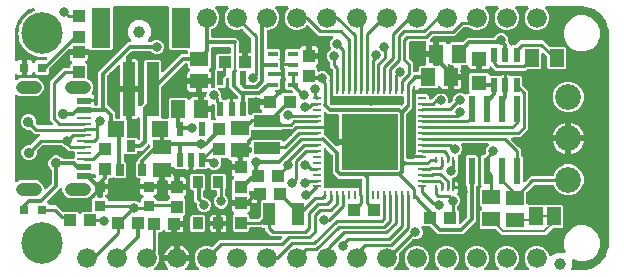
<source format=gbr>
G04 EAGLE Gerber RS-274X export*
G75*
%MOMM*%
%FSLAX34Y34*%
%LPD*%
%INTop Copper*%
%IPPOS*%
%AMOC8*
5,1,8,0,0,1.08239X$1,22.5*%
G01*
%ADD10R,1.500000X1.240000*%
%ADD11R,1.000000X1.075000*%
%ADD12R,1.240000X1.500000*%
%ADD13R,0.800000X0.800000*%
%ADD14R,1.075000X1.000000*%
%ADD15C,1.000000*%
%ADD16R,0.900000X0.900000*%
%ADD17C,3.516000*%
%ADD18R,0.550000X1.200000*%
%ADD19C,1.676400*%
%ADD20R,1.000000X4.600000*%
%ADD21R,1.600000X3.400000*%
%ADD22R,1.100000X1.900000*%
%ADD23R,0.850000X1.000000*%
%ADD24R,0.275000X0.600000*%
%ADD25R,1.400000X1.400000*%
%ADD26R,0.635000X1.016000*%
%ADD27R,0.900000X0.450000*%
%ADD28R,0.220000X0.700000*%
%ADD29R,0.700000X0.220000*%
%ADD30R,4.700000X4.700000*%
%ADD31R,2.200000X1.016000*%
%ADD32R,0.600000X2.200000*%
%ADD33C,2.184400*%
%ADD34R,1.300000X1.200000*%
%ADD35R,1.200000X1.500000*%
%ADD36R,1.168400X1.600200*%
%ADD37R,0.635000X0.203200*%
%ADD38R,1.150000X0.575000*%
%ADD39R,1.150000X0.275000*%
%ADD40C,1.108000*%
%ADD41C,0.800100*%
%ADD42C,0.304800*%
%ADD43C,0.806400*%
%ADD44C,0.254000*%
%ADD45C,0.203200*%
%ADD46C,0.906400*%

G36*
X335404Y2558D02*
X335404Y2558D01*
X335543Y2571D01*
X335562Y2578D01*
X335582Y2581D01*
X335711Y2632D01*
X335842Y2679D01*
X335859Y2690D01*
X335878Y2698D01*
X335990Y2779D01*
X336105Y2857D01*
X336119Y2873D01*
X336135Y2884D01*
X336224Y2992D01*
X336316Y3096D01*
X336325Y3114D01*
X336338Y3129D01*
X336397Y3255D01*
X336460Y3379D01*
X336465Y3399D01*
X336473Y3417D01*
X336499Y3553D01*
X336530Y3689D01*
X336529Y3710D01*
X336533Y3729D01*
X336524Y3868D01*
X336520Y4007D01*
X336515Y4027D01*
X336513Y4047D01*
X336471Y4179D01*
X336432Y4313D01*
X336422Y4330D01*
X336415Y4349D01*
X336341Y4467D01*
X336270Y4587D01*
X336252Y4608D01*
X336245Y4618D01*
X336230Y4632D01*
X336164Y4707D01*
X334071Y6801D01*
X332485Y10628D01*
X332485Y14772D01*
X334071Y18599D01*
X337001Y21529D01*
X340828Y23115D01*
X344972Y23115D01*
X348799Y21529D01*
X351729Y18599D01*
X353315Y14772D01*
X353315Y10628D01*
X351729Y6801D01*
X349636Y4707D01*
X349551Y4598D01*
X349462Y4491D01*
X349454Y4472D01*
X349441Y4456D01*
X349386Y4328D01*
X349327Y4203D01*
X349323Y4183D01*
X349315Y4164D01*
X349293Y4026D01*
X349267Y3890D01*
X349268Y3870D01*
X349265Y3850D01*
X349278Y3711D01*
X349287Y3573D01*
X349293Y3554D01*
X349295Y3534D01*
X349342Y3402D01*
X349385Y3271D01*
X349396Y3253D01*
X349402Y3234D01*
X349480Y3119D01*
X349555Y3002D01*
X349570Y2988D01*
X349581Y2971D01*
X349685Y2879D01*
X349786Y2784D01*
X349804Y2774D01*
X349819Y2761D01*
X349944Y2697D01*
X350065Y2630D01*
X350085Y2625D01*
X350103Y2616D01*
X350238Y2586D01*
X350373Y2551D01*
X350401Y2549D01*
X350413Y2546D01*
X350433Y2547D01*
X350534Y2541D01*
X360666Y2541D01*
X360804Y2558D01*
X360943Y2571D01*
X360962Y2578D01*
X360982Y2581D01*
X361111Y2632D01*
X361242Y2679D01*
X361259Y2690D01*
X361278Y2698D01*
X361390Y2779D01*
X361505Y2857D01*
X361519Y2873D01*
X361535Y2884D01*
X361624Y2992D01*
X361716Y3096D01*
X361725Y3114D01*
X361738Y3129D01*
X361797Y3255D01*
X361860Y3379D01*
X361865Y3399D01*
X361873Y3417D01*
X361899Y3553D01*
X361930Y3689D01*
X361929Y3710D01*
X361933Y3729D01*
X361924Y3868D01*
X361920Y4007D01*
X361915Y4027D01*
X361913Y4047D01*
X361871Y4179D01*
X361832Y4313D01*
X361822Y4330D01*
X361815Y4349D01*
X361741Y4467D01*
X361670Y4587D01*
X361652Y4608D01*
X361645Y4618D01*
X361630Y4632D01*
X361564Y4707D01*
X359471Y6801D01*
X357885Y10628D01*
X357885Y14772D01*
X359471Y18599D01*
X362401Y21529D01*
X366228Y23115D01*
X370372Y23115D01*
X374199Y21529D01*
X377129Y18599D01*
X378715Y14772D01*
X378715Y10628D01*
X377129Y6801D01*
X375036Y4707D01*
X374951Y4598D01*
X374862Y4491D01*
X374854Y4472D01*
X374841Y4456D01*
X374786Y4328D01*
X374727Y4203D01*
X374723Y4183D01*
X374715Y4164D01*
X374693Y4026D01*
X374667Y3890D01*
X374668Y3870D01*
X374665Y3850D01*
X374678Y3711D01*
X374687Y3573D01*
X374693Y3554D01*
X374695Y3534D01*
X374742Y3402D01*
X374785Y3271D01*
X374796Y3253D01*
X374802Y3234D01*
X374880Y3119D01*
X374955Y3002D01*
X374970Y2988D01*
X374981Y2971D01*
X375085Y2879D01*
X375186Y2784D01*
X375204Y2774D01*
X375219Y2761D01*
X375344Y2697D01*
X375465Y2630D01*
X375485Y2625D01*
X375503Y2616D01*
X375638Y2586D01*
X375773Y2551D01*
X375801Y2549D01*
X375813Y2546D01*
X375833Y2547D01*
X375934Y2541D01*
X386066Y2541D01*
X386204Y2558D01*
X386343Y2571D01*
X386362Y2578D01*
X386382Y2581D01*
X386511Y2632D01*
X386642Y2679D01*
X386659Y2690D01*
X386678Y2698D01*
X386790Y2779D01*
X386905Y2857D01*
X386919Y2873D01*
X386935Y2884D01*
X387024Y2992D01*
X387116Y3096D01*
X387125Y3114D01*
X387138Y3129D01*
X387197Y3255D01*
X387260Y3379D01*
X387265Y3399D01*
X387273Y3417D01*
X387299Y3553D01*
X387330Y3689D01*
X387329Y3710D01*
X387333Y3729D01*
X387324Y3868D01*
X387320Y4007D01*
X387315Y4027D01*
X387313Y4047D01*
X387271Y4179D01*
X387232Y4313D01*
X387222Y4330D01*
X387215Y4349D01*
X387141Y4467D01*
X387070Y4587D01*
X387052Y4608D01*
X387045Y4618D01*
X387030Y4632D01*
X386964Y4707D01*
X384871Y6801D01*
X383285Y10628D01*
X383285Y14772D01*
X384871Y18599D01*
X387801Y21529D01*
X391628Y23115D01*
X395772Y23115D01*
X399599Y21529D01*
X402529Y18599D01*
X404115Y14772D01*
X404115Y10628D01*
X402529Y6801D01*
X400436Y4707D01*
X400351Y4598D01*
X400262Y4491D01*
X400254Y4472D01*
X400241Y4456D01*
X400186Y4328D01*
X400127Y4203D01*
X400123Y4183D01*
X400115Y4164D01*
X400093Y4026D01*
X400067Y3890D01*
X400068Y3870D01*
X400065Y3850D01*
X400078Y3711D01*
X400087Y3573D01*
X400093Y3554D01*
X400095Y3534D01*
X400142Y3402D01*
X400185Y3271D01*
X400196Y3253D01*
X400202Y3234D01*
X400280Y3119D01*
X400355Y3002D01*
X400370Y2988D01*
X400381Y2971D01*
X400485Y2879D01*
X400586Y2784D01*
X400604Y2774D01*
X400619Y2761D01*
X400744Y2697D01*
X400865Y2630D01*
X400885Y2625D01*
X400903Y2616D01*
X401038Y2586D01*
X401173Y2551D01*
X401201Y2549D01*
X401213Y2546D01*
X401233Y2547D01*
X401334Y2541D01*
X411466Y2541D01*
X411604Y2558D01*
X411743Y2571D01*
X411762Y2578D01*
X411782Y2581D01*
X411911Y2632D01*
X412042Y2679D01*
X412059Y2690D01*
X412078Y2698D01*
X412190Y2779D01*
X412305Y2857D01*
X412319Y2873D01*
X412335Y2884D01*
X412424Y2992D01*
X412516Y3096D01*
X412525Y3114D01*
X412538Y3129D01*
X412597Y3255D01*
X412660Y3379D01*
X412665Y3399D01*
X412673Y3417D01*
X412699Y3553D01*
X412730Y3689D01*
X412729Y3710D01*
X412733Y3729D01*
X412724Y3868D01*
X412720Y4007D01*
X412715Y4027D01*
X412713Y4047D01*
X412671Y4179D01*
X412632Y4313D01*
X412622Y4330D01*
X412615Y4349D01*
X412541Y4467D01*
X412470Y4587D01*
X412452Y4608D01*
X412445Y4618D01*
X412430Y4632D01*
X412364Y4707D01*
X410271Y6801D01*
X408685Y10628D01*
X408685Y14772D01*
X410271Y18599D01*
X413201Y21529D01*
X417028Y23115D01*
X421172Y23115D01*
X424999Y21529D01*
X427929Y18599D01*
X429515Y14772D01*
X429515Y10628D01*
X427929Y6801D01*
X425836Y4707D01*
X425751Y4598D01*
X425662Y4491D01*
X425654Y4472D01*
X425641Y4456D01*
X425586Y4328D01*
X425527Y4203D01*
X425523Y4183D01*
X425515Y4164D01*
X425493Y4026D01*
X425467Y3890D01*
X425468Y3870D01*
X425465Y3850D01*
X425478Y3711D01*
X425487Y3573D01*
X425493Y3554D01*
X425495Y3534D01*
X425542Y3402D01*
X425585Y3271D01*
X425596Y3253D01*
X425602Y3234D01*
X425680Y3119D01*
X425755Y3002D01*
X425770Y2988D01*
X425781Y2971D01*
X425885Y2879D01*
X425986Y2784D01*
X426004Y2774D01*
X426019Y2761D01*
X426144Y2697D01*
X426265Y2630D01*
X426285Y2625D01*
X426303Y2616D01*
X426438Y2586D01*
X426573Y2551D01*
X426601Y2549D01*
X426613Y2546D01*
X426633Y2547D01*
X426734Y2541D01*
X436866Y2541D01*
X437004Y2558D01*
X437143Y2571D01*
X437162Y2578D01*
X437182Y2581D01*
X437311Y2632D01*
X437442Y2679D01*
X437459Y2690D01*
X437478Y2698D01*
X437590Y2779D01*
X437705Y2857D01*
X437719Y2873D01*
X437735Y2884D01*
X437824Y2992D01*
X437916Y3096D01*
X437925Y3114D01*
X437938Y3129D01*
X437997Y3255D01*
X438060Y3379D01*
X438065Y3399D01*
X438073Y3417D01*
X438099Y3553D01*
X438130Y3689D01*
X438129Y3710D01*
X438133Y3729D01*
X438124Y3868D01*
X438120Y4007D01*
X438115Y4027D01*
X438113Y4047D01*
X438071Y4179D01*
X438032Y4313D01*
X438022Y4330D01*
X438015Y4349D01*
X437941Y4467D01*
X437870Y4587D01*
X437852Y4608D01*
X437845Y4618D01*
X437830Y4632D01*
X437764Y4707D01*
X435671Y6801D01*
X434085Y10628D01*
X434085Y14772D01*
X435671Y18599D01*
X438601Y21529D01*
X442428Y23115D01*
X446572Y23115D01*
X450399Y21529D01*
X453329Y18599D01*
X454660Y15386D01*
X454684Y15344D01*
X454687Y15337D01*
X454691Y15330D01*
X454709Y15282D01*
X454767Y15198D01*
X454818Y15110D01*
X454854Y15072D01*
X454857Y15068D01*
X454860Y15065D01*
X454891Y15021D01*
X454968Y14955D01*
X455039Y14881D01*
X455086Y14853D01*
X455088Y14850D01*
X455091Y14849D01*
X455132Y14814D01*
X455223Y14768D01*
X455310Y14715D01*
X455364Y14699D01*
X455367Y14697D01*
X455369Y14696D01*
X455417Y14673D01*
X455517Y14652D01*
X455614Y14622D01*
X455669Y14619D01*
X455675Y14617D01*
X455680Y14617D01*
X455728Y14607D01*
X455795Y14610D01*
X455835Y14607D01*
X455836Y14607D01*
X455857Y14610D01*
X455932Y14606D01*
X455988Y14618D01*
X456046Y14621D01*
X456121Y14643D01*
X456151Y14647D01*
X456176Y14657D01*
X456243Y14671D01*
X456295Y14696D01*
X456350Y14713D01*
X456374Y14727D01*
X456375Y14728D01*
X456384Y14733D01*
X456396Y14740D01*
X456431Y14758D01*
X456447Y14764D01*
X456454Y14769D01*
X456470Y14777D01*
X456520Y14806D01*
X456529Y14810D01*
X456532Y14813D01*
X461366Y17604D01*
X466678Y17604D01*
X466929Y17459D01*
X466987Y17435D01*
X467041Y17402D01*
X467133Y17373D01*
X467222Y17336D01*
X467285Y17326D01*
X467345Y17308D01*
X467441Y17303D01*
X467537Y17289D01*
X467600Y17296D01*
X467663Y17293D01*
X467757Y17312D01*
X467853Y17322D01*
X467912Y17344D01*
X467974Y17357D01*
X468061Y17400D01*
X468151Y17433D01*
X468203Y17469D01*
X468260Y17497D01*
X468333Y17559D01*
X468412Y17614D01*
X468454Y17662D01*
X468502Y17703D01*
X468557Y17782D01*
X468620Y17855D01*
X468648Y17912D01*
X468685Y17963D01*
X468719Y18054D01*
X468762Y18140D01*
X468775Y18201D01*
X468798Y18261D01*
X468808Y18356D01*
X468828Y18451D01*
X468826Y18514D01*
X468833Y18577D01*
X468819Y18672D01*
X468815Y18769D01*
X468797Y18829D01*
X468788Y18892D01*
X468736Y19044D01*
X467359Y22368D01*
X467359Y28432D01*
X469680Y34033D01*
X473967Y38320D01*
X479568Y40641D01*
X485632Y40641D01*
X491233Y38320D01*
X495520Y34033D01*
X497841Y28432D01*
X497841Y22368D01*
X495520Y16767D01*
X491233Y12480D01*
X485632Y10159D01*
X479568Y10159D01*
X475691Y11765D01*
X475643Y11779D01*
X475598Y11800D01*
X475490Y11820D01*
X475384Y11849D01*
X475334Y11850D01*
X475285Y11860D01*
X475176Y11853D01*
X475066Y11854D01*
X475018Y11843D01*
X474968Y11840D01*
X474864Y11806D01*
X474757Y11780D01*
X474713Y11757D01*
X474666Y11742D01*
X474573Y11683D01*
X474476Y11632D01*
X474439Y11598D01*
X474397Y11572D01*
X474322Y11492D01*
X474240Y11418D01*
X474213Y11376D01*
X474179Y11340D01*
X474126Y11244D01*
X474066Y11152D01*
X474049Y11105D01*
X474025Y11061D01*
X473998Y10955D01*
X473962Y10851D01*
X473958Y10802D01*
X473946Y10754D01*
X473936Y10593D01*
X473936Y5034D01*
X473596Y4445D01*
X473544Y4323D01*
X473488Y4203D01*
X473483Y4176D01*
X473472Y4151D01*
X473453Y4020D01*
X473428Y3890D01*
X473430Y3864D01*
X473426Y3837D01*
X473440Y3705D01*
X473448Y3573D01*
X473456Y3547D01*
X473459Y3521D01*
X473505Y3396D01*
X473546Y3271D01*
X473560Y3248D01*
X473570Y3222D01*
X473645Y3114D01*
X473716Y3002D01*
X473736Y2983D01*
X473751Y2961D01*
X473851Y2875D01*
X473948Y2784D01*
X473971Y2771D01*
X473992Y2753D01*
X474110Y2694D01*
X474226Y2630D01*
X474252Y2624D01*
X474277Y2612D01*
X474406Y2584D01*
X474534Y2551D01*
X474572Y2549D01*
X474588Y2545D01*
X474609Y2546D01*
X474695Y2541D01*
X482600Y2541D01*
X482622Y2543D01*
X482700Y2545D01*
X486077Y2810D01*
X486145Y2824D01*
X486214Y2829D01*
X486370Y2869D01*
X492794Y4956D01*
X492901Y5006D01*
X493012Y5050D01*
X493063Y5083D01*
X493082Y5091D01*
X493097Y5104D01*
X493148Y5136D01*
X498612Y9107D01*
X498699Y9188D01*
X498746Y9227D01*
X498752Y9231D01*
X498753Y9232D01*
X498791Y9264D01*
X498829Y9310D01*
X498844Y9324D01*
X498855Y9342D01*
X498893Y9388D01*
X502864Y14852D01*
X502921Y14956D01*
X502985Y15056D01*
X503007Y15113D01*
X503017Y15131D01*
X503022Y15151D01*
X503044Y15206D01*
X505131Y21630D01*
X505144Y21698D01*
X505167Y21764D01*
X505190Y21923D01*
X505455Y25300D01*
X505455Y25304D01*
X505456Y25307D01*
X505455Y25326D01*
X505459Y25400D01*
X505459Y203200D01*
X505457Y203222D01*
X505455Y203300D01*
X505190Y206677D01*
X505176Y206745D01*
X505171Y206814D01*
X505131Y206970D01*
X503044Y213394D01*
X502994Y213501D01*
X502950Y213612D01*
X502917Y213663D01*
X502909Y213682D01*
X502896Y213697D01*
X502864Y213748D01*
X498893Y219212D01*
X498812Y219299D01*
X498736Y219391D01*
X498690Y219429D01*
X498676Y219444D01*
X498658Y219455D01*
X498612Y219493D01*
X493148Y223464D01*
X493044Y223521D01*
X492944Y223585D01*
X492887Y223607D01*
X492869Y223617D01*
X492849Y223622D01*
X492794Y223644D01*
X486370Y225731D01*
X486302Y225744D01*
X486236Y225767D01*
X486077Y225790D01*
X482700Y226055D01*
X482678Y226054D01*
X482600Y226059D01*
X452769Y226059D01*
X452631Y226042D01*
X452492Y226029D01*
X452473Y226022D01*
X452453Y226019D01*
X452324Y225968D01*
X452193Y225921D01*
X452176Y225910D01*
X452157Y225902D01*
X452045Y225821D01*
X451930Y225743D01*
X451916Y225727D01*
X451900Y225716D01*
X451811Y225608D01*
X451719Y225504D01*
X451710Y225486D01*
X451697Y225471D01*
X451638Y225345D01*
X451575Y225221D01*
X451570Y225201D01*
X451562Y225183D01*
X451536Y225046D01*
X451505Y224911D01*
X451506Y224890D01*
X451502Y224871D01*
X451511Y224732D01*
X451515Y224593D01*
X451520Y224573D01*
X451522Y224553D01*
X451564Y224421D01*
X451603Y224287D01*
X451613Y224270D01*
X451620Y224251D01*
X451694Y224133D01*
X451765Y224013D01*
X451783Y223992D01*
X451790Y223982D01*
X451805Y223968D01*
X451871Y223893D01*
X453329Y222434D01*
X454915Y218607D01*
X454915Y214463D01*
X453329Y210636D01*
X450399Y207706D01*
X446572Y206120D01*
X442428Y206120D01*
X438601Y207706D01*
X435671Y210636D01*
X434085Y214463D01*
X434085Y218607D01*
X435671Y222434D01*
X437129Y223893D01*
X437214Y224002D01*
X437303Y224109D01*
X437311Y224128D01*
X437324Y224144D01*
X437379Y224272D01*
X437438Y224397D01*
X437442Y224417D01*
X437450Y224436D01*
X437472Y224574D01*
X437498Y224710D01*
X437497Y224730D01*
X437500Y224750D01*
X437487Y224889D01*
X437478Y225027D01*
X437472Y225046D01*
X437470Y225066D01*
X437423Y225198D01*
X437380Y225329D01*
X437369Y225347D01*
X437363Y225366D01*
X437285Y225481D01*
X437210Y225598D01*
X437195Y225612D01*
X437184Y225629D01*
X437080Y225721D01*
X436979Y225816D01*
X436961Y225826D01*
X436946Y225839D01*
X436821Y225903D01*
X436700Y225970D01*
X436680Y225975D01*
X436662Y225984D01*
X436527Y226014D01*
X436392Y226049D01*
X436364Y226051D01*
X436352Y226054D01*
X436332Y226053D01*
X436231Y226059D01*
X427369Y226059D01*
X427231Y226042D01*
X427092Y226029D01*
X427073Y226022D01*
X427053Y226019D01*
X426924Y225968D01*
X426793Y225921D01*
X426776Y225910D01*
X426757Y225902D01*
X426645Y225821D01*
X426530Y225743D01*
X426516Y225727D01*
X426500Y225716D01*
X426411Y225608D01*
X426319Y225504D01*
X426310Y225486D01*
X426297Y225471D01*
X426238Y225345D01*
X426175Y225221D01*
X426170Y225201D01*
X426162Y225183D01*
X426136Y225046D01*
X426105Y224911D01*
X426106Y224890D01*
X426102Y224871D01*
X426111Y224732D01*
X426115Y224593D01*
X426120Y224573D01*
X426122Y224553D01*
X426164Y224421D01*
X426203Y224287D01*
X426213Y224270D01*
X426220Y224251D01*
X426294Y224133D01*
X426365Y224013D01*
X426383Y223992D01*
X426390Y223982D01*
X426405Y223968D01*
X426471Y223893D01*
X427929Y222434D01*
X429515Y218607D01*
X429515Y214463D01*
X427929Y210636D01*
X424999Y207706D01*
X421172Y206120D01*
X417028Y206120D01*
X413201Y207706D01*
X410271Y210636D01*
X408685Y214463D01*
X408685Y218607D01*
X410271Y222434D01*
X411729Y223893D01*
X411814Y224002D01*
X411903Y224109D01*
X411911Y224128D01*
X411924Y224144D01*
X411979Y224272D01*
X412038Y224397D01*
X412042Y224417D01*
X412050Y224436D01*
X412072Y224574D01*
X412098Y224710D01*
X412097Y224730D01*
X412100Y224750D01*
X412087Y224889D01*
X412078Y225027D01*
X412072Y225046D01*
X412070Y225066D01*
X412023Y225198D01*
X411980Y225329D01*
X411969Y225347D01*
X411963Y225366D01*
X411885Y225481D01*
X411810Y225598D01*
X411795Y225612D01*
X411784Y225629D01*
X411680Y225721D01*
X411579Y225816D01*
X411561Y225826D01*
X411546Y225839D01*
X411421Y225903D01*
X411300Y225970D01*
X411280Y225975D01*
X411262Y225984D01*
X411127Y226014D01*
X410992Y226049D01*
X410964Y226051D01*
X410952Y226054D01*
X410932Y226053D01*
X410831Y226059D01*
X401969Y226059D01*
X401831Y226042D01*
X401692Y226029D01*
X401673Y226022D01*
X401653Y226019D01*
X401524Y225968D01*
X401393Y225921D01*
X401376Y225910D01*
X401357Y225902D01*
X401245Y225821D01*
X401130Y225743D01*
X401116Y225727D01*
X401100Y225716D01*
X401011Y225608D01*
X400919Y225504D01*
X400910Y225486D01*
X400897Y225471D01*
X400838Y225345D01*
X400775Y225221D01*
X400770Y225201D01*
X400762Y225183D01*
X400736Y225046D01*
X400705Y224911D01*
X400706Y224890D01*
X400702Y224871D01*
X400711Y224732D01*
X400715Y224593D01*
X400720Y224573D01*
X400722Y224553D01*
X400764Y224421D01*
X400803Y224287D01*
X400813Y224270D01*
X400820Y224251D01*
X400894Y224133D01*
X400965Y224013D01*
X400983Y223992D01*
X400990Y223982D01*
X401005Y223968D01*
X401071Y223893D01*
X402529Y222434D01*
X404115Y218607D01*
X404115Y214463D01*
X402529Y210636D01*
X399599Y207706D01*
X395772Y206120D01*
X391628Y206120D01*
X387801Y207706D01*
X387338Y208168D01*
X387260Y208229D01*
X387187Y208297D01*
X387134Y208326D01*
X387087Y208363D01*
X386996Y208403D01*
X386909Y208451D01*
X386850Y208466D01*
X386795Y208490D01*
X386697Y208505D01*
X386601Y208530D01*
X386501Y208536D01*
X386481Y208540D01*
X386468Y208538D01*
X386440Y208540D01*
X383147Y208540D01*
X383048Y208528D01*
X382949Y208525D01*
X382891Y208508D01*
X382831Y208500D01*
X382739Y208464D01*
X382644Y208436D01*
X382592Y208406D01*
X382535Y208383D01*
X382455Y208325D01*
X382370Y208275D01*
X382295Y208209D01*
X382278Y208197D01*
X382270Y208187D01*
X382249Y208169D01*
X377195Y203115D01*
X374740Y200659D01*
X357199Y200659D01*
X357100Y200647D01*
X357001Y200644D01*
X356943Y200627D01*
X356883Y200619D01*
X356791Y200583D01*
X356696Y200555D01*
X356644Y200525D01*
X356587Y200502D01*
X356507Y200444D01*
X356422Y200394D01*
X356347Y200328D01*
X356330Y200316D01*
X356322Y200306D01*
X356301Y200288D01*
X354276Y198262D01*
X354191Y198153D01*
X354102Y198046D01*
X354094Y198027D01*
X354081Y198011D01*
X354026Y197883D01*
X353967Y197758D01*
X353963Y197738D01*
X353955Y197719D01*
X353933Y197581D01*
X353907Y197445D01*
X353908Y197425D01*
X353905Y197405D01*
X353918Y197266D01*
X353927Y197128D01*
X353933Y197109D01*
X353935Y197089D01*
X353982Y196957D01*
X354025Y196826D01*
X354036Y196808D01*
X354042Y196789D01*
X354120Y196674D01*
X354195Y196557D01*
X354210Y196543D01*
X354221Y196526D01*
X354325Y196434D01*
X354426Y196339D01*
X354444Y196329D01*
X354459Y196316D01*
X354584Y196252D01*
X354705Y196185D01*
X354725Y196180D01*
X354743Y196171D01*
X354878Y196141D01*
X355013Y196106D01*
X355041Y196104D01*
X355053Y196101D01*
X355073Y196102D01*
X355174Y196096D01*
X356896Y196096D01*
X356896Y188594D01*
X350694Y188594D01*
X350694Y193889D01*
X350867Y194536D01*
X350884Y194564D01*
X350935Y194687D01*
X350992Y194806D01*
X350997Y194833D01*
X351007Y194858D01*
X351027Y194989D01*
X351051Y195119D01*
X351050Y195145D01*
X351054Y195172D01*
X351040Y195304D01*
X351032Y195436D01*
X351023Y195462D01*
X351021Y195488D01*
X350974Y195613D01*
X350934Y195738D01*
X350919Y195761D01*
X350910Y195787D01*
X350834Y195895D01*
X350764Y196007D01*
X350744Y196026D01*
X350729Y196048D01*
X350628Y196134D01*
X350532Y196225D01*
X350508Y196238D01*
X350488Y196256D01*
X350369Y196315D01*
X350253Y196379D01*
X350227Y196385D01*
X350203Y196397D01*
X350074Y196425D01*
X349945Y196458D01*
X349907Y196460D01*
X349892Y196464D01*
X349870Y196463D01*
X349785Y196468D01*
X337244Y196468D01*
X337125Y196453D01*
X337007Y196446D01*
X336968Y196433D01*
X336928Y196428D01*
X336817Y196385D01*
X336704Y196348D01*
X336670Y196326D01*
X336632Y196311D01*
X336536Y196242D01*
X336435Y196178D01*
X336408Y196148D01*
X336375Y196125D01*
X336299Y196033D01*
X336217Y195946D01*
X336198Y195911D01*
X336172Y195880D01*
X336121Y195772D01*
X336064Y195668D01*
X336054Y195628D01*
X336037Y195592D01*
X336014Y195475D01*
X335985Y195360D01*
X335981Y195300D01*
X335977Y195280D01*
X335978Y195259D01*
X335974Y195199D01*
X335974Y182942D01*
X335987Y182844D01*
X335990Y182745D01*
X336007Y182687D01*
X336014Y182627D01*
X336051Y182535D01*
X336078Y182440D01*
X336109Y182387D01*
X336131Y182331D01*
X336189Y182251D01*
X336240Y182166D01*
X336306Y182090D01*
X336318Y182074D01*
X336327Y182066D01*
X336346Y182045D01*
X339890Y178501D01*
X339890Y171450D01*
X339905Y171332D01*
X339912Y171213D01*
X339925Y171175D01*
X339930Y171134D01*
X339973Y171024D01*
X340010Y170911D01*
X340032Y170876D01*
X340047Y170839D01*
X340116Y170743D01*
X340180Y170642D01*
X340210Y170614D01*
X340233Y170581D01*
X340325Y170505D01*
X340412Y170424D01*
X340447Y170404D01*
X340478Y170379D01*
X340586Y170328D01*
X340690Y170270D01*
X340730Y170260D01*
X340766Y170243D01*
X340883Y170221D01*
X340998Y170191D01*
X341058Y170187D01*
X341078Y170183D01*
X341099Y170185D01*
X341159Y170181D01*
X343075Y170181D01*
X343193Y170196D01*
X343312Y170203D01*
X343350Y170216D01*
X343391Y170221D01*
X343501Y170264D01*
X343614Y170301D01*
X343649Y170323D01*
X343686Y170338D01*
X343782Y170407D01*
X343883Y170471D01*
X343911Y170501D01*
X343944Y170524D01*
X344020Y170616D01*
X344101Y170703D01*
X344121Y170738D01*
X344146Y170769D01*
X344197Y170877D01*
X344255Y170981D01*
X344265Y171021D01*
X344282Y171057D01*
X344304Y171174D01*
X344334Y171289D01*
X344338Y171349D01*
X344342Y171369D01*
X344340Y171390D01*
X344344Y171450D01*
X344344Y174712D01*
X345535Y175903D01*
X349661Y175903D01*
X349786Y175918D01*
X349911Y175928D01*
X349943Y175938D01*
X349977Y175943D01*
X350094Y175989D01*
X350213Y176029D01*
X350241Y176047D01*
X350272Y176060D01*
X350374Y176133D01*
X350480Y176202D01*
X350502Y176227D01*
X350530Y176246D01*
X350610Y176343D01*
X350695Y176436D01*
X350711Y176465D01*
X350733Y176491D01*
X350786Y176605D01*
X350846Y176716D01*
X350854Y176749D01*
X350868Y176779D01*
X350892Y176903D01*
X350922Y177025D01*
X350922Y177058D01*
X350928Y177091D01*
X350920Y177217D01*
X350919Y177343D01*
X350909Y177391D01*
X350908Y177409D01*
X350901Y177429D01*
X350887Y177501D01*
X350694Y178221D01*
X350694Y183516D01*
X356896Y183516D01*
X356896Y177172D01*
X356911Y177054D01*
X356918Y176935D01*
X356931Y176897D01*
X356936Y176856D01*
X356979Y176746D01*
X357016Y176633D01*
X357038Y176598D01*
X357053Y176561D01*
X357123Y176465D01*
X357186Y176364D01*
X357216Y176336D01*
X357240Y176303D01*
X357331Y176227D01*
X357418Y176146D01*
X357453Y176126D01*
X357484Y176101D01*
X357592Y176050D01*
X357696Y175992D01*
X357736Y175982D01*
X357772Y175965D01*
X357889Y175943D01*
X358004Y175913D01*
X358065Y175909D01*
X358085Y175905D01*
X358105Y175907D01*
X358165Y175903D01*
X359619Y175903D01*
X359807Y175714D01*
X359917Y175629D01*
X360024Y175540D01*
X360043Y175532D01*
X360059Y175519D01*
X360187Y175464D01*
X360312Y175405D01*
X360332Y175401D01*
X360351Y175393D01*
X360489Y175371D01*
X360624Y175345D01*
X360645Y175346D01*
X360665Y175343D01*
X360804Y175356D01*
X360942Y175365D01*
X360961Y175371D01*
X360981Y175373D01*
X361112Y175420D01*
X361244Y175463D01*
X361261Y175474D01*
X361281Y175481D01*
X361395Y175558D01*
X361513Y175633D01*
X361527Y175648D01*
X361544Y175659D01*
X361636Y175763D01*
X361731Y175865D01*
X361741Y175882D01*
X361754Y175898D01*
X361817Y176021D01*
X361884Y176143D01*
X361890Y176163D01*
X361899Y176181D01*
X361929Y176317D01*
X361964Y176451D01*
X361966Y176479D01*
X361968Y176491D01*
X361968Y176512D01*
X361974Y176612D01*
X361974Y184785D01*
X361959Y184903D01*
X361952Y185022D01*
X361939Y185060D01*
X361934Y185100D01*
X361890Y185211D01*
X361854Y185324D01*
X361832Y185359D01*
X361817Y185396D01*
X361747Y185492D01*
X361684Y185593D01*
X361654Y185621D01*
X361630Y185653D01*
X361539Y185729D01*
X361452Y185811D01*
X361417Y185830D01*
X361385Y185856D01*
X361278Y185907D01*
X361174Y185964D01*
X361134Y185975D01*
X361098Y185992D01*
X360981Y186014D01*
X360866Y186044D01*
X360805Y186048D01*
X360785Y186052D01*
X360765Y186050D01*
X360705Y186054D01*
X359434Y186054D01*
X359434Y186056D01*
X360705Y186056D01*
X360823Y186071D01*
X360942Y186078D01*
X360980Y186091D01*
X361020Y186096D01*
X361131Y186140D01*
X361244Y186176D01*
X361279Y186198D01*
X361316Y186213D01*
X361412Y186283D01*
X361513Y186346D01*
X361541Y186376D01*
X361573Y186400D01*
X361649Y186491D01*
X361731Y186578D01*
X361750Y186613D01*
X361776Y186645D01*
X361827Y186752D01*
X361884Y186856D01*
X361895Y186896D01*
X361912Y186932D01*
X361934Y187049D01*
X361964Y187164D01*
X361968Y187225D01*
X361972Y187245D01*
X361970Y187265D01*
X361974Y187325D01*
X361974Y196096D01*
X365969Y196096D01*
X366616Y195923D01*
X367195Y195588D01*
X367668Y195115D01*
X368031Y194486D01*
X368107Y194386D01*
X368178Y194282D01*
X368203Y194259D01*
X368224Y194232D01*
X368322Y194154D01*
X368416Y194071D01*
X368446Y194056D01*
X368473Y194035D01*
X368588Y193984D01*
X368700Y193926D01*
X368733Y193919D01*
X368763Y193905D01*
X368888Y193884D01*
X369010Y193857D01*
X369044Y193858D01*
X369077Y193852D01*
X369202Y193863D01*
X369328Y193866D01*
X369360Y193876D01*
X369394Y193879D01*
X369513Y193920D01*
X369633Y193955D01*
X369662Y193972D01*
X369694Y193983D01*
X369799Y194053D01*
X369907Y194116D01*
X369944Y194149D01*
X369959Y194159D01*
X369974Y194175D01*
X370028Y194223D01*
X371393Y195588D01*
X381418Y195588D01*
X381516Y195600D01*
X381615Y195603D01*
X381673Y195620D01*
X381733Y195628D01*
X381825Y195664D01*
X381921Y195692D01*
X381973Y195722D01*
X382029Y195745D01*
X382109Y195803D01*
X382195Y195853D01*
X382270Y195919D01*
X382286Y195931D01*
X382294Y195941D01*
X382315Y195960D01*
X383142Y196786D01*
X383143Y196787D01*
X385747Y199391D01*
X407680Y199391D01*
X407709Y199394D01*
X407739Y199392D01*
X407867Y199414D01*
X407996Y199431D01*
X408023Y199441D01*
X408052Y199446D01*
X408171Y199500D01*
X408291Y199548D01*
X408315Y199565D01*
X408342Y199577D01*
X408444Y199658D01*
X408549Y199734D01*
X408568Y199757D01*
X408591Y199776D01*
X408669Y199879D01*
X408752Y199979D01*
X408764Y200006D01*
X408782Y200030D01*
X408853Y200174D01*
X409265Y201169D01*
X410971Y202875D01*
X413200Y203798D01*
X415613Y203798D01*
X417842Y202875D01*
X419548Y201169D01*
X420471Y198940D01*
X420471Y196314D01*
X420483Y196216D01*
X420486Y196117D01*
X420503Y196058D01*
X420511Y195998D01*
X420547Y195906D01*
X420575Y195811D01*
X420606Y195759D01*
X420628Y195703D01*
X420686Y195623D01*
X420736Y195537D01*
X420803Y195462D01*
X420815Y195445D01*
X420824Y195438D01*
X420843Y195416D01*
X421641Y194618D01*
X421641Y194085D01*
X421658Y193947D01*
X421671Y193808D01*
X421678Y193789D01*
X421681Y193769D01*
X421732Y193640D01*
X421779Y193509D01*
X421790Y193492D01*
X421798Y193473D01*
X421879Y193361D01*
X421957Y193246D01*
X421973Y193233D01*
X421984Y193216D01*
X422092Y193127D01*
X422196Y193035D01*
X422214Y193026D01*
X422229Y193013D01*
X422355Y192954D01*
X422479Y192891D01*
X422499Y192886D01*
X422517Y192878D01*
X422653Y192852D01*
X422789Y192821D01*
X422810Y192822D01*
X422829Y192818D01*
X422968Y192827D01*
X423107Y192831D01*
X423127Y192836D01*
X423147Y192838D01*
X423279Y192881D01*
X423413Y192919D01*
X423430Y192930D01*
X423449Y192936D01*
X423567Y193010D01*
X423687Y193081D01*
X423708Y193099D01*
X423718Y193106D01*
X423729Y193118D01*
X425997Y193118D01*
X426095Y193130D01*
X426194Y193133D01*
X426252Y193150D01*
X426313Y193158D01*
X426405Y193194D01*
X426500Y193222D01*
X426552Y193252D01*
X426608Y193275D01*
X426688Y193333D01*
X426774Y193383D01*
X426849Y193449D01*
X426866Y193461D01*
X426873Y193471D01*
X426895Y193489D01*
X430644Y197239D01*
X449826Y197239D01*
X454915Y192149D01*
X454993Y192089D01*
X455066Y192021D01*
X455119Y191992D01*
X455166Y191955D01*
X455257Y191915D01*
X455344Y191867D01*
X455403Y191852D01*
X455458Y191828D01*
X455556Y191813D01*
X455652Y191788D01*
X455752Y191782D01*
X455772Y191778D01*
X455785Y191780D01*
X455813Y191778D01*
X468192Y191778D01*
X469383Y190587D01*
X469383Y173903D01*
X468192Y172712D01*
X454508Y172712D01*
X453317Y173903D01*
X453317Y183162D01*
X453305Y183260D01*
X453302Y183359D01*
X453285Y183417D01*
X453277Y183477D01*
X453241Y183569D01*
X453213Y183665D01*
X453183Y183717D01*
X453160Y183773D01*
X453102Y183853D01*
X453052Y183938D01*
X452986Y184014D01*
X452974Y184030D01*
X452964Y184038D01*
X452946Y184059D01*
X450549Y186455D01*
X450440Y186541D01*
X450333Y186629D01*
X450314Y186638D01*
X450298Y186650D01*
X450170Y186706D01*
X450045Y186765D01*
X450025Y186769D01*
X450006Y186777D01*
X449868Y186799D01*
X449732Y186825D01*
X449712Y186823D01*
X449692Y186826D01*
X449553Y186813D01*
X449415Y186805D01*
X449396Y186799D01*
X449376Y186797D01*
X449244Y186749D01*
X449113Y186707D01*
X449095Y186696D01*
X449076Y186689D01*
X448961Y186611D01*
X448844Y186537D01*
X448830Y186522D01*
X448813Y186510D01*
X448721Y186406D01*
X448626Y186305D01*
X448616Y186287D01*
X448603Y186272D01*
X448539Y186148D01*
X448472Y186026D01*
X448467Y186007D01*
X448458Y185989D01*
X448428Y185853D01*
X448393Y185719D01*
X448391Y185690D01*
X448388Y185678D01*
X448389Y185658D01*
X448383Y185558D01*
X448383Y173903D01*
X447192Y172712D01*
X436373Y172712D01*
X436275Y172700D01*
X436176Y172697D01*
X436118Y172680D01*
X436057Y172672D01*
X435965Y172636D01*
X435870Y172608D01*
X435818Y172578D01*
X435762Y172555D01*
X435682Y172497D01*
X435596Y172447D01*
X435521Y172381D01*
X435504Y172369D01*
X435497Y172359D01*
X435475Y172341D01*
X434838Y171703D01*
X409697Y171703D01*
X406483Y174917D01*
X406384Y174994D01*
X406289Y175076D01*
X406259Y175091D01*
X406232Y175112D01*
X406117Y175162D01*
X406004Y175217D01*
X405971Y175225D01*
X405940Y175238D01*
X405816Y175258D01*
X405693Y175284D01*
X405659Y175282D01*
X405626Y175288D01*
X405501Y175276D01*
X405375Y175271D01*
X405343Y175261D01*
X405310Y175258D01*
X405191Y175215D01*
X405071Y175179D01*
X405042Y175162D01*
X405010Y175150D01*
X404906Y175080D01*
X404799Y175015D01*
X404775Y174991D01*
X404747Y174972D01*
X404664Y174878D01*
X404576Y174788D01*
X404549Y174747D01*
X404537Y174733D01*
X404527Y174714D01*
X404487Y174654D01*
X404138Y174050D01*
X403665Y173577D01*
X403086Y173242D01*
X402439Y173069D01*
X398144Y173069D01*
X398144Y180340D01*
X398129Y180458D01*
X398122Y180577D01*
X398109Y180615D01*
X398104Y180655D01*
X398060Y180766D01*
X398024Y180879D01*
X398002Y180914D01*
X397987Y180951D01*
X397917Y181047D01*
X397854Y181148D01*
X397824Y181176D01*
X397800Y181208D01*
X397709Y181284D01*
X397622Y181366D01*
X397587Y181385D01*
X397555Y181411D01*
X397448Y181462D01*
X397344Y181519D01*
X397304Y181530D01*
X397268Y181547D01*
X397151Y181569D01*
X397036Y181599D01*
X396975Y181603D01*
X396955Y181607D01*
X396935Y181605D01*
X396875Y181609D01*
X394335Y181609D01*
X394217Y181594D01*
X394098Y181587D01*
X394060Y181574D01*
X394020Y181569D01*
X393909Y181525D01*
X393796Y181489D01*
X393761Y181467D01*
X393724Y181452D01*
X393628Y181382D01*
X393527Y181319D01*
X393499Y181289D01*
X393466Y181265D01*
X393391Y181174D01*
X393309Y181087D01*
X393289Y181052D01*
X393264Y181020D01*
X393213Y180913D01*
X393155Y180809D01*
X393145Y180769D01*
X393128Y180733D01*
X393106Y180616D01*
X393076Y180501D01*
X393072Y180440D01*
X393068Y180420D01*
X393070Y180400D01*
X393066Y180340D01*
X393066Y173069D01*
X388771Y173069D01*
X388124Y173242D01*
X387545Y173577D01*
X387072Y174050D01*
X386737Y174629D01*
X386559Y175296D01*
X386549Y175371D01*
X386542Y175490D01*
X386529Y175528D01*
X386524Y175569D01*
X386481Y175679D01*
X386444Y175792D01*
X386422Y175827D01*
X386407Y175864D01*
X386338Y175960D01*
X386274Y176061D01*
X386244Y176089D01*
X386221Y176122D01*
X386129Y176198D01*
X386042Y176279D01*
X386007Y176299D01*
X385976Y176324D01*
X385868Y176375D01*
X385764Y176433D01*
X385724Y176443D01*
X385688Y176460D01*
X385571Y176482D01*
X385456Y176512D01*
X385396Y176516D01*
X385376Y176520D01*
X385355Y176518D01*
X385295Y176522D01*
X381351Y176522D01*
X381226Y176507D01*
X381101Y176497D01*
X381069Y176487D01*
X381035Y176482D01*
X380918Y176436D01*
X380799Y176396D01*
X380771Y176378D01*
X380740Y176365D01*
X380638Y176292D01*
X380532Y176223D01*
X380510Y176198D01*
X380482Y176179D01*
X380402Y176082D01*
X380317Y175989D01*
X380301Y175960D01*
X380279Y175934D01*
X380226Y175820D01*
X380166Y175709D01*
X380158Y175676D01*
X380144Y175646D01*
X380120Y175522D01*
X380090Y175400D01*
X380090Y175367D01*
X380084Y175334D01*
X380092Y175208D01*
X380093Y175082D01*
X380103Y175034D01*
X380104Y175016D01*
X380111Y174996D01*
X380125Y174924D01*
X380318Y174204D01*
X380318Y168909D01*
X374116Y168909D01*
X374116Y175253D01*
X374101Y175371D01*
X374094Y175490D01*
X374081Y175528D01*
X374076Y175569D01*
X374032Y175679D01*
X373996Y175792D01*
X373974Y175827D01*
X373959Y175864D01*
X373889Y175960D01*
X373826Y176061D01*
X373796Y176089D01*
X373772Y176122D01*
X373681Y176198D01*
X373594Y176279D01*
X373559Y176299D01*
X373527Y176324D01*
X373420Y176375D01*
X373316Y176433D01*
X373276Y176443D01*
X373240Y176460D01*
X373123Y176482D01*
X373008Y176512D01*
X372947Y176516D01*
X372927Y176520D01*
X372907Y176518D01*
X372847Y176522D01*
X371393Y176522D01*
X371205Y176711D01*
X371095Y176796D01*
X370988Y176885D01*
X370969Y176893D01*
X370953Y176906D01*
X370825Y176961D01*
X370700Y177020D01*
X370680Y177024D01*
X370661Y177032D01*
X370523Y177054D01*
X370388Y177080D01*
X370367Y177079D01*
X370347Y177082D01*
X370208Y177069D01*
X370070Y177060D01*
X370051Y177054D01*
X370031Y177052D01*
X369900Y177005D01*
X369768Y176962D01*
X369750Y176951D01*
X369731Y176944D01*
X369617Y176867D01*
X369499Y176792D01*
X369485Y176777D01*
X369468Y176766D01*
X369376Y176662D01*
X369281Y176560D01*
X369271Y176543D01*
X369258Y176527D01*
X369195Y176404D01*
X369127Y176282D01*
X369122Y176262D01*
X369113Y176244D01*
X369083Y176108D01*
X369048Y175974D01*
X369046Y175946D01*
X369044Y175934D01*
X369044Y175913D01*
X369038Y175813D01*
X369038Y167640D01*
X369053Y167522D01*
X369060Y167403D01*
X369073Y167365D01*
X369078Y167325D01*
X369121Y167214D01*
X369158Y167101D01*
X369180Y167066D01*
X369195Y167029D01*
X369265Y166933D01*
X369328Y166832D01*
X369358Y166804D01*
X369382Y166772D01*
X369473Y166696D01*
X369560Y166614D01*
X369595Y166595D01*
X369626Y166569D01*
X369734Y166518D01*
X369838Y166461D01*
X369878Y166450D01*
X369914Y166433D01*
X370031Y166411D01*
X370146Y166381D01*
X370207Y166377D01*
X370227Y166373D01*
X370247Y166375D01*
X370307Y166371D01*
X371578Y166371D01*
X371578Y166369D01*
X370307Y166369D01*
X370189Y166354D01*
X370070Y166347D01*
X370032Y166334D01*
X369992Y166329D01*
X369881Y166285D01*
X369768Y166249D01*
X369733Y166227D01*
X369696Y166212D01*
X369600Y166142D01*
X369499Y166079D01*
X369471Y166049D01*
X369438Y166025D01*
X369363Y165934D01*
X369281Y165847D01*
X369261Y165812D01*
X369236Y165780D01*
X369185Y165673D01*
X369127Y165569D01*
X369117Y165529D01*
X369100Y165493D01*
X369078Y165376D01*
X369048Y165261D01*
X369044Y165200D01*
X369040Y165180D01*
X369042Y165160D01*
X369038Y165100D01*
X369038Y156329D01*
X365043Y156329D01*
X364396Y156502D01*
X363817Y156837D01*
X363344Y157310D01*
X362981Y157939D01*
X362905Y158039D01*
X362834Y158143D01*
X362809Y158166D01*
X362788Y158193D01*
X362690Y158271D01*
X362596Y158354D01*
X362566Y158369D01*
X362539Y158390D01*
X362424Y158441D01*
X362312Y158499D01*
X362279Y158506D01*
X362249Y158520D01*
X362124Y158541D01*
X362002Y158568D01*
X361968Y158567D01*
X361935Y158573D01*
X361810Y158562D01*
X361684Y158559D01*
X361652Y158549D01*
X361618Y158546D01*
X361499Y158505D01*
X361379Y158470D01*
X361350Y158453D01*
X361318Y158442D01*
X361213Y158372D01*
X361105Y158309D01*
X361068Y158276D01*
X361053Y158266D01*
X361038Y158250D01*
X360984Y158202D01*
X359619Y156837D01*
X345305Y156837D01*
X345187Y156822D01*
X345068Y156815D01*
X345030Y156802D01*
X344989Y156797D01*
X344879Y156754D01*
X344766Y156717D01*
X344731Y156695D01*
X344694Y156680D01*
X344598Y156611D01*
X344497Y156547D01*
X344469Y156517D01*
X344436Y156494D01*
X344360Y156402D01*
X344279Y156315D01*
X344259Y156280D01*
X344234Y156249D01*
X344183Y156141D01*
X344125Y156037D01*
X344115Y155997D01*
X344098Y155961D01*
X344076Y155844D01*
X344046Y155729D01*
X344042Y155669D01*
X344038Y155649D01*
X344040Y155628D01*
X344036Y155568D01*
X344036Y153027D01*
X344051Y152909D01*
X344058Y152790D01*
X344071Y152752D01*
X344076Y152711D01*
X344119Y152601D01*
X344156Y152488D01*
X344178Y152453D01*
X344193Y152416D01*
X344262Y152320D01*
X344326Y152219D01*
X344356Y152191D01*
X344379Y152158D01*
X344471Y152082D01*
X344558Y152001D01*
X344593Y151981D01*
X344624Y151956D01*
X344732Y151905D01*
X344836Y151847D01*
X344876Y151837D01*
X344912Y151820D01*
X345029Y151798D01*
X345144Y151768D01*
X345204Y151764D01*
X345224Y151760D01*
X345245Y151762D01*
X345305Y151758D01*
X351737Y151758D01*
X352928Y150567D01*
X352928Y148451D01*
X352943Y148333D01*
X352950Y148214D01*
X352963Y148176D01*
X352968Y148135D01*
X353011Y148025D01*
X353048Y147912D01*
X353070Y147877D01*
X353085Y147840D01*
X353154Y147744D01*
X353218Y147643D01*
X353248Y147615D01*
X353271Y147582D01*
X353363Y147506D01*
X353450Y147425D01*
X353485Y147405D01*
X353516Y147380D01*
X353624Y147329D01*
X353728Y147271D01*
X353768Y147261D01*
X353804Y147244D01*
X353921Y147222D01*
X354036Y147192D01*
X354096Y147188D01*
X354116Y147184D01*
X354137Y147186D01*
X354197Y147182D01*
X354746Y147182D01*
X354844Y147194D01*
X354943Y147197D01*
X355001Y147214D01*
X355061Y147222D01*
X355153Y147258D01*
X355248Y147286D01*
X355301Y147316D01*
X355357Y147339D01*
X355437Y147397D01*
X355522Y147447D01*
X355598Y147513D01*
X355614Y147525D01*
X355622Y147535D01*
X355643Y147553D01*
X358123Y150033D01*
X358177Y150049D01*
X358229Y150079D01*
X358285Y150102D01*
X358365Y150160D01*
X358451Y150210D01*
X358526Y150276D01*
X358543Y150288D01*
X358550Y150298D01*
X358572Y150316D01*
X359785Y151529D01*
X362014Y152453D01*
X364426Y152453D01*
X366655Y151529D01*
X368361Y149823D01*
X369285Y147594D01*
X369285Y145369D01*
X369302Y145232D01*
X369315Y145093D01*
X369322Y145074D01*
X369325Y145054D01*
X369376Y144925D01*
X369423Y144794D01*
X369434Y144777D01*
X369442Y144758D01*
X369523Y144645D01*
X369601Y144530D01*
X369617Y144517D01*
X369628Y144501D01*
X369736Y144412D01*
X369840Y144320D01*
X369858Y144311D01*
X369873Y144298D01*
X369999Y144239D01*
X370123Y144175D01*
X370143Y144171D01*
X370161Y144162D01*
X370298Y144136D01*
X370433Y144106D01*
X370454Y144106D01*
X370473Y144102D01*
X370612Y144111D01*
X370751Y144115D01*
X370771Y144121D01*
X370791Y144122D01*
X370923Y144165D01*
X371057Y144204D01*
X371074Y144214D01*
X371093Y144220D01*
X371211Y144295D01*
X371331Y144365D01*
X371352Y144384D01*
X371362Y144390D01*
X371376Y144405D01*
X371451Y144472D01*
X373375Y146395D01*
X373435Y146473D01*
X373503Y146545D01*
X373532Y146598D01*
X373569Y146646D01*
X373609Y146737D01*
X373657Y146824D01*
X373672Y146882D01*
X373696Y146938D01*
X373711Y147036D01*
X373736Y147132D01*
X373742Y147232D01*
X373746Y147252D01*
X373744Y147264D01*
X373746Y147292D01*
X373746Y147880D01*
X374670Y150109D01*
X376376Y151815D01*
X378605Y152739D01*
X381017Y152739D01*
X383246Y151815D01*
X383309Y151753D01*
X383403Y151680D01*
X383492Y151602D01*
X383528Y151583D01*
X383560Y151558D01*
X383669Y151511D01*
X383775Y151457D01*
X383815Y151448D01*
X383852Y151432D01*
X383970Y151413D01*
X384085Y151387D01*
X384126Y151388D01*
X384166Y151382D01*
X384284Y151393D01*
X384403Y151397D01*
X384442Y151408D01*
X384482Y151412D01*
X384594Y151452D01*
X384709Y151485D01*
X384744Y151506D01*
X384782Y151520D01*
X384880Y151586D01*
X384983Y151647D01*
X385028Y151687D01*
X385045Y151698D01*
X385058Y151713D01*
X385104Y151753D01*
X385413Y152063D01*
X386393Y152063D01*
X386531Y152080D01*
X386670Y152093D01*
X386689Y152100D01*
X386709Y152103D01*
X386838Y152154D01*
X386969Y152201D01*
X386986Y152212D01*
X387005Y152220D01*
X387117Y152301D01*
X387232Y152379D01*
X387245Y152395D01*
X387262Y152406D01*
X387351Y152514D01*
X387443Y152618D01*
X387452Y152636D01*
X387465Y152651D01*
X387524Y152777D01*
X387587Y152901D01*
X387592Y152921D01*
X387600Y152939D01*
X387626Y153075D01*
X387657Y153211D01*
X387656Y153232D01*
X387660Y153251D01*
X387651Y153390D01*
X387647Y153529D01*
X387642Y153549D01*
X387640Y153569D01*
X387597Y153701D01*
X387559Y153835D01*
X387548Y153852D01*
X387542Y153871D01*
X387468Y153989D01*
X387397Y154109D01*
X387379Y154130D01*
X387372Y154140D01*
X387357Y154154D01*
X387291Y154230D01*
X387072Y154448D01*
X387072Y168132D01*
X388263Y169323D01*
X402947Y169323D01*
X404175Y168095D01*
X404178Y168071D01*
X404221Y167961D01*
X404258Y167848D01*
X404280Y167813D01*
X404295Y167776D01*
X404364Y167680D01*
X404428Y167579D01*
X404458Y167551D01*
X404481Y167518D01*
X404573Y167442D01*
X404660Y167361D01*
X404695Y167341D01*
X404726Y167316D01*
X404834Y167265D01*
X404938Y167207D01*
X404978Y167197D01*
X405014Y167180D01*
X405131Y167158D01*
X405246Y167128D01*
X405306Y167124D01*
X405326Y167120D01*
X405347Y167122D01*
X405407Y167118D01*
X411947Y167118D01*
X412007Y167064D01*
X412043Y167046D01*
X412075Y167021D01*
X412184Y166974D01*
X412291Y166920D01*
X412330Y166911D01*
X412366Y166895D01*
X412484Y166876D01*
X412601Y166850D01*
X412641Y166852D01*
X412680Y166845D01*
X412799Y166856D01*
X412919Y166860D01*
X412957Y166871D01*
X412997Y166875D01*
X413109Y166915D01*
X413224Y166949D01*
X413259Y166969D01*
X413296Y166983D01*
X413366Y167030D01*
X413375Y167035D01*
X414099Y167453D01*
X414746Y167626D01*
X416456Y167626D01*
X416456Y159190D01*
X416471Y159072D01*
X416478Y158953D01*
X416490Y158915D01*
X416496Y158875D01*
X416539Y158764D01*
X416576Y158651D01*
X416598Y158617D01*
X416613Y158579D01*
X416682Y158483D01*
X416746Y158382D01*
X416776Y158354D01*
X416799Y158322D01*
X416891Y158246D01*
X416978Y158164D01*
X417013Y158145D01*
X417044Y158119D01*
X417152Y158068D01*
X417256Y158011D01*
X417296Y158001D01*
X417332Y157983D01*
X417449Y157961D01*
X417564Y157931D01*
X417624Y157927D01*
X417644Y157924D01*
X417665Y157925D01*
X417725Y157921D01*
X417935Y157921D01*
X418053Y157936D01*
X418172Y157943D01*
X418210Y157956D01*
X418251Y157961D01*
X418361Y158005D01*
X418474Y158041D01*
X418509Y158063D01*
X418546Y158078D01*
X418642Y158148D01*
X418743Y158211D01*
X418771Y158241D01*
X418804Y158265D01*
X418880Y158356D01*
X418961Y158443D01*
X418981Y158478D01*
X419006Y158510D01*
X419057Y158617D01*
X419115Y158722D01*
X419125Y158761D01*
X419142Y158797D01*
X419164Y158914D01*
X419194Y159030D01*
X419198Y159090D01*
X419202Y159110D01*
X419200Y159130D01*
X419204Y159190D01*
X419204Y167626D01*
X420914Y167626D01*
X421561Y167453D01*
X422211Y167077D01*
X422225Y167065D01*
X422261Y167046D01*
X422292Y167022D01*
X422402Y166974D01*
X422508Y166920D01*
X422547Y166911D01*
X422584Y166895D01*
X422702Y166877D01*
X422819Y166850D01*
X422858Y166852D01*
X422898Y166845D01*
X423017Y166856D01*
X423137Y166860D01*
X423175Y166871D01*
X423215Y166875D01*
X423327Y166915D01*
X423442Y166948D01*
X423476Y166969D01*
X423514Y166982D01*
X423613Y167049D01*
X423716Y167110D01*
X423725Y167118D01*
X430922Y167118D01*
X432113Y165927D01*
X432113Y159858D01*
X432125Y159760D01*
X432128Y159661D01*
X432145Y159603D01*
X432153Y159542D01*
X432189Y159450D01*
X432217Y159355D01*
X432247Y159303D01*
X432270Y159247D01*
X432328Y159167D01*
X432378Y159081D01*
X432444Y159006D01*
X432456Y158989D01*
X432466Y158982D01*
X432484Y158960D01*
X437214Y154231D01*
X437214Y122014D01*
X430268Y115068D01*
X423886Y115068D01*
X423748Y115051D01*
X423610Y115038D01*
X423590Y115031D01*
X423570Y115028D01*
X423441Y114977D01*
X423310Y114930D01*
X423293Y114919D01*
X423275Y114911D01*
X423162Y114830D01*
X423047Y114752D01*
X423034Y114736D01*
X423017Y114725D01*
X422929Y114617D01*
X422837Y114513D01*
X422827Y114495D01*
X422815Y114480D01*
X422755Y114354D01*
X422692Y114230D01*
X422688Y114210D01*
X422679Y114192D01*
X422653Y114056D01*
X422622Y113920D01*
X422623Y113899D01*
X422619Y113880D01*
X422628Y113741D01*
X422632Y113602D01*
X422638Y113582D01*
X422639Y113562D01*
X422682Y113430D01*
X422720Y113296D01*
X422731Y113279D01*
X422737Y113260D01*
X422812Y113142D01*
X422882Y113022D01*
X422901Y113001D01*
X422907Y112991D01*
X422922Y112977D01*
X422988Y112902D01*
X428456Y107433D01*
X430912Y104978D01*
X430912Y100874D01*
X430924Y100775D01*
X430927Y100676D01*
X430944Y100618D01*
X430952Y100558D01*
X430988Y100466D01*
X431016Y100371D01*
X431046Y100319D01*
X431069Y100262D01*
X431127Y100182D01*
X431177Y100097D01*
X431243Y100022D01*
X431255Y100005D01*
X431265Y99997D01*
X431283Y99976D01*
X432388Y98872D01*
X432388Y78507D01*
X432405Y78369D01*
X432418Y78231D01*
X432425Y78211D01*
X432428Y78191D01*
X432479Y78062D01*
X432526Y77931D01*
X432537Y77914D01*
X432545Y77896D01*
X432626Y77783D01*
X432704Y77668D01*
X432720Y77655D01*
X432731Y77638D01*
X432839Y77550D01*
X432943Y77458D01*
X432961Y77448D01*
X432976Y77436D01*
X433102Y77376D01*
X433226Y77313D01*
X433246Y77309D01*
X433264Y77300D01*
X433400Y77274D01*
X433536Y77243D01*
X433557Y77244D01*
X433576Y77240D01*
X433715Y77249D01*
X433854Y77253D01*
X433874Y77259D01*
X433894Y77260D01*
X434026Y77303D01*
X434160Y77341D01*
X434177Y77352D01*
X434196Y77358D01*
X434314Y77433D01*
X434434Y77503D01*
X434455Y77522D01*
X434465Y77528D01*
X434479Y77543D01*
X434554Y77609D01*
X436787Y79841D01*
X439242Y82297D01*
X457541Y82297D01*
X457570Y82300D01*
X457600Y82298D01*
X457728Y82320D01*
X457857Y82337D01*
X457884Y82347D01*
X457913Y82352D01*
X458032Y82406D01*
X458152Y82454D01*
X458176Y82471D01*
X458203Y82483D01*
X458305Y82564D01*
X458410Y82640D01*
X458429Y82663D01*
X458452Y82682D01*
X458530Y82785D01*
X458612Y82885D01*
X458625Y82912D01*
X458643Y82936D01*
X458714Y83080D01*
X460187Y86638D01*
X463832Y90283D01*
X468593Y92255D01*
X473747Y92255D01*
X478508Y90283D01*
X482153Y86638D01*
X484125Y81877D01*
X484125Y76723D01*
X482153Y71962D01*
X478508Y68317D01*
X473747Y66345D01*
X468593Y66345D01*
X463832Y68317D01*
X460187Y71962D01*
X459178Y74400D01*
X459163Y74425D01*
X459154Y74453D01*
X459084Y74563D01*
X459020Y74676D01*
X459000Y74697D01*
X458984Y74722D01*
X458889Y74811D01*
X458799Y74904D01*
X458774Y74920D01*
X458752Y74940D01*
X458639Y75003D01*
X458528Y75071D01*
X458499Y75079D01*
X458474Y75094D01*
X458348Y75126D01*
X458224Y75164D01*
X458194Y75166D01*
X458166Y75173D01*
X458005Y75183D01*
X442714Y75183D01*
X442616Y75171D01*
X442517Y75168D01*
X442459Y75151D01*
X442398Y75143D01*
X442306Y75107D01*
X442211Y75079D01*
X442159Y75049D01*
X442103Y75026D01*
X442023Y74968D01*
X441937Y74918D01*
X441862Y74852D01*
X441845Y74840D01*
X441838Y74830D01*
X441816Y74812D01*
X435989Y68985D01*
X435929Y68906D01*
X435861Y68834D01*
X435832Y68781D01*
X435795Y68733D01*
X435755Y68642D01*
X435707Y68556D01*
X435692Y68497D01*
X435668Y68441D01*
X435653Y68343D01*
X435628Y68248D01*
X435622Y68148D01*
X435618Y68127D01*
X435620Y68115D01*
X435618Y68087D01*
X435618Y59563D01*
X435633Y59445D01*
X435640Y59326D01*
X435653Y59288D01*
X435658Y59247D01*
X435701Y59137D01*
X435738Y59024D01*
X435760Y58989D01*
X435775Y58952D01*
X435844Y58856D01*
X435908Y58755D01*
X435938Y58727D01*
X435961Y58694D01*
X436053Y58618D01*
X436140Y58537D01*
X436175Y58517D01*
X436206Y58492D01*
X436314Y58441D01*
X436418Y58383D01*
X436458Y58373D01*
X436494Y58356D01*
X436611Y58334D01*
X436726Y58304D01*
X436786Y58300D01*
X436806Y58296D01*
X436827Y58298D01*
X436887Y58294D01*
X450549Y58294D01*
X450588Y58255D01*
X450682Y58182D01*
X450771Y58103D01*
X450807Y58085D01*
X450839Y58060D01*
X450948Y58013D01*
X451054Y57959D01*
X451094Y57950D01*
X451131Y57934D01*
X451248Y57915D01*
X451364Y57889D01*
X451405Y57890D01*
X451445Y57884D01*
X451564Y57895D01*
X451682Y57899D01*
X451721Y57910D01*
X451761Y57914D01*
X451873Y57954D01*
X451988Y57987D01*
X452023Y58008D01*
X452061Y58021D01*
X452159Y58088D01*
X452262Y58149D01*
X452307Y58189D01*
X452324Y58200D01*
X452337Y58215D01*
X452383Y58255D01*
X452421Y58294D01*
X465789Y58294D01*
X466980Y57103D01*
X466980Y39417D01*
X465789Y38226D01*
X458713Y38226D01*
X458615Y38214D01*
X458516Y38211D01*
X458457Y38194D01*
X458397Y38186D01*
X458305Y38150D01*
X458210Y38122D01*
X458158Y38092D01*
X458102Y38069D01*
X458022Y38011D01*
X457936Y37961D01*
X457861Y37895D01*
X457844Y37883D01*
X457836Y37873D01*
X457815Y37855D01*
X452218Y32257D01*
X414582Y32257D01*
X409699Y37141D01*
X409620Y37201D01*
X409548Y37269D01*
X409495Y37298D01*
X409447Y37335D01*
X409356Y37375D01*
X409270Y37423D01*
X409211Y37438D01*
X409156Y37462D01*
X409058Y37477D01*
X408962Y37502D01*
X408862Y37508D01*
X408841Y37512D01*
X408829Y37510D01*
X408801Y37512D01*
X397423Y37512D01*
X396232Y38703D01*
X396232Y52787D01*
X397793Y54347D01*
X397866Y54442D01*
X397945Y54531D01*
X397963Y54567D01*
X397988Y54599D01*
X398035Y54708D01*
X398089Y54814D01*
X398098Y54853D01*
X398114Y54891D01*
X398133Y55008D01*
X398159Y55124D01*
X398158Y55165D01*
X398164Y55205D01*
X398153Y55323D01*
X398149Y55442D01*
X398138Y55481D01*
X398134Y55521D01*
X398094Y55634D01*
X398061Y55748D01*
X398040Y55782D01*
X398027Y55821D01*
X397960Y55919D01*
X397899Y56022D01*
X397859Y56067D01*
X397848Y56084D01*
X397833Y56097D01*
X397793Y56142D01*
X396232Y57703D01*
X396232Y71787D01*
X397380Y72935D01*
X397453Y73029D01*
X397532Y73118D01*
X397550Y73154D01*
X397575Y73186D01*
X397622Y73295D01*
X397677Y73402D01*
X397685Y73441D01*
X397702Y73478D01*
X397720Y73596D01*
X397746Y73712D01*
X397745Y73752D01*
X397751Y73792D01*
X397740Y73911D01*
X397737Y74030D01*
X397725Y74069D01*
X397722Y74109D01*
X397681Y74221D01*
X397648Y74335D01*
X397628Y74370D01*
X397614Y74408D01*
X397547Y74507D01*
X397487Y74609D01*
X397447Y74654D01*
X397435Y74671D01*
X397420Y74685D01*
X397380Y74730D01*
X396922Y75188D01*
X396922Y98872D01*
X398113Y100063D01*
X398672Y100063D01*
X398770Y100075D01*
X398869Y100078D01*
X398927Y100095D01*
X398988Y100103D01*
X399080Y100139D01*
X399175Y100167D01*
X399227Y100197D01*
X399283Y100220D01*
X399363Y100278D01*
X399449Y100328D01*
X399524Y100394D01*
X399541Y100406D01*
X399548Y100416D01*
X399570Y100434D01*
X401234Y102098D01*
X401294Y102177D01*
X401362Y102249D01*
X401391Y102302D01*
X401428Y102350D01*
X401468Y102441D01*
X401516Y102527D01*
X401531Y102586D01*
X401555Y102642D01*
X401570Y102740D01*
X401595Y102835D01*
X401601Y102935D01*
X401605Y102956D01*
X401603Y102968D01*
X401605Y102996D01*
X401605Y104711D01*
X402529Y106940D01*
X403490Y107902D01*
X403574Y108011D01*
X403664Y108118D01*
X403672Y108137D01*
X403685Y108153D01*
X403740Y108280D01*
X403799Y108406D01*
X403803Y108426D01*
X403811Y108445D01*
X403833Y108583D01*
X403859Y108719D01*
X403858Y108739D01*
X403861Y108759D01*
X403848Y108898D01*
X403839Y109036D01*
X403833Y109055D01*
X403831Y109075D01*
X403784Y109207D01*
X403741Y109338D01*
X403730Y109356D01*
X403723Y109375D01*
X403645Y109490D01*
X403571Y109607D01*
X403556Y109621D01*
X403545Y109638D01*
X403441Y109730D01*
X403339Y109825D01*
X403322Y109835D01*
X403306Y109848D01*
X403183Y109911D01*
X403061Y109979D01*
X403041Y109984D01*
X403023Y109993D01*
X402887Y110023D01*
X402753Y110058D01*
X402725Y110060D01*
X402713Y110063D01*
X402692Y110062D01*
X402592Y110068D01*
X381819Y110068D01*
X381770Y110062D01*
X381721Y110064D01*
X381613Y110042D01*
X381504Y110028D01*
X381458Y110010D01*
X381409Y110000D01*
X381310Y109952D01*
X381208Y109911D01*
X381168Y109882D01*
X381123Y109860D01*
X381040Y109789D01*
X380951Y109725D01*
X380919Y109686D01*
X380881Y109654D01*
X380818Y109564D01*
X380748Y109480D01*
X380727Y109435D01*
X380698Y109394D01*
X380659Y109291D01*
X380613Y109192D01*
X380603Y109143D01*
X380586Y109097D01*
X380573Y108987D01*
X380553Y108880D01*
X380556Y108830D01*
X380550Y108781D01*
X380566Y108672D01*
X380573Y108562D01*
X380588Y108515D01*
X380595Y108466D01*
X380647Y108313D01*
X381350Y106616D01*
X381350Y104204D01*
X380426Y101975D01*
X378720Y100269D01*
X378086Y100006D01*
X378061Y99991D01*
X378033Y99982D01*
X377923Y99913D01*
X377810Y99848D01*
X377789Y99828D01*
X377764Y99812D01*
X377675Y99717D01*
X377582Y99627D01*
X377566Y99602D01*
X377546Y99580D01*
X377483Y99467D01*
X377415Y99356D01*
X377407Y99328D01*
X377392Y99302D01*
X377360Y99176D01*
X377322Y99052D01*
X377320Y99023D01*
X377313Y98994D01*
X377303Y98833D01*
X377303Y98476D01*
X377315Y98378D01*
X377318Y98279D01*
X377335Y98220D01*
X377343Y98160D01*
X377379Y98068D01*
X377407Y97973D01*
X377437Y97921D01*
X377452Y97885D01*
X377452Y88031D01*
X377453Y88022D01*
X377452Y88013D01*
X377473Y87864D01*
X377492Y87716D01*
X377495Y87707D01*
X377496Y87698D01*
X377540Y87571D01*
X377540Y85154D01*
X376616Y82925D01*
X374910Y81219D01*
X373235Y80525D01*
X373210Y80510D01*
X373182Y80501D01*
X373072Y80432D01*
X372959Y80367D01*
X372938Y80347D01*
X372913Y80331D01*
X372824Y80236D01*
X372731Y80146D01*
X372715Y80121D01*
X372695Y80099D01*
X372632Y79985D01*
X372564Y79875D01*
X372556Y79847D01*
X372541Y79821D01*
X372509Y79695D01*
X372471Y79571D01*
X372469Y79541D01*
X372462Y79513D01*
X372452Y79352D01*
X372452Y79138D01*
X372467Y79020D01*
X372474Y78901D01*
X372487Y78863D01*
X372492Y78822D01*
X372535Y78712D01*
X372572Y78599D01*
X372594Y78564D01*
X372609Y78527D01*
X372626Y78503D01*
X372626Y72328D01*
X372641Y72210D01*
X372648Y72091D01*
X372660Y72053D01*
X372665Y72013D01*
X372709Y71902D01*
X372746Y71789D01*
X372768Y71755D01*
X372782Y71717D01*
X372852Y71621D01*
X372916Y71520D01*
X372917Y71520D01*
X372946Y71492D01*
X372969Y71460D01*
X372970Y71459D01*
X373062Y71383D01*
X373148Y71302D01*
X373184Y71282D01*
X373215Y71256D01*
X373322Y71206D01*
X373427Y71148D01*
X373466Y71138D01*
X373502Y71121D01*
X373619Y71099D01*
X373735Y71069D01*
X373795Y71065D01*
X373815Y71061D01*
X373835Y71062D01*
X373895Y71059D01*
X377811Y71059D01*
X377811Y68994D01*
X377638Y68347D01*
X377234Y67648D01*
X377190Y67545D01*
X377139Y67445D01*
X377129Y67399D01*
X377111Y67355D01*
X377094Y67244D01*
X377070Y67134D01*
X377071Y67087D01*
X377064Y67041D01*
X377076Y66929D01*
X377079Y66816D01*
X377092Y66771D01*
X377097Y66724D01*
X377136Y66619D01*
X377168Y66511D01*
X377192Y66470D01*
X377208Y66426D01*
X377272Y66334D01*
X377329Y66237D01*
X377377Y66183D01*
X377389Y66165D01*
X377403Y66153D01*
X377436Y66116D01*
X378521Y65030D01*
X379445Y62801D01*
X379445Y60389D01*
X378521Y58160D01*
X377308Y56947D01*
X377248Y56868D01*
X377180Y56796D01*
X377151Y56743D01*
X377114Y56695D01*
X377074Y56604D01*
X377026Y56518D01*
X377011Y56459D01*
X376987Y56404D01*
X376972Y56306D01*
X376947Y56210D01*
X376941Y56110D01*
X376937Y56089D01*
X376939Y56077D01*
X376937Y56049D01*
X376937Y54914D01*
X376949Y54816D01*
X376952Y54717D01*
X376969Y54658D01*
X376977Y54598D01*
X377013Y54506D01*
X377041Y54411D01*
X377071Y54359D01*
X377094Y54303D01*
X377152Y54222D01*
X377202Y54137D01*
X377268Y54062D01*
X377280Y54045D01*
X377290Y54037D01*
X377308Y54016D01*
X378366Y52959D01*
X378366Y43284D01*
X378383Y43147D01*
X378396Y43008D01*
X378403Y42989D01*
X378406Y42969D01*
X378457Y42840D01*
X378504Y42709D01*
X378515Y42692D01*
X378523Y42673D01*
X378604Y42560D01*
X378682Y42445D01*
X378698Y42432D01*
X378709Y42416D01*
X378817Y42327D01*
X378921Y42235D01*
X378939Y42226D01*
X378954Y42213D01*
X379080Y42154D01*
X379204Y42090D01*
X379224Y42086D01*
X379242Y42077D01*
X379378Y42051D01*
X379514Y42021D01*
X379535Y42021D01*
X379554Y42017D01*
X379693Y42026D01*
X379832Y42030D01*
X379852Y42036D01*
X379872Y42037D01*
X380004Y42080D01*
X380138Y42119D01*
X380155Y42129D01*
X380174Y42135D01*
X380292Y42210D01*
X380412Y42280D01*
X380433Y42299D01*
X380443Y42305D01*
X380457Y42320D01*
X380532Y42387D01*
X385073Y46927D01*
X385133Y47005D01*
X385201Y47077D01*
X385230Y47130D01*
X385267Y47178D01*
X385307Y47269D01*
X385355Y47356D01*
X385370Y47414D01*
X385394Y47470D01*
X385409Y47568D01*
X385434Y47664D01*
X385440Y47764D01*
X385444Y47784D01*
X385442Y47796D01*
X385444Y47824D01*
X385444Y73440D01*
X385432Y73538D01*
X385429Y73637D01*
X385412Y73696D01*
X385404Y73756D01*
X385368Y73848D01*
X385340Y73943D01*
X385310Y73995D01*
X385287Y74051D01*
X385229Y74132D01*
X385179Y74217D01*
X385113Y74292D01*
X385101Y74309D01*
X385091Y74317D01*
X385073Y74338D01*
X384222Y75188D01*
X384222Y98872D01*
X385413Y100063D01*
X393097Y100063D01*
X394288Y98872D01*
X394288Y75188D01*
X393437Y74338D01*
X393377Y74259D01*
X393309Y74187D01*
X393280Y74134D01*
X393243Y74086D01*
X393203Y73996D01*
X393155Y73909D01*
X393140Y73850D01*
X393116Y73795D01*
X393101Y73697D01*
X393076Y73601D01*
X393070Y73501D01*
X393066Y73481D01*
X393068Y73468D01*
X393066Y73440D01*
X393066Y44142D01*
X381943Y33019D01*
X361007Y33019D01*
X354313Y39713D01*
X354235Y39773D01*
X354163Y39841D01*
X354110Y39870D01*
X354062Y39907D01*
X353971Y39947D01*
X353884Y39995D01*
X353826Y40010D01*
X353770Y40034D01*
X353672Y40049D01*
X353576Y40074D01*
X353476Y40080D01*
X353456Y40084D01*
X353444Y40082D01*
X353416Y40084D01*
X348046Y40084D01*
X347996Y40078D01*
X347947Y40080D01*
X347839Y40058D01*
X347730Y40044D01*
X347684Y40026D01*
X347635Y40016D01*
X347536Y39968D01*
X347435Y39927D01*
X347394Y39898D01*
X347350Y39876D01*
X347266Y39805D01*
X347177Y39741D01*
X347145Y39702D01*
X347108Y39670D01*
X347044Y39580D01*
X346974Y39496D01*
X346953Y39451D01*
X346925Y39410D01*
X346886Y39307D01*
X346839Y39208D01*
X346830Y39159D01*
X346812Y39113D01*
X346800Y39003D01*
X346779Y38896D01*
X346782Y38846D01*
X346777Y38797D01*
X346792Y38688D01*
X346799Y38578D01*
X346814Y38531D01*
X346821Y38482D01*
X346873Y38329D01*
X347790Y36116D01*
X347790Y33704D01*
X346866Y31475D01*
X345160Y29769D01*
X342931Y28845D01*
X340519Y28845D01*
X340448Y28875D01*
X340419Y28882D01*
X340393Y28896D01*
X340266Y28924D01*
X340141Y28959D01*
X340111Y28959D01*
X340083Y28966D01*
X339953Y28962D01*
X339823Y28964D01*
X339794Y28957D01*
X339765Y28956D01*
X339640Y28920D01*
X339514Y28889D01*
X339488Y28876D01*
X339459Y28867D01*
X339348Y28802D01*
X339233Y28741D01*
X339211Y28721D01*
X339185Y28706D01*
X339064Y28600D01*
X327730Y17265D01*
X327712Y17242D01*
X327689Y17223D01*
X327615Y17117D01*
X327535Y17014D01*
X327523Y16987D01*
X327506Y16963D01*
X327460Y16841D01*
X327409Y16722D01*
X327404Y16693D01*
X327394Y16665D01*
X327379Y16536D01*
X327359Y16408D01*
X327362Y16378D01*
X327358Y16349D01*
X327376Y16221D01*
X327389Y16091D01*
X327399Y16063D01*
X327403Y16034D01*
X327455Y15882D01*
X327915Y14772D01*
X327915Y10628D01*
X326329Y6801D01*
X324236Y4707D01*
X324151Y4598D01*
X324062Y4491D01*
X324054Y4472D01*
X324041Y4456D01*
X323986Y4328D01*
X323927Y4203D01*
X323923Y4183D01*
X323915Y4164D01*
X323893Y4026D01*
X323867Y3890D01*
X323868Y3870D01*
X323865Y3850D01*
X323878Y3711D01*
X323887Y3573D01*
X323893Y3554D01*
X323895Y3534D01*
X323942Y3402D01*
X323985Y3271D01*
X323996Y3253D01*
X324002Y3234D01*
X324080Y3119D01*
X324155Y3002D01*
X324170Y2988D01*
X324181Y2971D01*
X324285Y2879D01*
X324386Y2784D01*
X324404Y2774D01*
X324419Y2761D01*
X324544Y2697D01*
X324665Y2630D01*
X324685Y2625D01*
X324703Y2616D01*
X324838Y2586D01*
X324973Y2551D01*
X325001Y2549D01*
X325013Y2546D01*
X325033Y2547D01*
X325134Y2541D01*
X335266Y2541D01*
X335404Y2558D01*
G37*
G36*
X28375Y71073D02*
X28375Y71073D01*
X28514Y71077D01*
X28534Y71083D01*
X28554Y71084D01*
X28686Y71127D01*
X28820Y71166D01*
X28837Y71176D01*
X28856Y71182D01*
X28937Y71233D01*
X28947Y71237D01*
X28970Y71254D01*
X28974Y71257D01*
X29094Y71327D01*
X29115Y71346D01*
X29125Y71352D01*
X29139Y71367D01*
X29202Y71422D01*
X29204Y71424D01*
X29205Y71425D01*
X29214Y71434D01*
X33283Y75502D01*
X33343Y75580D01*
X33411Y75652D01*
X33440Y75705D01*
X33477Y75753D01*
X33517Y75844D01*
X33565Y75931D01*
X33580Y75989D01*
X33604Y76045D01*
X33619Y76143D01*
X33644Y76239D01*
X33650Y76339D01*
X33654Y76359D01*
X33652Y76371D01*
X33654Y76399D01*
X33654Y87346D01*
X33642Y87444D01*
X33639Y87543D01*
X33622Y87602D01*
X33614Y87662D01*
X33578Y87754D01*
X33550Y87849D01*
X33520Y87901D01*
X33497Y87957D01*
X33439Y88037D01*
X33389Y88123D01*
X33323Y88198D01*
X33311Y88215D01*
X33301Y88222D01*
X33283Y88244D01*
X31900Y89626D01*
X30900Y92039D01*
X30900Y94651D01*
X31900Y97064D01*
X33746Y98910D01*
X36159Y99910D01*
X38771Y99910D01*
X41184Y98910D01*
X42566Y97527D01*
X42645Y97467D01*
X42717Y97399D01*
X42770Y97370D01*
X42818Y97333D01*
X42909Y97293D01*
X42995Y97245D01*
X43054Y97230D01*
X43110Y97206D01*
X43208Y97191D01*
X43303Y97166D01*
X43403Y97160D01*
X43424Y97156D01*
X43436Y97158D01*
X43464Y97156D01*
X52433Y97156D01*
X52551Y97171D01*
X52670Y97178D01*
X52708Y97191D01*
X52749Y97196D01*
X52859Y97239D01*
X52972Y97276D01*
X53007Y97298D01*
X53044Y97313D01*
X53140Y97382D01*
X53241Y97446D01*
X53269Y97476D01*
X53302Y97499D01*
X53378Y97591D01*
X53459Y97678D01*
X53479Y97713D01*
X53504Y97744D01*
X53555Y97852D01*
X53613Y97956D01*
X53623Y97996D01*
X53640Y98032D01*
X53662Y98149D01*
X53692Y98264D01*
X53696Y98324D01*
X53700Y98344D01*
X53698Y98365D01*
X53702Y98425D01*
X53702Y101974D01*
X53687Y102092D01*
X53680Y102211D01*
X53667Y102249D01*
X53662Y102290D01*
X53619Y102400D01*
X53582Y102513D01*
X53560Y102548D01*
X53545Y102585D01*
X53476Y102681D01*
X53412Y102782D01*
X53382Y102810D01*
X53359Y102843D01*
X53267Y102919D01*
X53180Y103000D01*
X53145Y103020D01*
X53114Y103045D01*
X53006Y103096D01*
X52902Y103154D01*
X52862Y103164D01*
X52826Y103181D01*
X52709Y103203D01*
X52594Y103233D01*
X52534Y103237D01*
X52514Y103241D01*
X52493Y103239D01*
X52433Y103243D01*
X48582Y103243D01*
X45889Y105936D01*
X45411Y106414D01*
X45403Y106420D01*
X45398Y106427D01*
X45278Y106517D01*
X45160Y106609D01*
X45151Y106613D01*
X45144Y106618D01*
X44999Y106689D01*
X43572Y107280D01*
X42386Y108467D01*
X42308Y108527D01*
X42236Y108595D01*
X42183Y108624D01*
X42135Y108661D01*
X42044Y108701D01*
X41957Y108749D01*
X41899Y108764D01*
X41843Y108788D01*
X41745Y108803D01*
X41649Y108828D01*
X41549Y108834D01*
X41529Y108838D01*
X41517Y108836D01*
X41489Y108838D01*
X26764Y108838D01*
X26666Y108826D01*
X26567Y108823D01*
X26509Y108806D01*
X26448Y108798D01*
X26356Y108762D01*
X26261Y108734D01*
X26209Y108704D01*
X26153Y108681D01*
X26073Y108623D01*
X25987Y108573D01*
X25912Y108507D01*
X25895Y108495D01*
X25888Y108485D01*
X25866Y108467D01*
X21541Y104142D01*
X21481Y104063D01*
X21413Y103991D01*
X21384Y103938D01*
X21347Y103890D01*
X21307Y103799D01*
X21259Y103713D01*
X21244Y103654D01*
X21220Y103598D01*
X21205Y103500D01*
X21180Y103405D01*
X21174Y103305D01*
X21170Y103284D01*
X21172Y103272D01*
X21170Y103244D01*
X21170Y100929D01*
X20170Y98516D01*
X18324Y96670D01*
X15911Y95670D01*
X13299Y95670D01*
X10886Y96670D01*
X9040Y98516D01*
X8040Y100929D01*
X8040Y103541D01*
X9040Y105954D01*
X10886Y107800D01*
X13299Y108800D01*
X15614Y108800D01*
X15712Y108812D01*
X15811Y108815D01*
X15869Y108832D01*
X15930Y108840D01*
X16022Y108876D01*
X16117Y108904D01*
X16169Y108934D01*
X16225Y108957D01*
X16305Y109015D01*
X16391Y109065D01*
X16466Y109131D01*
X16483Y109143D01*
X16490Y109153D01*
X16512Y109171D01*
X23417Y116077D01*
X23502Y116186D01*
X23590Y116293D01*
X23599Y116312D01*
X23612Y116328D01*
X23667Y116456D01*
X23726Y116581D01*
X23730Y116601D01*
X23738Y116620D01*
X23760Y116758D01*
X23786Y116894D01*
X23785Y116914D01*
X23788Y116934D01*
X23775Y117073D01*
X23766Y117211D01*
X23760Y117230D01*
X23758Y117250D01*
X23711Y117382D01*
X23668Y117513D01*
X23657Y117531D01*
X23650Y117550D01*
X23572Y117665D01*
X23498Y117782D01*
X23483Y117796D01*
X23472Y117813D01*
X23367Y117905D01*
X23266Y118000D01*
X23249Y118010D01*
X23233Y118023D01*
X23109Y118087D01*
X22988Y118154D01*
X22968Y118159D01*
X22950Y118168D01*
X22814Y118198D01*
X22680Y118233D01*
X22652Y118235D01*
X22640Y118238D01*
X22619Y118237D01*
X22519Y118243D01*
X18967Y118243D01*
X15877Y121334D01*
X15798Y121394D01*
X15726Y121462D01*
X15673Y121491D01*
X15625Y121528D01*
X15534Y121568D01*
X15448Y121616D01*
X15389Y121631D01*
X15333Y121655D01*
X15235Y121670D01*
X15140Y121695D01*
X15040Y121701D01*
X15019Y121705D01*
X15007Y121703D01*
X14979Y121705D01*
X12664Y121705D01*
X10251Y122705D01*
X8405Y124551D01*
X7405Y126964D01*
X7405Y129576D01*
X8405Y131989D01*
X10251Y133835D01*
X12664Y134835D01*
X15276Y134835D01*
X17689Y133835D01*
X19535Y131989D01*
X20535Y129576D01*
X20535Y127261D01*
X20547Y127163D01*
X20550Y127064D01*
X20567Y127006D01*
X20575Y126945D01*
X20611Y126853D01*
X20639Y126758D01*
X20669Y126706D01*
X20692Y126650D01*
X20750Y126570D01*
X20800Y126484D01*
X20866Y126409D01*
X20878Y126392D01*
X20888Y126385D01*
X20906Y126363D01*
X21541Y125728D01*
X21620Y125668D01*
X21692Y125600D01*
X21745Y125571D01*
X21793Y125534D01*
X21884Y125494D01*
X21970Y125446D01*
X22029Y125431D01*
X22085Y125407D01*
X22183Y125392D01*
X22278Y125367D01*
X22378Y125361D01*
X22399Y125357D01*
X22411Y125359D01*
X22439Y125357D01*
X33554Y125357D01*
X33692Y125374D01*
X33830Y125387D01*
X33850Y125394D01*
X33870Y125397D01*
X33999Y125448D01*
X34130Y125495D01*
X34147Y125506D01*
X34165Y125514D01*
X34278Y125595D01*
X34393Y125673D01*
X34406Y125689D01*
X34423Y125700D01*
X34511Y125808D01*
X34603Y125912D01*
X34613Y125930D01*
X34625Y125945D01*
X34685Y126071D01*
X34748Y126195D01*
X34752Y126215D01*
X34761Y126233D01*
X34787Y126369D01*
X34818Y126505D01*
X34817Y126526D01*
X34821Y126545D01*
X34812Y126684D01*
X34808Y126823D01*
X34802Y126843D01*
X34801Y126863D01*
X34758Y126995D01*
X34720Y127129D01*
X34709Y127146D01*
X34703Y127165D01*
X34628Y127283D01*
X34558Y127403D01*
X34539Y127424D01*
X34533Y127434D01*
X34518Y127448D01*
X34452Y127523D01*
X32003Y129972D01*
X32003Y162763D01*
X43367Y174127D01*
X48213Y174127D01*
X48331Y174142D01*
X48450Y174149D01*
X48488Y174162D01*
X48529Y174167D01*
X48639Y174210D01*
X48752Y174247D01*
X48787Y174269D01*
X48824Y174284D01*
X48920Y174353D01*
X49021Y174417D01*
X49049Y174447D01*
X49082Y174470D01*
X49158Y174562D01*
X49239Y174649D01*
X49259Y174684D01*
X49284Y174715D01*
X49335Y174823D01*
X49393Y174927D01*
X49403Y174967D01*
X49420Y175003D01*
X49442Y175120D01*
X49472Y175235D01*
X49476Y175295D01*
X49480Y175315D01*
X49478Y175336D01*
X49482Y175396D01*
X49482Y176787D01*
X50625Y177930D01*
X50702Y178029D01*
X50785Y178124D01*
X50800Y178155D01*
X50820Y178181D01*
X50870Y178297D01*
X50926Y178409D01*
X50933Y178442D01*
X50947Y178473D01*
X50966Y178597D01*
X50993Y178720D01*
X50991Y178754D01*
X50996Y178787D01*
X50985Y178913D01*
X50979Y179038D01*
X50970Y179070D01*
X50967Y179104D01*
X50924Y179222D01*
X50888Y179343D01*
X50870Y179371D01*
X50859Y179403D01*
X50788Y179507D01*
X50723Y179615D01*
X50699Y179638D01*
X50680Y179666D01*
X50586Y179750D01*
X50496Y179838D01*
X50456Y179864D01*
X50442Y179877D01*
X50423Y179887D01*
X50362Y179927D01*
X49955Y180162D01*
X49482Y180635D01*
X49147Y181214D01*
X48974Y181861D01*
X48974Y185071D01*
X55285Y185071D01*
X55403Y185086D01*
X55522Y185093D01*
X55560Y185105D01*
X55600Y185111D01*
X55711Y185154D01*
X55824Y185191D01*
X55858Y185213D01*
X55896Y185228D01*
X55992Y185297D01*
X56093Y185361D01*
X56121Y185391D01*
X56153Y185414D01*
X56229Y185506D01*
X56311Y185593D01*
X56330Y185628D01*
X56356Y185659D01*
X56407Y185767D01*
X56464Y185871D01*
X56474Y185911D01*
X56492Y185947D01*
X56512Y186054D01*
X56516Y186024D01*
X56560Y185914D01*
X56596Y185801D01*
X56618Y185766D01*
X56633Y185729D01*
X56703Y185632D01*
X56766Y185532D01*
X56796Y185504D01*
X56820Y185471D01*
X56911Y185395D01*
X56998Y185314D01*
X57033Y185294D01*
X57065Y185269D01*
X57172Y185218D01*
X57277Y185160D01*
X57316Y185150D01*
X57352Y185133D01*
X57469Y185111D01*
X57585Y185081D01*
X57645Y185077D01*
X57665Y185073D01*
X57685Y185075D01*
X57745Y185071D01*
X64056Y185071D01*
X64056Y181861D01*
X63883Y181214D01*
X63548Y180635D01*
X63075Y180162D01*
X62668Y179927D01*
X62568Y179851D01*
X62463Y179780D01*
X62441Y179755D01*
X62414Y179734D01*
X62336Y179636D01*
X62253Y179542D01*
X62238Y179512D01*
X62217Y179485D01*
X62166Y179370D01*
X62108Y179258D01*
X62101Y179226D01*
X62087Y179195D01*
X62066Y179071D01*
X62039Y178948D01*
X62040Y178914D01*
X62034Y178881D01*
X62045Y178756D01*
X62048Y178630D01*
X62058Y178598D01*
X62061Y178564D01*
X62102Y178446D01*
X62137Y178325D01*
X62154Y178296D01*
X62165Y178264D01*
X62235Y178159D01*
X62298Y178051D01*
X62331Y178014D01*
X62341Y177999D01*
X62357Y177984D01*
X62405Y177930D01*
X63548Y176787D01*
X63548Y165603D01*
X63551Y165574D01*
X63549Y165545D01*
X63571Y165416D01*
X63588Y165288D01*
X63598Y165260D01*
X63603Y165231D01*
X63657Y165113D01*
X63705Y164992D01*
X63722Y164968D01*
X63734Y164941D01*
X63815Y164840D01*
X63891Y164735D01*
X63914Y164716D01*
X63933Y164693D01*
X64036Y164615D01*
X64136Y164532D01*
X64163Y164519D01*
X64187Y164502D01*
X64331Y164431D01*
X65565Y163920D01*
X67695Y161790D01*
X68848Y159006D01*
X68848Y155994D01*
X67664Y153136D01*
X67654Y153100D01*
X67638Y153068D01*
X67612Y152948D01*
X67580Y152829D01*
X67579Y152792D01*
X67572Y152757D01*
X67577Y152634D01*
X67575Y152511D01*
X67583Y152475D01*
X67585Y152439D01*
X67620Y152322D01*
X67649Y152202D01*
X67666Y152169D01*
X67676Y152135D01*
X67740Y152029D01*
X67798Y151920D01*
X67822Y151894D01*
X67841Y151862D01*
X67929Y151776D01*
X68012Y151685D01*
X68042Y151665D01*
X68068Y151640D01*
X68202Y151551D01*
X68795Y151208D01*
X69268Y150735D01*
X69603Y150156D01*
X69776Y149509D01*
X69776Y147737D01*
X61653Y147737D01*
X61534Y147722D01*
X61416Y147714D01*
X61377Y147702D01*
X61337Y147697D01*
X61226Y147653D01*
X61113Y147616D01*
X61079Y147595D01*
X61041Y147580D01*
X60945Y147510D01*
X60845Y147446D01*
X60817Y147417D01*
X60784Y147393D01*
X60708Y147301D01*
X60627Y147215D01*
X60607Y147179D01*
X60581Y147148D01*
X60531Y147040D01*
X60473Y146936D01*
X60463Y146897D01*
X60446Y146860D01*
X60423Y146744D01*
X60394Y146628D01*
X60390Y146568D01*
X60386Y146548D01*
X60387Y146528D01*
X60383Y146468D01*
X60383Y146132D01*
X60398Y146014D01*
X60406Y145896D01*
X60418Y145857D01*
X60423Y145817D01*
X60467Y145706D01*
X60504Y145593D01*
X60525Y145559D01*
X60540Y145521D01*
X60610Y145425D01*
X60674Y145324D01*
X60703Y145297D01*
X60727Y145264D01*
X60819Y145188D01*
X60906Y145106D01*
X60941Y145087D01*
X60972Y145061D01*
X61080Y145010D01*
X61184Y144953D01*
X61223Y144943D01*
X61260Y144926D01*
X61377Y144903D01*
X61492Y144873D01*
X61552Y144870D01*
X61572Y144866D01*
X61593Y144867D01*
X61653Y144863D01*
X69776Y144863D01*
X69776Y143380D01*
X69791Y143262D01*
X69798Y143143D01*
X69811Y143105D01*
X69816Y143064D01*
X69859Y142954D01*
X69896Y142841D01*
X69918Y142806D01*
X69933Y142769D01*
X70002Y142673D01*
X70066Y142572D01*
X70096Y142544D01*
X70119Y142511D01*
X70211Y142435D01*
X70298Y142354D01*
X70333Y142334D01*
X70364Y142309D01*
X70472Y142258D01*
X70576Y142200D01*
X70616Y142190D01*
X70652Y142173D01*
X70769Y142151D01*
X70884Y142121D01*
X70944Y142117D01*
X70964Y142113D01*
X70985Y142115D01*
X71045Y142111D01*
X71755Y142111D01*
X71873Y142126D01*
X71992Y142133D01*
X72030Y142146D01*
X72071Y142151D01*
X72181Y142194D01*
X72294Y142231D01*
X72329Y142253D01*
X72366Y142268D01*
X72462Y142337D01*
X72563Y142401D01*
X72591Y142431D01*
X72624Y142454D01*
X72700Y142546D01*
X72781Y142633D01*
X72801Y142668D01*
X72826Y142699D01*
X72877Y142807D01*
X72935Y142911D01*
X72945Y142951D01*
X72962Y142987D01*
X72984Y143104D01*
X73014Y143219D01*
X73018Y143279D01*
X73022Y143299D01*
X73020Y143320D01*
X73024Y143380D01*
X73024Y170488D01*
X98117Y195581D01*
X99436Y195581D01*
X99568Y195597D01*
X99700Y195608D01*
X99725Y195617D01*
X99752Y195621D01*
X99875Y195669D01*
X100000Y195713D01*
X100023Y195728D01*
X100048Y195738D01*
X100155Y195815D01*
X100265Y195889D01*
X100283Y195909D01*
X100305Y195924D01*
X100390Y196027D01*
X100478Y196125D01*
X100491Y196149D01*
X100508Y196169D01*
X100564Y196289D01*
X100626Y196406D01*
X100632Y196433D01*
X100643Y196457D01*
X100668Y196587D01*
X100699Y196716D01*
X100698Y196743D01*
X100703Y196769D01*
X100695Y196901D01*
X100692Y197034D01*
X100685Y197060D01*
X100683Y197087D01*
X100643Y197213D01*
X100607Y197340D01*
X100590Y197375D01*
X100585Y197389D01*
X100574Y197408D01*
X100536Y197485D01*
X98036Y201814D01*
X98036Y207126D01*
X100693Y211727D01*
X105294Y214384D01*
X110606Y214384D01*
X115207Y211727D01*
X117864Y207126D01*
X117864Y201814D01*
X115364Y197485D01*
X115313Y197362D01*
X115257Y197243D01*
X115252Y197216D01*
X115241Y197191D01*
X115222Y197060D01*
X115197Y196930D01*
X115199Y196904D01*
X115195Y196877D01*
X115208Y196745D01*
X115217Y196613D01*
X115225Y196587D01*
X115228Y196561D01*
X115274Y196436D01*
X115315Y196311D01*
X115329Y196288D01*
X115338Y196262D01*
X115414Y196154D01*
X115485Y196042D01*
X115505Y196023D01*
X115520Y196001D01*
X115620Y195915D01*
X115716Y195824D01*
X115740Y195811D01*
X115760Y195793D01*
X115879Y195734D01*
X115995Y195670D01*
X116021Y195664D01*
X116045Y195652D01*
X116175Y195624D01*
X116303Y195591D01*
X116341Y195589D01*
X116356Y195585D01*
X116378Y195586D01*
X116464Y195581D01*
X117308Y195581D01*
X117406Y195593D01*
X117505Y195596D01*
X117563Y195613D01*
X117623Y195621D01*
X117715Y195657D01*
X117810Y195685D01*
X117863Y195715D01*
X117919Y195738D01*
X117999Y195796D01*
X118084Y195846D01*
X118160Y195912D01*
X118176Y195924D01*
X118184Y195934D01*
X118205Y195952D01*
X119137Y196885D01*
X121355Y197803D01*
X123755Y197803D01*
X125973Y196885D01*
X127670Y195188D01*
X128588Y192970D01*
X128588Y190570D01*
X127670Y188352D01*
X125973Y186655D01*
X123755Y185737D01*
X121355Y185737D01*
X119137Y186655D01*
X118205Y187588D01*
X118127Y187648D01*
X118055Y187716D01*
X118002Y187745D01*
X117954Y187782D01*
X117863Y187822D01*
X117776Y187870D01*
X117718Y187885D01*
X117662Y187909D01*
X117564Y187924D01*
X117468Y187949D01*
X117368Y187955D01*
X117348Y187959D01*
X117336Y187957D01*
X117308Y187959D01*
X101799Y187959D01*
X101701Y187947D01*
X101602Y187944D01*
X101544Y187927D01*
X101484Y187919D01*
X101392Y187883D01*
X101296Y187855D01*
X101244Y187825D01*
X101188Y187802D01*
X101108Y187744D01*
X101023Y187694D01*
X100947Y187628D01*
X100931Y187616D01*
X100923Y187606D01*
X100902Y187588D01*
X97062Y183747D01*
X96976Y183638D01*
X96888Y183531D01*
X96879Y183512D01*
X96867Y183496D01*
X96811Y183368D01*
X96752Y183243D01*
X96748Y183223D01*
X96740Y183204D01*
X96718Y183066D01*
X96692Y182930D01*
X96694Y182910D01*
X96691Y182890D01*
X96704Y182751D01*
X96712Y182613D01*
X96718Y182594D01*
X96720Y182574D01*
X96721Y182573D01*
X96721Y158539D01*
X91679Y158539D01*
X91679Y175301D01*
X91662Y175438D01*
X91649Y175577D01*
X91642Y175596D01*
X91639Y175616D01*
X91588Y175745D01*
X91541Y175876D01*
X91530Y175893D01*
X91522Y175912D01*
X91441Y176024D01*
X91363Y176140D01*
X91347Y176153D01*
X91336Y176169D01*
X91228Y176258D01*
X91124Y176350D01*
X91106Y176359D01*
X91091Y176372D01*
X90965Y176431D01*
X90841Y176495D01*
X90821Y176499D01*
X90803Y176508D01*
X90667Y176534D01*
X90531Y176564D01*
X90510Y176564D01*
X90491Y176568D01*
X90352Y176559D01*
X90213Y176555D01*
X90193Y176549D01*
X90173Y176548D01*
X90041Y176505D01*
X89907Y176466D01*
X89890Y176456D01*
X89871Y176450D01*
X89753Y176375D01*
X89633Y176305D01*
X89612Y176286D01*
X89602Y176280D01*
X89588Y176265D01*
X89513Y176198D01*
X81017Y167703D01*
X80957Y167625D01*
X80889Y167553D01*
X80860Y167500D01*
X80823Y167452D01*
X80783Y167361D01*
X80735Y167274D01*
X80720Y167216D01*
X80696Y167160D01*
X80681Y167062D01*
X80656Y166966D01*
X80650Y166866D01*
X80646Y166846D01*
X80648Y166834D01*
X80646Y166806D01*
X80646Y143337D01*
X80658Y143239D01*
X80661Y143140D01*
X80678Y143082D01*
X80686Y143022D01*
X80722Y142930D01*
X80750Y142834D01*
X80780Y142782D01*
X80803Y142726D01*
X80861Y142646D01*
X80911Y142561D01*
X80977Y142485D01*
X80989Y142469D01*
X80999Y142461D01*
X81017Y142440D01*
X87546Y135911D01*
X87546Y132222D01*
X87561Y132104D01*
X87568Y131985D01*
X87581Y131947D01*
X87586Y131906D01*
X87629Y131796D01*
X87666Y131683D01*
X87688Y131648D01*
X87703Y131611D01*
X87772Y131515D01*
X87836Y131414D01*
X87866Y131386D01*
X87889Y131353D01*
X87981Y131277D01*
X88068Y131196D01*
X88103Y131176D01*
X88134Y131151D01*
X88242Y131100D01*
X88346Y131042D01*
X88386Y131032D01*
X88422Y131015D01*
X88539Y130993D01*
X88654Y130963D01*
X88714Y130959D01*
X88734Y130955D01*
X88755Y130957D01*
X88815Y130953D01*
X90495Y130953D01*
X90620Y130969D01*
X90745Y130978D01*
X90777Y130988D01*
X90810Y130993D01*
X90927Y131039D01*
X91047Y131079D01*
X91075Y131097D01*
X91106Y131110D01*
X91208Y131183D01*
X91313Y131252D01*
X91336Y131277D01*
X91363Y131296D01*
X91444Y131393D01*
X91529Y131486D01*
X91545Y131515D01*
X91566Y131541D01*
X91620Y131655D01*
X91679Y131766D01*
X91687Y131799D01*
X91702Y131829D01*
X91725Y131952D01*
X91756Y132075D01*
X91755Y132108D01*
X91762Y132141D01*
X91754Y132267D01*
X91753Y132393D01*
X91743Y132441D01*
X91742Y132459D01*
X91735Y132479D01*
X91721Y132551D01*
X91679Y132706D01*
X91679Y153541D01*
X96721Y153541D01*
X96721Y130780D01*
X96733Y130682D01*
X96736Y130583D01*
X96753Y130524D01*
X96761Y130464D01*
X96797Y130372D01*
X96825Y130277D01*
X96855Y130225D01*
X96878Y130169D01*
X96936Y130088D01*
X96986Y130003D01*
X97052Y129928D01*
X97064Y129911D01*
X97074Y129903D01*
X97092Y129882D01*
X97213Y129762D01*
X97213Y116172D01*
X97228Y116054D01*
X97235Y115935D01*
X97248Y115897D01*
X97253Y115856D01*
X97296Y115746D01*
X97333Y115633D01*
X97355Y115598D01*
X97370Y115561D01*
X97439Y115465D01*
X97503Y115364D01*
X97533Y115336D01*
X97556Y115303D01*
X97648Y115227D01*
X97735Y115146D01*
X97770Y115126D01*
X97801Y115101D01*
X97909Y115050D01*
X98013Y114992D01*
X98053Y114982D01*
X98089Y114965D01*
X98206Y114943D01*
X98321Y114913D01*
X98381Y114909D01*
X98401Y114905D01*
X98422Y114907D01*
X98482Y114903D01*
X104982Y114903D01*
X106418Y113467D01*
X106527Y113382D01*
X106634Y113293D01*
X106653Y113285D01*
X106669Y113272D01*
X106797Y113217D01*
X106922Y113158D01*
X106942Y113154D01*
X106961Y113146D01*
X107099Y113124D01*
X107235Y113098D01*
X107255Y113099D01*
X107275Y113096D01*
X107414Y113109D01*
X107552Y113118D01*
X107571Y113124D01*
X107591Y113126D01*
X107723Y113173D01*
X107854Y113216D01*
X107872Y113227D01*
X107891Y113233D01*
X108006Y113312D01*
X108123Y113386D01*
X108137Y113401D01*
X108154Y113412D01*
X108246Y113516D01*
X108341Y113618D01*
X108351Y113635D01*
X108364Y113650D01*
X108428Y113775D01*
X108495Y113896D01*
X108500Y113916D01*
X108509Y113934D01*
X108539Y114070D01*
X108574Y114204D01*
X108576Y114232D01*
X108579Y114244D01*
X108578Y114264D01*
X108584Y114365D01*
X108584Y130781D01*
X108566Y130926D01*
X108563Y130952D01*
X108562Y130972D01*
X108561Y130976D01*
X108551Y131071D01*
X108546Y131083D01*
X108544Y131096D01*
X108491Y131232D01*
X108440Y131369D01*
X108432Y131380D01*
X108427Y131392D01*
X108342Y131510D01*
X108258Y131630D01*
X108248Y131639D01*
X108241Y131649D01*
X108129Y131742D01*
X108018Y131838D01*
X108006Y131844D01*
X107996Y131852D01*
X107864Y131914D01*
X107733Y131979D01*
X107720Y131982D01*
X107708Y131988D01*
X107565Y132015D01*
X107422Y132046D01*
X107409Y132045D01*
X107396Y132048D01*
X107251Y132039D01*
X107104Y132032D01*
X107091Y132029D01*
X107078Y132028D01*
X106940Y131983D01*
X106800Y131941D01*
X106788Y131934D01*
X106776Y131930D01*
X106652Y131852D01*
X106527Y131776D01*
X106518Y131767D01*
X106507Y131760D01*
X106406Y131653D01*
X106305Y131549D01*
X106295Y131534D01*
X106289Y131528D01*
X106281Y131513D01*
X106270Y131497D01*
X105780Y131007D01*
X105201Y130672D01*
X104554Y130499D01*
X101719Y130499D01*
X101719Y153541D01*
X106761Y153541D01*
X106761Y142679D01*
X106778Y142542D01*
X106791Y142403D01*
X106798Y142384D01*
X106801Y142364D01*
X106852Y142235D01*
X106899Y142104D01*
X106910Y142087D01*
X106918Y142068D01*
X106999Y141956D01*
X107077Y141840D01*
X107093Y141827D01*
X107104Y141811D01*
X107212Y141722D01*
X107316Y141630D01*
X107334Y141621D01*
X107349Y141608D01*
X107475Y141549D01*
X107599Y141485D01*
X107619Y141481D01*
X107637Y141472D01*
X107773Y141446D01*
X107909Y141416D01*
X107930Y141416D01*
X107949Y141412D01*
X108088Y141421D01*
X108227Y141425D01*
X108247Y141431D01*
X108267Y141432D01*
X108399Y141475D01*
X108533Y141514D01*
X108550Y141524D01*
X108569Y141530D01*
X108687Y141605D01*
X108807Y141675D01*
X108828Y141694D01*
X108838Y141700D01*
X108852Y141715D01*
X108927Y141782D01*
X111816Y144670D01*
X111876Y144748D01*
X111944Y144820D01*
X111973Y144873D01*
X112010Y144921D01*
X112050Y145012D01*
X112098Y145099D01*
X112113Y145157D01*
X112137Y145213D01*
X112152Y145311D01*
X112177Y145406D01*
X112183Y145507D01*
X112187Y145527D01*
X112185Y145539D01*
X112187Y145567D01*
X112187Y179882D01*
X113378Y181073D01*
X125062Y181073D01*
X126253Y179882D01*
X126253Y171526D01*
X126270Y171389D01*
X126283Y171250D01*
X126290Y171231D01*
X126293Y171211D01*
X126344Y171082D01*
X126391Y170951D01*
X126402Y170934D01*
X126410Y170915D01*
X126491Y170803D01*
X126569Y170687D01*
X126585Y170674D01*
X126596Y170658D01*
X126704Y170569D01*
X126808Y170477D01*
X126826Y170468D01*
X126841Y170455D01*
X126967Y170396D01*
X127091Y170332D01*
X127111Y170328D01*
X127129Y170319D01*
X127265Y170293D01*
X127401Y170263D01*
X127422Y170263D01*
X127441Y170259D01*
X127580Y170268D01*
X127719Y170272D01*
X127739Y170278D01*
X127759Y170279D01*
X127891Y170322D01*
X128025Y170361D01*
X128042Y170371D01*
X128061Y170377D01*
X128179Y170452D01*
X128299Y170522D01*
X128320Y170541D01*
X128330Y170547D01*
X128344Y170562D01*
X128419Y170629D01*
X143187Y185396D01*
X147948Y185396D01*
X148066Y185411D01*
X148185Y185418D01*
X148223Y185431D01*
X148264Y185436D01*
X148374Y185479D01*
X148487Y185516D01*
X148522Y185538D01*
X148559Y185553D01*
X148655Y185622D01*
X148756Y185686D01*
X148784Y185716D01*
X148817Y185739D01*
X148893Y185831D01*
X148974Y185918D01*
X148994Y185953D01*
X149019Y185984D01*
X149070Y186092D01*
X149128Y186196D01*
X149138Y186236D01*
X149155Y186272D01*
X149177Y186389D01*
X149207Y186504D01*
X149211Y186564D01*
X149215Y186584D01*
X149213Y186605D01*
X149217Y186665D01*
X149217Y187738D01*
X149202Y187856D01*
X149195Y187975D01*
X149182Y188013D01*
X149177Y188054D01*
X149134Y188164D01*
X149097Y188277D01*
X149075Y188312D01*
X149060Y188349D01*
X148991Y188445D01*
X148927Y188546D01*
X148897Y188574D01*
X148874Y188607D01*
X148782Y188683D01*
X148695Y188764D01*
X148660Y188784D01*
X148629Y188809D01*
X148521Y188860D01*
X148417Y188918D01*
X148377Y188928D01*
X148341Y188945D01*
X148224Y188967D01*
X148109Y188997D01*
X148049Y189001D01*
X148029Y189005D01*
X148008Y189003D01*
X147948Y189007D01*
X134378Y189007D01*
X133187Y190198D01*
X133187Y224790D01*
X133172Y224908D01*
X133165Y225027D01*
X133152Y225065D01*
X133147Y225106D01*
X133104Y225216D01*
X133067Y225329D01*
X133045Y225364D01*
X133030Y225401D01*
X132961Y225497D01*
X132897Y225598D01*
X132867Y225626D01*
X132844Y225659D01*
X132752Y225735D01*
X132665Y225816D01*
X132630Y225836D01*
X132599Y225861D01*
X132491Y225912D01*
X132387Y225970D01*
X132347Y225980D01*
X132311Y225997D01*
X132194Y226019D01*
X132079Y226049D01*
X132019Y226053D01*
X131999Y226057D01*
X131978Y226055D01*
X131918Y226059D01*
X86522Y226059D01*
X86404Y226044D01*
X86285Y226037D01*
X86247Y226024D01*
X86206Y226019D01*
X86096Y225976D01*
X85983Y225939D01*
X85948Y225917D01*
X85911Y225902D01*
X85815Y225833D01*
X85714Y225769D01*
X85686Y225739D01*
X85653Y225716D01*
X85577Y225624D01*
X85496Y225537D01*
X85476Y225502D01*
X85451Y225471D01*
X85400Y225363D01*
X85342Y225259D01*
X85332Y225219D01*
X85315Y225183D01*
X85293Y225066D01*
X85263Y224951D01*
X85259Y224891D01*
X85255Y224871D01*
X85257Y224850D01*
X85253Y224790D01*
X85253Y190198D01*
X84062Y189007D01*
X66378Y189007D01*
X65688Y189698D01*
X65609Y189758D01*
X65537Y189826D01*
X65484Y189855D01*
X65436Y189892D01*
X65346Y189932D01*
X65259Y189980D01*
X65200Y189995D01*
X65145Y190019D01*
X65047Y190034D01*
X64951Y190059D01*
X64851Y190065D01*
X64831Y190069D01*
X64818Y190067D01*
X64790Y190069D01*
X57745Y190069D01*
X57627Y190054D01*
X57508Y190047D01*
X57470Y190034D01*
X57430Y190029D01*
X57319Y189986D01*
X57206Y189949D01*
X57172Y189927D01*
X57134Y189912D01*
X57038Y189843D01*
X56937Y189779D01*
X56909Y189749D01*
X56877Y189726D01*
X56801Y189634D01*
X56719Y189547D01*
X56700Y189512D01*
X56674Y189481D01*
X56623Y189373D01*
X56566Y189269D01*
X56556Y189229D01*
X56538Y189193D01*
X56518Y189086D01*
X56514Y189116D01*
X56470Y189226D01*
X56434Y189339D01*
X56412Y189374D01*
X56397Y189411D01*
X56327Y189507D01*
X56264Y189608D01*
X56234Y189636D01*
X56210Y189669D01*
X56119Y189745D01*
X56032Y189826D01*
X55997Y189846D01*
X55965Y189871D01*
X55858Y189922D01*
X55753Y189980D01*
X55714Y189990D01*
X55678Y190007D01*
X55561Y190029D01*
X55445Y190059D01*
X55385Y190063D01*
X55365Y190067D01*
X55345Y190065D01*
X55285Y190069D01*
X48767Y190069D01*
X48668Y190057D01*
X48569Y190054D01*
X48511Y190037D01*
X48451Y190029D01*
X48359Y189993D01*
X48264Y189965D01*
X48212Y189935D01*
X48155Y189912D01*
X48075Y189854D01*
X47990Y189804D01*
X47915Y189738D01*
X47898Y189726D01*
X47890Y189716D01*
X47869Y189698D01*
X32099Y173928D01*
X32039Y173850D01*
X31971Y173778D01*
X31942Y173725D01*
X31905Y173677D01*
X31865Y173586D01*
X31817Y173499D01*
X31802Y173440D01*
X31778Y173385D01*
X31763Y173287D01*
X31738Y173191D01*
X31732Y173091D01*
X31728Y173071D01*
X31730Y173058D01*
X31728Y173030D01*
X31728Y169383D01*
X30537Y168192D01*
X20853Y168192D01*
X19651Y169394D01*
X19643Y169457D01*
X19626Y169608D01*
X19623Y169614D01*
X19622Y169621D01*
X19566Y169763D01*
X19512Y169905D01*
X19508Y169911D01*
X19505Y169917D01*
X19416Y170040D01*
X19328Y170164D01*
X19323Y170169D01*
X19319Y170174D01*
X19200Y170272D01*
X19085Y170370D01*
X19079Y170373D01*
X19074Y170377D01*
X18937Y170441D01*
X18799Y170508D01*
X18792Y170510D01*
X18786Y170513D01*
X18638Y170541D01*
X18487Y170571D01*
X18480Y170571D01*
X18474Y170572D01*
X18322Y170563D01*
X18169Y170555D01*
X18163Y170553D01*
X18156Y170553D01*
X18011Y170506D01*
X17866Y170460D01*
X17860Y170457D01*
X17854Y170455D01*
X17725Y170373D01*
X17595Y170293D01*
X17591Y170288D01*
X17585Y170284D01*
X17480Y170173D01*
X17375Y170064D01*
X17372Y170058D01*
X17367Y170053D01*
X17293Y169919D01*
X17218Y169787D01*
X17216Y169778D01*
X17213Y169774D01*
X17211Y169764D01*
X17167Y169634D01*
X17063Y169244D01*
X16728Y168665D01*
X16255Y168192D01*
X15676Y167857D01*
X15029Y167684D01*
X12694Y167684D01*
X12694Y173495D01*
X12679Y173613D01*
X12672Y173732D01*
X12659Y173770D01*
X12654Y173810D01*
X12611Y173921D01*
X12574Y174034D01*
X12552Y174068D01*
X12537Y174106D01*
X12468Y174202D01*
X12457Y174219D01*
X12471Y174243D01*
X12496Y174275D01*
X12547Y174382D01*
X12605Y174487D01*
X12615Y174526D01*
X12632Y174562D01*
X12654Y174679D01*
X12684Y174795D01*
X12688Y174855D01*
X12692Y174875D01*
X12690Y174895D01*
X12694Y174955D01*
X12694Y180766D01*
X15029Y180766D01*
X15676Y180593D01*
X16255Y180258D01*
X16728Y179785D01*
X17063Y179206D01*
X17167Y178816D01*
X17225Y178675D01*
X17281Y178533D01*
X17285Y178528D01*
X17287Y178521D01*
X17378Y178399D01*
X17467Y178276D01*
X17473Y178271D01*
X17477Y178266D01*
X17594Y178171D01*
X17712Y178073D01*
X17719Y178070D01*
X17724Y178066D01*
X17863Y178002D01*
X18000Y177937D01*
X18007Y177936D01*
X18013Y177933D01*
X18164Y177906D01*
X18313Y177878D01*
X18319Y177878D01*
X18326Y177877D01*
X18478Y177888D01*
X18630Y177897D01*
X18636Y177900D01*
X18643Y177900D01*
X18789Y177949D01*
X18932Y177995D01*
X18938Y177999D01*
X18945Y178001D01*
X19073Y178084D01*
X19201Y178166D01*
X19206Y178171D01*
X19211Y178174D01*
X19313Y178284D01*
X19419Y178397D01*
X19422Y178403D01*
X19427Y178408D01*
X19499Y178542D01*
X19573Y178676D01*
X19574Y178682D01*
X19577Y178688D01*
X19614Y178837D01*
X19652Y178984D01*
X19653Y178993D01*
X19654Y178997D01*
X19654Y179008D01*
X19657Y179062D01*
X20853Y180258D01*
X27844Y180258D01*
X27942Y180270D01*
X28041Y180273D01*
X28099Y180290D01*
X28159Y180298D01*
X28251Y180334D01*
X28346Y180362D01*
X28399Y180392D01*
X28455Y180415D01*
X28535Y180473D01*
X28620Y180523D01*
X28696Y180589D01*
X28712Y180601D01*
X28720Y180611D01*
X28741Y180629D01*
X29373Y181261D01*
X29385Y181277D01*
X29401Y181290D01*
X29483Y181402D01*
X29568Y181513D01*
X29576Y181531D01*
X29588Y181547D01*
X29639Y181677D01*
X29694Y181805D01*
X29698Y181824D01*
X29705Y181843D01*
X29722Y181981D01*
X29744Y182119D01*
X29742Y182139D01*
X29745Y182158D01*
X29728Y182296D01*
X29714Y182435D01*
X29708Y182454D01*
X29705Y182474D01*
X29654Y182603D01*
X29607Y182735D01*
X29596Y182751D01*
X29588Y182770D01*
X29507Y182882D01*
X29428Y182998D01*
X29413Y183011D01*
X29402Y183027D01*
X29294Y183116D01*
X29190Y183208D01*
X29172Y183217D01*
X29157Y183230D01*
X29031Y183289D01*
X28907Y183353D01*
X28887Y183357D01*
X28869Y183366D01*
X28732Y183392D01*
X28596Y183422D01*
X28576Y183422D01*
X28557Y183426D01*
X28418Y183417D01*
X28278Y183413D01*
X28259Y183407D01*
X28239Y183406D01*
X28083Y183366D01*
X27504Y183178D01*
X23676Y183580D01*
X23658Y183580D01*
X23543Y183587D01*
X21499Y183587D01*
X20951Y183814D01*
X20853Y183841D01*
X20757Y183877D01*
X20665Y183892D01*
X20644Y183898D01*
X20630Y183898D01*
X20598Y183904D01*
X19179Y184053D01*
X16215Y185764D01*
X16213Y185765D01*
X16210Y185767D01*
X16066Y185838D01*
X14290Y186573D01*
X13693Y187170D01*
X13626Y187222D01*
X13565Y187283D01*
X13451Y187358D01*
X13442Y187365D01*
X13438Y187367D01*
X13431Y187372D01*
X11929Y188239D01*
X10139Y190703D01*
X10126Y190717D01*
X10116Y190733D01*
X10009Y190854D01*
X8773Y192090D01*
X8357Y193096D01*
X8322Y193156D01*
X8297Y193220D01*
X8211Y193356D01*
X7008Y195011D01*
X6447Y197649D01*
X6436Y197683D01*
X6431Y197719D01*
X6379Y197871D01*
X5787Y199299D01*
X5787Y200622D01*
X5781Y200674D01*
X5783Y200726D01*
X5760Y200886D01*
X5268Y203200D01*
X5760Y205514D01*
X5764Y205567D01*
X5777Y205617D01*
X5787Y205778D01*
X5787Y207101D01*
X6379Y208529D01*
X6388Y208563D01*
X6404Y208595D01*
X6447Y208751D01*
X7008Y211389D01*
X8211Y213044D01*
X8244Y213105D01*
X8286Y213160D01*
X8357Y213304D01*
X8773Y214310D01*
X10009Y215546D01*
X10021Y215561D01*
X10036Y215573D01*
X10139Y215697D01*
X11929Y218161D01*
X13431Y219028D01*
X13499Y219080D01*
X13573Y219124D01*
X13675Y219214D01*
X13684Y219221D01*
X13687Y219224D01*
X13693Y219230D01*
X14290Y219827D01*
X16066Y220562D01*
X16068Y220564D01*
X16071Y220564D01*
X16215Y220636D01*
X18972Y222228D01*
X18993Y222244D01*
X19017Y222255D01*
X19119Y222340D01*
X19225Y222420D01*
X19242Y222441D01*
X19262Y222458D01*
X19340Y222565D01*
X19423Y222669D01*
X19434Y222693D01*
X19449Y222715D01*
X19498Y222838D01*
X19552Y222959D01*
X19557Y222986D01*
X19566Y223011D01*
X19583Y223142D01*
X19605Y223273D01*
X19603Y223300D01*
X19606Y223326D01*
X19590Y223458D01*
X19579Y223590D01*
X19570Y223615D01*
X19567Y223642D01*
X19518Y223765D01*
X19474Y223890D01*
X19460Y223913D01*
X19450Y223937D01*
X19372Y224045D01*
X19299Y224155D01*
X19279Y224173D01*
X19263Y224195D01*
X19161Y224280D01*
X19062Y224368D01*
X19039Y224381D01*
X19018Y224398D01*
X18898Y224455D01*
X18781Y224516D01*
X18755Y224522D01*
X18731Y224533D01*
X18600Y224558D01*
X18471Y224589D01*
X18445Y224588D01*
X18418Y224593D01*
X18286Y224585D01*
X18153Y224583D01*
X18128Y224575D01*
X18101Y224574D01*
X17945Y224534D01*
X15206Y223644D01*
X15099Y223594D01*
X14988Y223550D01*
X14937Y223517D01*
X14918Y223509D01*
X14903Y223496D01*
X14852Y223464D01*
X9388Y219493D01*
X9301Y219412D01*
X9209Y219336D01*
X9171Y219290D01*
X9156Y219276D01*
X9145Y219258D01*
X9107Y219212D01*
X5136Y213748D01*
X5079Y213644D01*
X5015Y213544D01*
X4993Y213487D01*
X4983Y213469D01*
X4978Y213449D01*
X4956Y213394D01*
X2869Y206970D01*
X2856Y206902D01*
X2833Y206836D01*
X2810Y206677D01*
X2545Y203300D01*
X2546Y203278D01*
X2541Y203200D01*
X2541Y180728D01*
X2558Y180590D01*
X2571Y180452D01*
X2578Y180433D01*
X2581Y180413D01*
X2632Y180283D01*
X2679Y180152D01*
X2690Y180136D01*
X2698Y180117D01*
X2779Y180004D01*
X2857Y179889D01*
X2873Y179876D01*
X2884Y179860D01*
X2992Y179770D01*
X3096Y179679D01*
X3114Y179670D01*
X3129Y179657D01*
X3255Y179597D01*
X3379Y179534D01*
X3399Y179530D01*
X3417Y179521D01*
X3553Y179495D01*
X3689Y179465D01*
X3710Y179465D01*
X3729Y179461D01*
X3868Y179470D01*
X4007Y179474D01*
X4027Y179480D01*
X4047Y179481D01*
X4179Y179524D01*
X4313Y179563D01*
X4330Y179573D01*
X4349Y179579D01*
X4467Y179653D01*
X4587Y179724D01*
X4608Y179743D01*
X4618Y179749D01*
X4632Y179764D01*
X4708Y179831D01*
X5135Y180258D01*
X5714Y180593D01*
X6361Y180766D01*
X8696Y180766D01*
X8696Y174955D01*
X8711Y174837D01*
X8718Y174718D01*
X8730Y174680D01*
X8736Y174640D01*
X8779Y174529D01*
X8816Y174416D01*
X8838Y174382D01*
X8853Y174344D01*
X8922Y174248D01*
X8933Y174231D01*
X8919Y174207D01*
X8894Y174175D01*
X8843Y174068D01*
X8785Y173963D01*
X8775Y173924D01*
X8758Y173888D01*
X8736Y173771D01*
X8706Y173655D01*
X8702Y173595D01*
X8698Y173575D01*
X8700Y173555D01*
X8696Y173495D01*
X8696Y167684D01*
X6361Y167684D01*
X5714Y167857D01*
X5135Y168192D01*
X4708Y168619D01*
X4598Y168705D01*
X4491Y168793D01*
X4472Y168802D01*
X4456Y168814D01*
X4328Y168870D01*
X4203Y168929D01*
X4183Y168933D01*
X4164Y168941D01*
X4026Y168963D01*
X3890Y168989D01*
X3870Y168987D01*
X3850Y168991D01*
X3711Y168977D01*
X3573Y168969D01*
X3554Y168963D01*
X3534Y168961D01*
X3403Y168914D01*
X3271Y168871D01*
X3253Y168860D01*
X3234Y168853D01*
X3120Y168775D01*
X3002Y168701D01*
X2988Y168686D01*
X2971Y168675D01*
X2879Y168571D01*
X2784Y168469D01*
X2774Y168451D01*
X2761Y168436D01*
X2698Y168312D01*
X2630Y168191D01*
X2625Y168171D01*
X2616Y168153D01*
X2586Y168017D01*
X2551Y167883D01*
X2549Y167855D01*
X2546Y167843D01*
X2547Y167822D01*
X2541Y167722D01*
X2541Y165171D01*
X2547Y165122D01*
X2545Y165072D01*
X2567Y164965D01*
X2581Y164856D01*
X2599Y164809D01*
X2609Y164761D01*
X2657Y164662D01*
X2698Y164560D01*
X2727Y164520D01*
X2749Y164475D01*
X2820Y164392D01*
X2884Y164303D01*
X2923Y164271D01*
X2955Y164233D01*
X3045Y164170D01*
X3129Y164100D01*
X3174Y164079D01*
X3215Y164050D01*
X3318Y164011D01*
X3417Y163964D01*
X3466Y163955D01*
X3512Y163937D01*
X3622Y163925D01*
X3729Y163905D01*
X3779Y163908D01*
X3828Y163902D01*
X3937Y163918D01*
X4047Y163924D01*
X4094Y163940D01*
X4143Y163947D01*
X4296Y163999D01*
X6889Y165073D01*
X20981Y165073D01*
X23765Y163920D01*
X25895Y161790D01*
X27048Y159006D01*
X27048Y155994D01*
X25895Y153210D01*
X23765Y151080D01*
X20981Y149927D01*
X6889Y149927D01*
X4296Y151001D01*
X4248Y151014D01*
X4203Y151036D01*
X4095Y151056D01*
X3989Y151085D01*
X3939Y151086D01*
X3890Y151095D01*
X3781Y151089D01*
X3671Y151090D01*
X3623Y151079D01*
X3573Y151076D01*
X3469Y151042D01*
X3362Y151016D01*
X3318Y150993D01*
X3271Y150978D01*
X3178Y150919D01*
X3081Y150867D01*
X3044Y150834D01*
X3002Y150807D01*
X2926Y150727D01*
X2845Y150654D01*
X2818Y150612D01*
X2784Y150576D01*
X2731Y150480D01*
X2671Y150388D01*
X2654Y150341D01*
X2630Y150297D01*
X2603Y150191D01*
X2567Y150087D01*
X2563Y150037D01*
X2551Y149989D01*
X2541Y149829D01*
X2541Y78771D01*
X2547Y78722D01*
X2545Y78672D01*
X2567Y78565D01*
X2581Y78456D01*
X2599Y78409D01*
X2609Y78361D01*
X2657Y78262D01*
X2698Y78160D01*
X2727Y78120D01*
X2749Y78075D01*
X2820Y77992D01*
X2884Y77903D01*
X2923Y77871D01*
X2955Y77833D01*
X3045Y77770D01*
X3129Y77700D01*
X3174Y77679D01*
X3215Y77650D01*
X3318Y77611D01*
X3417Y77564D01*
X3466Y77555D01*
X3512Y77537D01*
X3622Y77525D01*
X3729Y77505D01*
X3779Y77508D01*
X3828Y77502D01*
X3937Y77518D01*
X4047Y77524D01*
X4094Y77540D01*
X4143Y77547D01*
X4296Y77599D01*
X6889Y78673D01*
X20981Y78673D01*
X23765Y77520D01*
X25895Y75390D01*
X27048Y72606D01*
X27048Y72331D01*
X27065Y72195D01*
X27070Y72113D01*
X27074Y72101D01*
X27078Y72055D01*
X27085Y72036D01*
X27088Y72016D01*
X27139Y71887D01*
X27186Y71756D01*
X27197Y71739D01*
X27205Y71720D01*
X27286Y71607D01*
X27364Y71492D01*
X27380Y71479D01*
X27391Y71463D01*
X27499Y71374D01*
X27603Y71282D01*
X27621Y71273D01*
X27636Y71260D01*
X27762Y71201D01*
X27886Y71137D01*
X27906Y71133D01*
X27924Y71124D01*
X28060Y71098D01*
X28196Y71068D01*
X28217Y71068D01*
X28236Y71064D01*
X28375Y71073D01*
G37*
G36*
X131486Y2558D02*
X131486Y2558D01*
X131624Y2571D01*
X131643Y2578D01*
X131664Y2581D01*
X131793Y2632D01*
X131924Y2679D01*
X131940Y2690D01*
X131959Y2698D01*
X132071Y2779D01*
X132187Y2857D01*
X132200Y2873D01*
X132217Y2884D01*
X132305Y2992D01*
X132397Y3096D01*
X132406Y3114D01*
X132419Y3129D01*
X132479Y3255D01*
X132542Y3379D01*
X132546Y3399D01*
X132555Y3417D01*
X132581Y3554D01*
X132611Y3689D01*
X132611Y3710D01*
X132615Y3729D01*
X132606Y3868D01*
X132602Y4007D01*
X132596Y4027D01*
X132595Y4047D01*
X132552Y4179D01*
X132513Y4313D01*
X132503Y4330D01*
X132497Y4349D01*
X132423Y4467D01*
X132352Y4587D01*
X132333Y4608D01*
X132327Y4618D01*
X132312Y4632D01*
X132245Y4707D01*
X131369Y5584D01*
X130358Y6975D01*
X129577Y8507D01*
X129046Y10142D01*
X129037Y10201D01*
X138470Y10201D01*
X138588Y10216D01*
X138707Y10223D01*
X138745Y10235D01*
X138785Y10241D01*
X138896Y10284D01*
X139009Y10321D01*
X139043Y10343D01*
X139081Y10358D01*
X139177Y10427D01*
X139278Y10491D01*
X139306Y10521D01*
X139338Y10544D01*
X139414Y10636D01*
X139496Y10723D01*
X139515Y10758D01*
X139541Y10789D01*
X139592Y10897D01*
X139649Y11001D01*
X139659Y11041D01*
X139677Y11077D01*
X139697Y11184D01*
X139701Y11154D01*
X139745Y11044D01*
X139781Y10931D01*
X139803Y10896D01*
X139818Y10859D01*
X139888Y10762D01*
X139951Y10662D01*
X139981Y10634D01*
X140005Y10601D01*
X140096Y10525D01*
X140183Y10444D01*
X140218Y10424D01*
X140250Y10399D01*
X140357Y10348D01*
X140462Y10290D01*
X140501Y10280D01*
X140537Y10263D01*
X140654Y10241D01*
X140770Y10211D01*
X140830Y10207D01*
X140850Y10203D01*
X140870Y10205D01*
X140930Y10201D01*
X150363Y10201D01*
X150354Y10142D01*
X149823Y8507D01*
X149042Y6975D01*
X148031Y5584D01*
X147155Y4707D01*
X147070Y4598D01*
X146981Y4491D01*
X146972Y4472D01*
X146960Y4456D01*
X146904Y4328D01*
X146845Y4203D01*
X146841Y4183D01*
X146833Y4164D01*
X146811Y4026D01*
X146785Y3890D01*
X146787Y3870D01*
X146783Y3850D01*
X146796Y3711D01*
X146805Y3573D01*
X146811Y3554D01*
X146813Y3534D01*
X146860Y3402D01*
X146903Y3271D01*
X146914Y3253D01*
X146921Y3234D01*
X146999Y3119D01*
X147073Y3002D01*
X147088Y2988D01*
X147099Y2971D01*
X147203Y2879D01*
X147305Y2784D01*
X147323Y2774D01*
X147338Y2761D01*
X147462Y2698D01*
X147583Y2630D01*
X147603Y2625D01*
X147621Y2616D01*
X147757Y2586D01*
X147891Y2551D01*
X147919Y2549D01*
X147931Y2546D01*
X147952Y2547D01*
X148052Y2541D01*
X157466Y2541D01*
X157604Y2558D01*
X157743Y2571D01*
X157762Y2578D01*
X157782Y2581D01*
X157911Y2632D01*
X158042Y2679D01*
X158059Y2690D01*
X158078Y2698D01*
X158190Y2779D01*
X158305Y2857D01*
X158319Y2873D01*
X158335Y2884D01*
X158424Y2992D01*
X158516Y3096D01*
X158525Y3114D01*
X158538Y3129D01*
X158597Y3255D01*
X158660Y3379D01*
X158665Y3399D01*
X158673Y3417D01*
X158699Y3553D01*
X158730Y3689D01*
X158729Y3710D01*
X158733Y3729D01*
X158724Y3868D01*
X158720Y4007D01*
X158715Y4027D01*
X158713Y4047D01*
X158671Y4179D01*
X158632Y4313D01*
X158622Y4330D01*
X158615Y4349D01*
X158541Y4467D01*
X158470Y4587D01*
X158452Y4608D01*
X158445Y4618D01*
X158430Y4632D01*
X158364Y4707D01*
X156271Y6801D01*
X154685Y10628D01*
X154685Y14772D01*
X156271Y18599D01*
X159201Y21529D01*
X163028Y23115D01*
X167172Y23115D01*
X168731Y22469D01*
X168759Y22461D01*
X168786Y22448D01*
X168912Y22419D01*
X169038Y22385D01*
X169067Y22384D01*
X169096Y22378D01*
X169226Y22382D01*
X169356Y22380D01*
X169384Y22387D01*
X169414Y22388D01*
X169538Y22424D01*
X169665Y22454D01*
X169691Y22468D01*
X169719Y22476D01*
X169831Y22542D01*
X169946Y22603D01*
X169968Y22623D01*
X169993Y22638D01*
X170114Y22744D01*
X175692Y28322D01*
X226601Y28322D01*
X226699Y28334D01*
X226798Y28337D01*
X226857Y28354D01*
X226917Y28362D01*
X227008Y28398D01*
X227104Y28426D01*
X227156Y28456D01*
X227212Y28479D01*
X227292Y28537D01*
X227378Y28587D01*
X227453Y28653D01*
X227470Y28665D01*
X227477Y28675D01*
X227498Y28693D01*
X228413Y29608D01*
X228498Y29717D01*
X228586Y29824D01*
X228595Y29843D01*
X228607Y29859D01*
X228663Y29987D01*
X228722Y30112D01*
X228726Y30132D01*
X228734Y30151D01*
X228756Y30289D01*
X228782Y30425D01*
X228781Y30445D01*
X228784Y30465D01*
X228771Y30604D01*
X228762Y30742D01*
X228756Y30761D01*
X228754Y30781D01*
X228707Y30913D01*
X228664Y31044D01*
X228653Y31062D01*
X228646Y31081D01*
X228568Y31196D01*
X228494Y31313D01*
X228479Y31327D01*
X228468Y31344D01*
X228364Y31436D01*
X228262Y31531D01*
X228244Y31541D01*
X228229Y31554D01*
X228106Y31617D01*
X227984Y31685D01*
X227964Y31690D01*
X227946Y31699D01*
X227810Y31729D01*
X227676Y31764D01*
X227648Y31766D01*
X227636Y31769D01*
X227615Y31768D01*
X227515Y31774D01*
X219736Y31774D01*
X214567Y36943D01*
X214567Y37236D01*
X214552Y37354D01*
X214545Y37473D01*
X214532Y37511D01*
X214527Y37552D01*
X214484Y37662D01*
X214447Y37775D01*
X214425Y37810D01*
X214410Y37847D01*
X214341Y37943D01*
X214277Y38044D01*
X214247Y38072D01*
X214224Y38105D01*
X214132Y38181D01*
X214045Y38262D01*
X214010Y38282D01*
X213979Y38307D01*
X213871Y38358D01*
X213767Y38416D01*
X213727Y38426D01*
X213691Y38443D01*
X213574Y38465D01*
X213459Y38495D01*
X213399Y38499D01*
X213379Y38503D01*
X213358Y38501D01*
X213298Y38505D01*
X211782Y38505D01*
X211408Y38880D01*
X211329Y38940D01*
X211257Y39008D01*
X211204Y39037D01*
X211156Y39074D01*
X211066Y39114D01*
X210979Y39162D01*
X210920Y39177D01*
X210865Y39201D01*
X210767Y39216D01*
X210671Y39241D01*
X210571Y39247D01*
X210551Y39251D01*
X210538Y39249D01*
X210510Y39251D01*
X202231Y39251D01*
X202113Y39236D01*
X201994Y39229D01*
X201956Y39216D01*
X201915Y39211D01*
X201805Y39168D01*
X201692Y39131D01*
X201657Y39109D01*
X201620Y39094D01*
X201524Y39025D01*
X201423Y38961D01*
X201395Y38931D01*
X201362Y38908D01*
X201286Y38816D01*
X201205Y38729D01*
X201185Y38694D01*
X201160Y38663D01*
X201109Y38555D01*
X201051Y38451D01*
X201041Y38411D01*
X201024Y38375D01*
X201002Y38258D01*
X200972Y38143D01*
X200968Y38083D01*
X200964Y38063D01*
X200966Y38042D01*
X200962Y37982D01*
X200962Y36591D01*
X199771Y35400D01*
X188087Y35400D01*
X186896Y36591D01*
X186896Y49025D01*
X188039Y50168D01*
X188116Y50267D01*
X188199Y50362D01*
X188214Y50393D01*
X188234Y50419D01*
X188284Y50535D01*
X188340Y50647D01*
X188347Y50680D01*
X188361Y50711D01*
X188380Y50835D01*
X188406Y50958D01*
X188405Y50992D01*
X188410Y51025D01*
X188399Y51150D01*
X188393Y51276D01*
X188384Y51308D01*
X188381Y51342D01*
X188338Y51460D01*
X188302Y51581D01*
X188284Y51609D01*
X188273Y51641D01*
X188202Y51745D01*
X188137Y51853D01*
X188113Y51876D01*
X188094Y51904D01*
X188000Y51987D01*
X187910Y52076D01*
X187870Y52103D01*
X187856Y52115D01*
X187837Y52125D01*
X187776Y52165D01*
X187369Y52400D01*
X186896Y52873D01*
X186561Y53452D01*
X186388Y54099D01*
X186388Y57309D01*
X192699Y57309D01*
X192817Y57324D01*
X192936Y57331D01*
X192974Y57343D01*
X193014Y57349D01*
X193125Y57392D01*
X193238Y57429D01*
X193272Y57451D01*
X193310Y57466D01*
X193406Y57535D01*
X193507Y57599D01*
X193535Y57629D01*
X193567Y57652D01*
X193643Y57744D01*
X193725Y57831D01*
X193744Y57866D01*
X193770Y57897D01*
X193821Y58005D01*
X193878Y58109D01*
X193888Y58149D01*
X193906Y58185D01*
X193926Y58292D01*
X193930Y58262D01*
X193974Y58152D01*
X194010Y58039D01*
X194032Y58004D01*
X194047Y57967D01*
X194117Y57870D01*
X194180Y57770D01*
X194210Y57742D01*
X194234Y57709D01*
X194325Y57633D01*
X194412Y57552D01*
X194447Y57532D01*
X194479Y57507D01*
X194586Y57456D01*
X194691Y57398D01*
X194730Y57388D01*
X194766Y57371D01*
X194883Y57349D01*
X194999Y57319D01*
X195059Y57315D01*
X195079Y57311D01*
X195099Y57313D01*
X195159Y57309D01*
X201470Y57309D01*
X201470Y54099D01*
X201297Y53452D01*
X200962Y52873D01*
X200489Y52400D01*
X200082Y52165D01*
X199981Y52089D01*
X199877Y52018D01*
X199855Y51993D01*
X199828Y51972D01*
X199750Y51874D01*
X199667Y51780D01*
X199652Y51750D01*
X199631Y51723D01*
X199579Y51608D01*
X199522Y51496D01*
X199515Y51464D01*
X199501Y51433D01*
X199480Y51309D01*
X199453Y51186D01*
X199454Y51152D01*
X199448Y51119D01*
X199459Y50994D01*
X199462Y50868D01*
X199472Y50836D01*
X199475Y50802D01*
X199516Y50683D01*
X199551Y50563D01*
X199568Y50534D01*
X199579Y50502D01*
X199648Y50397D01*
X199712Y50289D01*
X199745Y50252D01*
X199755Y50237D01*
X199771Y50222D01*
X199819Y50168D01*
X200962Y49025D01*
X200962Y47634D01*
X200977Y47516D01*
X200984Y47397D01*
X200997Y47359D01*
X201002Y47318D01*
X201045Y47208D01*
X201082Y47095D01*
X201104Y47060D01*
X201119Y47023D01*
X201188Y46927D01*
X201252Y46826D01*
X201282Y46798D01*
X201305Y46765D01*
X201397Y46689D01*
X201484Y46608D01*
X201519Y46588D01*
X201550Y46563D01*
X201658Y46512D01*
X201762Y46454D01*
X201802Y46444D01*
X201838Y46427D01*
X201955Y46405D01*
X202070Y46375D01*
X202130Y46371D01*
X202150Y46367D01*
X202171Y46369D01*
X202231Y46365D01*
X208440Y46365D01*
X208538Y46377D01*
X208637Y46380D01*
X208695Y46397D01*
X208756Y46405D01*
X208848Y46441D01*
X208943Y46469D01*
X208995Y46499D01*
X209051Y46522D01*
X209131Y46580D01*
X209217Y46630D01*
X209292Y46696D01*
X209309Y46708D01*
X209316Y46718D01*
X209338Y46736D01*
X210220Y47618D01*
X210280Y47697D01*
X210348Y47769D01*
X210377Y47822D01*
X210414Y47870D01*
X210454Y47961D01*
X210502Y48047D01*
X210517Y48106D01*
X210541Y48162D01*
X210556Y48260D01*
X210581Y48355D01*
X210587Y48455D01*
X210591Y48476D01*
X210589Y48488D01*
X210591Y48516D01*
X210591Y60380D01*
X212068Y61856D01*
X212128Y61935D01*
X212196Y62007D01*
X212225Y62060D01*
X212262Y62108D01*
X212302Y62198D01*
X212350Y62285D01*
X212365Y62344D01*
X212389Y62399D01*
X212404Y62497D01*
X212429Y62593D01*
X212435Y62693D01*
X212439Y62713D01*
X212437Y62726D01*
X212439Y62754D01*
X212439Y66080D01*
X212424Y66198D01*
X212417Y66317D01*
X212404Y66355D01*
X212399Y66395D01*
X212356Y66506D01*
X212319Y66619D01*
X212297Y66653D01*
X212282Y66691D01*
X212213Y66787D01*
X212149Y66888D01*
X212119Y66916D01*
X212096Y66948D01*
X212004Y67024D01*
X211917Y67106D01*
X211882Y67125D01*
X211851Y67151D01*
X211743Y67202D01*
X211639Y67259D01*
X211599Y67269D01*
X211563Y67287D01*
X211446Y67309D01*
X211331Y67339D01*
X211271Y67343D01*
X211251Y67346D01*
X211230Y67345D01*
X211170Y67349D01*
X209979Y67349D01*
X209979Y68540D01*
X209964Y68658D01*
X209957Y68777D01*
X209944Y68815D01*
X209939Y68856D01*
X209895Y68966D01*
X209859Y69079D01*
X209837Y69114D01*
X209822Y69151D01*
X209752Y69247D01*
X209689Y69348D01*
X209659Y69376D01*
X209635Y69409D01*
X209544Y69485D01*
X209457Y69566D01*
X209422Y69586D01*
X209390Y69611D01*
X209283Y69662D01*
X209178Y69720D01*
X209139Y69730D01*
X209103Y69747D01*
X208986Y69769D01*
X208870Y69799D01*
X208810Y69803D01*
X208790Y69807D01*
X208770Y69805D01*
X208710Y69809D01*
X202104Y69809D01*
X201986Y69794D01*
X201867Y69787D01*
X201829Y69774D01*
X201788Y69769D01*
X201678Y69726D01*
X201565Y69689D01*
X201530Y69667D01*
X201493Y69652D01*
X201397Y69583D01*
X201296Y69519D01*
X201268Y69489D01*
X201235Y69466D01*
X201159Y69374D01*
X201078Y69287D01*
X201058Y69252D01*
X201033Y69221D01*
X200982Y69113D01*
X200924Y69009D01*
X200914Y68969D01*
X200897Y68933D01*
X200875Y68816D01*
X200845Y68701D01*
X200841Y68641D01*
X200837Y68621D01*
X200839Y68600D01*
X200835Y68540D01*
X200835Y67304D01*
X200846Y67212D01*
X200848Y67120D01*
X200866Y67055D01*
X200875Y66988D01*
X200909Y66902D01*
X200933Y66813D01*
X200985Y66708D01*
X200992Y66692D01*
X200997Y66686D01*
X201005Y66669D01*
X201297Y66164D01*
X201407Y65751D01*
X201450Y65647D01*
X201484Y65541D01*
X201509Y65501D01*
X201527Y65457D01*
X201594Y65367D01*
X201654Y65272D01*
X201689Y65239D01*
X201717Y65202D01*
X201804Y65131D01*
X201886Y65054D01*
X201927Y65031D01*
X201964Y65001D01*
X202066Y64955D01*
X202164Y64900D01*
X202210Y64889D01*
X202253Y64869D01*
X202364Y64849D01*
X202472Y64821D01*
X202545Y64816D01*
X202566Y64812D01*
X202584Y64814D01*
X202633Y64811D01*
X207441Y64811D01*
X207441Y59769D01*
X204231Y59769D01*
X203584Y59942D01*
X203005Y60277D01*
X202532Y60750D01*
X202197Y61329D01*
X202187Y61367D01*
X202145Y61471D01*
X202110Y61577D01*
X202085Y61617D01*
X202067Y61661D01*
X202000Y61751D01*
X201940Y61846D01*
X201906Y61878D01*
X201878Y61916D01*
X201790Y61987D01*
X201709Y62064D01*
X201667Y62087D01*
X201631Y62117D01*
X201529Y62163D01*
X201430Y62218D01*
X201384Y62229D01*
X201342Y62249D01*
X201231Y62269D01*
X201122Y62297D01*
X201050Y62302D01*
X201029Y62305D01*
X201010Y62304D01*
X200961Y62307D01*
X195159Y62307D01*
X195041Y62292D01*
X194922Y62285D01*
X194884Y62272D01*
X194844Y62267D01*
X194733Y62224D01*
X194620Y62187D01*
X194586Y62165D01*
X194548Y62150D01*
X194452Y62081D01*
X194351Y62017D01*
X194323Y61987D01*
X194291Y61964D01*
X194215Y61872D01*
X194133Y61785D01*
X194114Y61750D01*
X194088Y61719D01*
X194037Y61611D01*
X193980Y61507D01*
X193970Y61467D01*
X193952Y61431D01*
X193932Y61324D01*
X193928Y61354D01*
X193884Y61464D01*
X193848Y61577D01*
X193826Y61612D01*
X193811Y61649D01*
X193741Y61745D01*
X193678Y61846D01*
X193648Y61874D01*
X193624Y61907D01*
X193533Y61983D01*
X193446Y62064D01*
X193411Y62084D01*
X193379Y62109D01*
X193272Y62160D01*
X193167Y62218D01*
X193128Y62228D01*
X193092Y62245D01*
X192975Y62267D01*
X192859Y62297D01*
X192799Y62301D01*
X192779Y62305D01*
X192759Y62303D01*
X192699Y62307D01*
X186388Y62307D01*
X186388Y65517D01*
X186561Y66164D01*
X186599Y66229D01*
X186635Y66314D01*
X186680Y66395D01*
X186696Y66460D01*
X186722Y66522D01*
X186736Y66614D01*
X186759Y66703D01*
X186766Y66820D01*
X186769Y66837D01*
X186768Y66845D01*
X186769Y66864D01*
X186769Y78997D01*
X187912Y80140D01*
X187989Y80239D01*
X188072Y80334D01*
X188087Y80365D01*
X188107Y80391D01*
X188157Y80507D01*
X188213Y80619D01*
X188220Y80652D01*
X188234Y80683D01*
X188253Y80807D01*
X188280Y80930D01*
X188278Y80964D01*
X188283Y80997D01*
X188272Y81123D01*
X188266Y81248D01*
X188257Y81280D01*
X188254Y81314D01*
X188211Y81432D01*
X188175Y81553D01*
X188157Y81581D01*
X188146Y81613D01*
X188075Y81717D01*
X188010Y81825D01*
X187986Y81848D01*
X187967Y81876D01*
X187873Y81960D01*
X187783Y82048D01*
X187743Y82074D01*
X187729Y82087D01*
X187710Y82097D01*
X187649Y82137D01*
X187242Y82372D01*
X186769Y82845D01*
X186434Y83424D01*
X186261Y84071D01*
X186261Y87281D01*
X192572Y87281D01*
X192690Y87296D01*
X192809Y87303D01*
X192847Y87315D01*
X192887Y87321D01*
X192998Y87364D01*
X193111Y87401D01*
X193145Y87423D01*
X193183Y87438D01*
X193279Y87507D01*
X193380Y87571D01*
X193408Y87601D01*
X193440Y87624D01*
X193516Y87716D01*
X193598Y87803D01*
X193617Y87838D01*
X193643Y87869D01*
X193694Y87977D01*
X193751Y88081D01*
X193761Y88121D01*
X193779Y88157D01*
X193801Y88274D01*
X193831Y88389D01*
X193835Y88449D01*
X193838Y88469D01*
X193837Y88490D01*
X193841Y88550D01*
X193841Y89741D01*
X195032Y89741D01*
X195150Y89756D01*
X195269Y89763D01*
X195307Y89776D01*
X195348Y89781D01*
X195458Y89825D01*
X195571Y89861D01*
X195606Y89883D01*
X195643Y89898D01*
X195739Y89968D01*
X195840Y90031D01*
X195868Y90061D01*
X195901Y90085D01*
X195977Y90176D01*
X196058Y90263D01*
X196078Y90298D01*
X196103Y90330D01*
X196154Y90437D01*
X196212Y90542D01*
X196222Y90581D01*
X196239Y90617D01*
X196261Y90734D01*
X196291Y90850D01*
X196295Y90910D01*
X196299Y90930D01*
X196297Y90950D01*
X196301Y91010D01*
X196301Y94409D01*
X196286Y94527D01*
X196279Y94646D01*
X196266Y94684D01*
X196261Y94725D01*
X196218Y94835D01*
X196181Y94948D01*
X196159Y94983D01*
X196144Y95020D01*
X196075Y95116D01*
X196011Y95217D01*
X195981Y95245D01*
X195958Y95278D01*
X195866Y95354D01*
X195779Y95435D01*
X195744Y95455D01*
X195713Y95480D01*
X195706Y95483D01*
X195706Y101880D01*
X201852Y101880D01*
X201970Y101895D01*
X202089Y101902D01*
X202127Y101915D01*
X202168Y101920D01*
X202278Y101963D01*
X202391Y102000D01*
X202426Y102022D01*
X202463Y102037D01*
X202559Y102107D01*
X202660Y102170D01*
X202688Y102200D01*
X202721Y102224D01*
X202797Y102315D01*
X202878Y102402D01*
X202898Y102437D01*
X202923Y102468D01*
X202974Y102576D01*
X203032Y102680D01*
X203042Y102720D01*
X203059Y102756D01*
X203081Y102873D01*
X203111Y102988D01*
X203115Y103048D01*
X203119Y103069D01*
X203117Y103089D01*
X203121Y103149D01*
X203121Y105689D01*
X203106Y105807D01*
X203099Y105926D01*
X203086Y105964D01*
X203081Y106004D01*
X203038Y106115D01*
X203001Y106228D01*
X202979Y106263D01*
X202964Y106300D01*
X202895Y106396D01*
X202831Y106497D01*
X202801Y106525D01*
X202778Y106557D01*
X202686Y106633D01*
X202599Y106715D01*
X202564Y106734D01*
X202533Y106760D01*
X202425Y106811D01*
X202321Y106868D01*
X202281Y106879D01*
X202245Y106896D01*
X202128Y106918D01*
X202013Y106948D01*
X201953Y106952D01*
X201933Y106956D01*
X201912Y106954D01*
X201852Y106958D01*
X194437Y106958D01*
X194319Y106943D01*
X194200Y106936D01*
X194162Y106923D01*
X194122Y106918D01*
X194011Y106874D01*
X193898Y106838D01*
X193863Y106816D01*
X193826Y106801D01*
X193730Y106731D01*
X193629Y106668D01*
X193601Y106638D01*
X193569Y106614D01*
X193493Y106523D01*
X193411Y106436D01*
X193392Y106401D01*
X193366Y106369D01*
X193315Y106262D01*
X193258Y106158D01*
X193247Y106118D01*
X193230Y106082D01*
X193208Y105965D01*
X193178Y105850D01*
X193174Y105789D01*
X193170Y105769D01*
X193172Y105749D01*
X193168Y105689D01*
X193168Y104418D01*
X191897Y104418D01*
X191779Y104403D01*
X191660Y104396D01*
X191622Y104383D01*
X191582Y104378D01*
X191471Y104334D01*
X191358Y104298D01*
X191323Y104276D01*
X191286Y104261D01*
X191190Y104191D01*
X191089Y104128D01*
X191061Y104098D01*
X191028Y104074D01*
X190953Y103983D01*
X190871Y103896D01*
X190851Y103861D01*
X190826Y103829D01*
X190775Y103722D01*
X190717Y103618D01*
X190707Y103578D01*
X190690Y103542D01*
X190668Y103425D01*
X190638Y103310D01*
X190634Y103249D01*
X190630Y103229D01*
X190632Y103209D01*
X190628Y103149D01*
X190628Y98965D01*
X190643Y98847D01*
X190650Y98728D01*
X190663Y98690D01*
X190668Y98649D01*
X190711Y98539D01*
X190748Y98426D01*
X190770Y98391D01*
X190785Y98354D01*
X190855Y98258D01*
X190918Y98157D01*
X190948Y98129D01*
X190972Y98096D01*
X191063Y98020D01*
X191150Y97939D01*
X191185Y97919D01*
X191216Y97894D01*
X191303Y97853D01*
X191303Y92279D01*
X186261Y92279D01*
X186261Y94455D01*
X186247Y94567D01*
X186241Y94679D01*
X186227Y94724D01*
X186221Y94771D01*
X186180Y94875D01*
X186147Y94983D01*
X186122Y95023D01*
X186104Y95067D01*
X186038Y95158D01*
X185979Y95253D01*
X185945Y95286D01*
X185918Y95324D01*
X185831Y95396D01*
X185750Y95474D01*
X185709Y95497D01*
X185673Y95527D01*
X185571Y95575D01*
X185473Y95630D01*
X185404Y95653D01*
X185385Y95662D01*
X185367Y95666D01*
X185321Y95681D01*
X184686Y95851D01*
X184107Y96186D01*
X183634Y96659D01*
X183272Y97286D01*
X183196Y97387D01*
X183125Y97491D01*
X183100Y97513D01*
X183079Y97540D01*
X182981Y97618D01*
X182887Y97701D01*
X182857Y97716D01*
X182830Y97737D01*
X182715Y97788D01*
X182603Y97846D01*
X182571Y97853D01*
X182540Y97867D01*
X182416Y97888D01*
X182293Y97915D01*
X182259Y97914D01*
X182226Y97920D01*
X182101Y97909D01*
X181975Y97906D01*
X181943Y97896D01*
X181909Y97893D01*
X181791Y97852D01*
X181670Y97817D01*
X181641Y97800D01*
X181609Y97789D01*
X181561Y97757D01*
X178052Y97757D01*
X178003Y97751D01*
X177953Y97753D01*
X177846Y97731D01*
X177737Y97717D01*
X177690Y97699D01*
X177642Y97689D01*
X177543Y97641D01*
X177441Y97600D01*
X177401Y97571D01*
X177356Y97549D01*
X177273Y97478D01*
X177184Y97414D01*
X177152Y97375D01*
X177114Y97343D01*
X177051Y97253D01*
X176981Y97169D01*
X176960Y97124D01*
X176931Y97083D01*
X176892Y96980D01*
X176845Y96881D01*
X176836Y96832D01*
X176818Y96786D01*
X176806Y96676D01*
X176786Y96569D01*
X176789Y96519D01*
X176783Y96470D01*
X176799Y96361D01*
X176805Y96251D01*
X176821Y96204D01*
X176828Y96155D01*
X176880Y96002D01*
X177483Y94545D01*
X177483Y92145D01*
X176565Y89927D01*
X174868Y88230D01*
X172650Y87312D01*
X170250Y87312D01*
X168032Y88230D01*
X167364Y88898D01*
X167270Y88971D01*
X167181Y89050D01*
X167145Y89069D01*
X167113Y89093D01*
X167004Y89141D01*
X166898Y89195D01*
X166858Y89204D01*
X166821Y89220D01*
X166703Y89238D01*
X166587Y89265D01*
X166547Y89263D01*
X166507Y89270D01*
X166388Y89258D01*
X166270Y89255D01*
X166231Y89244D01*
X166190Y89240D01*
X166078Y89200D01*
X165964Y89166D01*
X165929Y89146D01*
X165891Y89132D01*
X165793Y89065D01*
X165690Y89005D01*
X165645Y88965D01*
X165628Y88954D01*
X165615Y88938D01*
X165569Y88899D01*
X164857Y88186D01*
X157648Y88186D01*
X157588Y88240D01*
X157552Y88258D01*
X157520Y88283D01*
X157411Y88330D01*
X157304Y88384D01*
X157265Y88393D01*
X157229Y88409D01*
X157111Y88428D01*
X156994Y88454D01*
X156954Y88452D01*
X156915Y88459D01*
X156796Y88448D01*
X156676Y88444D01*
X156638Y88433D01*
X156598Y88429D01*
X156486Y88389D01*
X156371Y88355D01*
X156336Y88335D01*
X156299Y88321D01*
X156229Y88274D01*
X156220Y88269D01*
X155496Y87851D01*
X154849Y87678D01*
X153139Y87678D01*
X153139Y96114D01*
X153124Y96232D01*
X153117Y96351D01*
X153104Y96389D01*
X153099Y96429D01*
X153056Y96540D01*
X153019Y96653D01*
X152997Y96687D01*
X152982Y96725D01*
X152913Y96821D01*
X152849Y96922D01*
X152819Y96950D01*
X152796Y96982D01*
X152704Y97058D01*
X152617Y97140D01*
X152582Y97159D01*
X152551Y97185D01*
X152443Y97236D01*
X152339Y97293D01*
X152299Y97303D01*
X152263Y97321D01*
X152146Y97343D01*
X152031Y97373D01*
X151971Y97377D01*
X151951Y97380D01*
X151930Y97379D01*
X151870Y97383D01*
X151660Y97383D01*
X151542Y97368D01*
X151423Y97361D01*
X151385Y97348D01*
X151344Y97343D01*
X151234Y97299D01*
X151121Y97263D01*
X151086Y97241D01*
X151049Y97226D01*
X150952Y97156D01*
X150852Y97093D01*
X150824Y97063D01*
X150791Y97039D01*
X150715Y96948D01*
X150634Y96861D01*
X150614Y96826D01*
X150589Y96794D01*
X150538Y96687D01*
X150480Y96582D01*
X150470Y96543D01*
X150453Y96507D01*
X150431Y96390D01*
X150401Y96274D01*
X150397Y96214D01*
X150393Y96194D01*
X150395Y96174D01*
X150391Y96114D01*
X150391Y87678D01*
X148681Y87678D01*
X148034Y87851D01*
X147384Y88227D01*
X147370Y88239D01*
X147334Y88258D01*
X147303Y88282D01*
X147193Y88330D01*
X147087Y88384D01*
X147048Y88393D01*
X147011Y88409D01*
X146893Y88427D01*
X146776Y88454D01*
X146737Y88452D01*
X146697Y88459D01*
X146578Y88448D01*
X146458Y88444D01*
X146420Y88433D01*
X146380Y88429D01*
X146268Y88389D01*
X146153Y88356D01*
X146119Y88335D01*
X146081Y88322D01*
X145982Y88255D01*
X145879Y88194D01*
X145870Y88186D01*
X138673Y88186D01*
X137219Y89641D01*
X137192Y89683D01*
X137162Y89711D01*
X137139Y89743D01*
X137047Y89819D01*
X136960Y89901D01*
X136925Y89920D01*
X136894Y89946D01*
X136786Y89997D01*
X136682Y90054D01*
X136642Y90065D01*
X136606Y90082D01*
X136489Y90104D01*
X136374Y90134D01*
X136314Y90138D01*
X136294Y90142D01*
X136273Y90140D01*
X136213Y90144D01*
X128035Y90144D01*
X127917Y90129D01*
X127798Y90122D01*
X127760Y90109D01*
X127720Y90104D01*
X127609Y90060D01*
X127496Y90024D01*
X127461Y90002D01*
X127424Y89987D01*
X127328Y89917D01*
X127227Y89854D01*
X127199Y89824D01*
X127167Y89800D01*
X127091Y89709D01*
X127009Y89622D01*
X126990Y89587D01*
X126964Y89555D01*
X126913Y89448D01*
X126856Y89344D01*
X126845Y89304D01*
X126828Y89268D01*
X126806Y89151D01*
X126776Y89036D01*
X126772Y88975D01*
X126768Y88955D01*
X126770Y88936D01*
X126768Y88930D01*
X126769Y88923D01*
X126766Y88875D01*
X126766Y87604D01*
X125495Y87604D01*
X125377Y87589D01*
X125258Y87582D01*
X125220Y87569D01*
X125180Y87564D01*
X125069Y87520D01*
X124956Y87484D01*
X124921Y87462D01*
X124884Y87447D01*
X124788Y87377D01*
X124687Y87314D01*
X124659Y87284D01*
X124626Y87260D01*
X124551Y87169D01*
X124469Y87082D01*
X124449Y87047D01*
X124424Y87015D01*
X124373Y86908D01*
X124315Y86804D01*
X124305Y86764D01*
X124288Y86728D01*
X124266Y86611D01*
X124236Y86496D01*
X124232Y86435D01*
X124228Y86415D01*
X124229Y86398D01*
X124228Y86392D01*
X124229Y86383D01*
X124226Y86335D01*
X124226Y78864D01*
X124060Y78864D01*
X123942Y78849D01*
X123823Y78842D01*
X123785Y78829D01*
X123744Y78824D01*
X123634Y78781D01*
X123521Y78744D01*
X123486Y78722D01*
X123449Y78707D01*
X123353Y78638D01*
X123252Y78574D01*
X123224Y78544D01*
X123191Y78521D01*
X123115Y78429D01*
X123034Y78342D01*
X123014Y78307D01*
X122989Y78276D01*
X122938Y78168D01*
X122880Y78064D01*
X122870Y78024D01*
X122853Y77988D01*
X122831Y77871D01*
X122801Y77756D01*
X122797Y77696D01*
X122793Y77676D01*
X122795Y77655D01*
X122791Y77595D01*
X122791Y75654D01*
X116730Y75654D01*
X116612Y75639D01*
X116493Y75632D01*
X116455Y75619D01*
X116415Y75614D01*
X116304Y75571D01*
X116191Y75534D01*
X116157Y75512D01*
X116119Y75497D01*
X116023Y75427D01*
X115922Y75364D01*
X115894Y75334D01*
X115862Y75311D01*
X115786Y75219D01*
X115754Y75185D01*
X115749Y75193D01*
X115719Y75221D01*
X115695Y75254D01*
X115604Y75330D01*
X115517Y75411D01*
X115482Y75431D01*
X115450Y75456D01*
X115343Y75507D01*
X115238Y75565D01*
X115199Y75575D01*
X115163Y75592D01*
X115046Y75614D01*
X114930Y75644D01*
X114870Y75648D01*
X114850Y75652D01*
X114830Y75650D01*
X114770Y75654D01*
X108709Y75654D01*
X108709Y78239D01*
X108906Y78975D01*
X108925Y79015D01*
X108930Y79042D01*
X108941Y79066D01*
X108960Y79198D01*
X108985Y79328D01*
X108983Y79354D01*
X108987Y79381D01*
X108974Y79513D01*
X108965Y79645D01*
X108957Y79670D01*
X108954Y79697D01*
X108908Y79822D01*
X108867Y79947D01*
X108853Y79970D01*
X108844Y79995D01*
X108768Y80104D01*
X108697Y80216D01*
X108678Y80235D01*
X108662Y80257D01*
X108562Y80343D01*
X108466Y80434D01*
X108442Y80447D01*
X108422Y80465D01*
X108303Y80524D01*
X108187Y80588D01*
X108161Y80594D01*
X108137Y80606D01*
X108007Y80634D01*
X107879Y80667D01*
X107841Y80669D01*
X107826Y80673D01*
X107804Y80672D01*
X107718Y80677D01*
X106448Y80677D01*
X105257Y81868D01*
X105257Y93712D01*
X106283Y94737D01*
X106343Y94816D01*
X106411Y94888D01*
X106440Y94941D01*
X106477Y94989D01*
X106517Y95079D01*
X106565Y95166D01*
X106580Y95225D01*
X106604Y95280D01*
X106619Y95378D01*
X106644Y95474D01*
X106650Y95574D01*
X106654Y95594D01*
X106652Y95607D01*
X106654Y95635D01*
X106654Y96803D01*
X116861Y107010D01*
X116921Y107088D01*
X116989Y107160D01*
X117015Y107207D01*
X117016Y107208D01*
X117017Y107211D01*
X117018Y107213D01*
X117055Y107261D01*
X117095Y107352D01*
X117143Y107439D01*
X117158Y107497D01*
X117182Y107553D01*
X117197Y107651D01*
X117222Y107747D01*
X117228Y107847D01*
X117232Y107867D01*
X117230Y107879D01*
X117232Y107907D01*
X117232Y107984D01*
X117215Y108121D01*
X117202Y108260D01*
X117195Y108279D01*
X117192Y108299D01*
X117142Y108428D01*
X117094Y108559D01*
X117083Y108576D01*
X117075Y108595D01*
X116994Y108708D01*
X116916Y108823D01*
X116900Y108836D01*
X116889Y108852D01*
X116781Y108941D01*
X116677Y109033D01*
X116659Y109042D01*
X116644Y109055D01*
X116518Y109114D01*
X116394Y109178D01*
X116374Y109182D01*
X116356Y109191D01*
X116220Y109217D01*
X116084Y109247D01*
X116063Y109247D01*
X116044Y109251D01*
X115905Y109242D01*
X115766Y109238D01*
X115746Y109232D01*
X115726Y109231D01*
X115594Y109188D01*
X115460Y109149D01*
X115443Y109139D01*
X115424Y109133D01*
X115306Y109058D01*
X115186Y108988D01*
X115165Y108969D01*
X115155Y108963D01*
X115141Y108948D01*
X115066Y108881D01*
X112767Y106583D01*
X110163Y103979D01*
X107442Y103979D01*
X107324Y103964D01*
X107205Y103957D01*
X107167Y103944D01*
X107126Y103939D01*
X107016Y103896D01*
X106903Y103859D01*
X106868Y103837D01*
X106831Y103822D01*
X106735Y103753D01*
X106634Y103689D01*
X106606Y103659D01*
X106573Y103636D01*
X106497Y103544D01*
X106416Y103457D01*
X106396Y103422D01*
X106371Y103391D01*
X106320Y103283D01*
X106262Y103179D01*
X106252Y103139D01*
X106235Y103103D01*
X106213Y102986D01*
X106183Y102871D01*
X106179Y102811D01*
X106175Y102791D01*
X106177Y102770D01*
X106173Y102710D01*
X106173Y101868D01*
X104982Y100677D01*
X96948Y100677D01*
X96808Y100818D01*
X96698Y100903D01*
X96591Y100992D01*
X96572Y101000D01*
X96556Y101013D01*
X96428Y101068D01*
X96303Y101127D01*
X96283Y101131D01*
X96264Y101139D01*
X96126Y101161D01*
X95990Y101187D01*
X95970Y101186D01*
X95950Y101189D01*
X95811Y101176D01*
X95673Y101167D01*
X95654Y101161D01*
X95634Y101159D01*
X95503Y101112D01*
X95371Y101069D01*
X95353Y101058D01*
X95334Y101052D01*
X95220Y100974D01*
X95102Y100899D01*
X95088Y100884D01*
X95071Y100873D01*
X94979Y100769D01*
X94884Y100667D01*
X94874Y100650D01*
X94861Y100635D01*
X94797Y100511D01*
X94730Y100389D01*
X94725Y100369D01*
X94716Y100351D01*
X94686Y100215D01*
X94651Y100081D01*
X94649Y100053D01*
X94646Y100041D01*
X94647Y100021D01*
X94641Y99920D01*
X94641Y96172D01*
X94656Y96054D01*
X94663Y95935D01*
X94676Y95897D01*
X94681Y95856D01*
X94724Y95746D01*
X94761Y95633D01*
X94783Y95598D01*
X94798Y95561D01*
X94867Y95465D01*
X94931Y95364D01*
X94961Y95336D01*
X94984Y95303D01*
X95076Y95227D01*
X95163Y95146D01*
X95198Y95126D01*
X95229Y95101D01*
X95333Y95052D01*
X96673Y93712D01*
X96673Y81868D01*
X95482Y80677D01*
X87448Y80677D01*
X86987Y81139D01*
X86892Y81212D01*
X86802Y81291D01*
X86767Y81309D01*
X86735Y81334D01*
X86625Y81381D01*
X86518Y81436D01*
X86480Y81444D01*
X86444Y81460D01*
X86325Y81479D01*
X86208Y81505D01*
X86169Y81504D01*
X86129Y81510D01*
X86010Y81498D01*
X85890Y81495D01*
X85852Y81484D01*
X85813Y81480D01*
X85700Y81439D01*
X85585Y81406D01*
X85551Y81386D01*
X85514Y81372D01*
X85471Y81344D01*
X85445Y81330D01*
X84721Y80912D01*
X84074Y80739D01*
X82746Y80739D01*
X82614Y80723D01*
X82482Y80712D01*
X82457Y80703D01*
X82430Y80699D01*
X82307Y80651D01*
X82182Y80607D01*
X82159Y80592D01*
X82135Y80582D01*
X82027Y80505D01*
X81917Y80431D01*
X81899Y80411D01*
X81877Y80396D01*
X81793Y80293D01*
X81704Y80195D01*
X81692Y80171D01*
X81674Y80151D01*
X81618Y80031D01*
X81556Y79913D01*
X81550Y79887D01*
X81539Y79863D01*
X81514Y79733D01*
X81484Y79604D01*
X81484Y79577D01*
X81479Y79551D01*
X81487Y79419D01*
X81490Y79286D01*
X81497Y79260D01*
X81499Y79233D01*
X81540Y79107D01*
X81575Y78979D01*
X81592Y78945D01*
X81597Y78931D01*
X81609Y78912D01*
X81613Y78904D01*
X81791Y78239D01*
X81791Y75654D01*
X75730Y75654D01*
X75612Y75639D01*
X75493Y75632D01*
X75455Y75619D01*
X75415Y75614D01*
X75304Y75571D01*
X75191Y75534D01*
X75157Y75512D01*
X75119Y75497D01*
X75023Y75427D01*
X74922Y75364D01*
X74894Y75334D01*
X74862Y75311D01*
X74786Y75219D01*
X74704Y75132D01*
X74685Y75097D01*
X74659Y75066D01*
X74608Y74958D01*
X74551Y74854D01*
X74541Y74814D01*
X74523Y74778D01*
X74501Y74661D01*
X74471Y74546D01*
X74467Y74486D01*
X74464Y74466D01*
X74465Y74445D01*
X74461Y74385D01*
X74461Y73694D01*
X73770Y73694D01*
X73652Y73679D01*
X73533Y73672D01*
X73495Y73659D01*
X73454Y73654D01*
X73344Y73610D01*
X73231Y73574D01*
X73196Y73552D01*
X73159Y73537D01*
X73062Y73467D01*
X72962Y73404D01*
X72934Y73374D01*
X72901Y73350D01*
X72825Y73259D01*
X72744Y73172D01*
X72724Y73136D01*
X72699Y73105D01*
X72648Y72998D01*
X72590Y72893D01*
X72580Y72854D01*
X72563Y72818D01*
X72541Y72701D01*
X72511Y72585D01*
X72507Y72525D01*
X72503Y72505D01*
X72505Y72485D01*
X72501Y72425D01*
X72501Y65207D01*
X72516Y65089D01*
X72523Y64970D01*
X72535Y64932D01*
X72541Y64891D01*
X72584Y64781D01*
X72621Y64668D01*
X72643Y64633D01*
X72658Y64596D01*
X72727Y64500D01*
X72791Y64399D01*
X72821Y64371D01*
X72844Y64338D01*
X72936Y64262D01*
X73023Y64181D01*
X73058Y64161D01*
X73089Y64136D01*
X73197Y64085D01*
X73301Y64027D01*
X73341Y64017D01*
X73377Y64000D01*
X73494Y63978D01*
X73609Y63948D01*
X73669Y63944D01*
X73689Y63940D01*
X73710Y63942D01*
X73770Y63938D01*
X75730Y63938D01*
X75848Y63953D01*
X75967Y63960D01*
X76005Y63973D01*
X76046Y63978D01*
X76156Y64021D01*
X76269Y64058D01*
X76304Y64080D01*
X76341Y64095D01*
X76437Y64164D01*
X76538Y64228D01*
X76566Y64258D01*
X76599Y64281D01*
X76675Y64373D01*
X76756Y64460D01*
X76776Y64495D01*
X76801Y64526D01*
X76852Y64634D01*
X76910Y64738D01*
X76920Y64778D01*
X76937Y64814D01*
X76959Y64931D01*
X76989Y65046D01*
X76993Y65106D01*
X76997Y65126D01*
X76995Y65147D01*
X76999Y65207D01*
X76999Y71156D01*
X81791Y71156D01*
X81791Y68571D01*
X81618Y67924D01*
X81283Y67345D01*
X80810Y66872D01*
X80231Y66537D01*
X79841Y66433D01*
X79700Y66375D01*
X79558Y66319D01*
X79553Y66315D01*
X79546Y66313D01*
X79423Y66222D01*
X79301Y66133D01*
X79296Y66127D01*
X79291Y66123D01*
X79195Y66005D01*
X79098Y65888D01*
X79095Y65881D01*
X79091Y65876D01*
X79026Y65736D01*
X78962Y65600D01*
X78961Y65593D01*
X78958Y65587D01*
X78931Y65436D01*
X78903Y65287D01*
X78903Y65281D01*
X78902Y65274D01*
X78913Y65122D01*
X78922Y64970D01*
X78924Y64964D01*
X78925Y64957D01*
X78974Y64811D01*
X79020Y64668D01*
X79024Y64662D01*
X79026Y64655D01*
X79109Y64528D01*
X79191Y64399D01*
X79196Y64394D01*
X79199Y64389D01*
X79311Y64285D01*
X79422Y64181D01*
X79428Y64178D01*
X79433Y64173D01*
X79567Y64101D01*
X79701Y64027D01*
X79707Y64026D01*
X79713Y64023D01*
X79861Y63986D01*
X80009Y63948D01*
X80018Y63947D01*
X80022Y63946D01*
X80033Y63946D01*
X80087Y63943D01*
X81283Y62747D01*
X81283Y62231D01*
X81298Y62113D01*
X81305Y61994D01*
X81318Y61956D01*
X81323Y61915D01*
X81366Y61805D01*
X81403Y61692D01*
X81425Y61657D01*
X81440Y61620D01*
X81509Y61524D01*
X81573Y61423D01*
X81603Y61395D01*
X81626Y61362D01*
X81718Y61286D01*
X81805Y61205D01*
X81840Y61185D01*
X81871Y61160D01*
X81979Y61109D01*
X82083Y61051D01*
X82123Y61041D01*
X82159Y61024D01*
X82276Y61002D01*
X82391Y60972D01*
X82451Y60968D01*
X82471Y60964D01*
X82492Y60966D01*
X82552Y60962D01*
X101288Y60962D01*
X101298Y60963D01*
X101307Y60962D01*
X101456Y60983D01*
X101604Y61002D01*
X101613Y61005D01*
X101622Y61006D01*
X101774Y61058D01*
X102305Y61278D01*
X104705Y61278D01*
X106923Y60360D01*
X107050Y60232D01*
X107160Y60147D01*
X107267Y60058D01*
X107286Y60049D01*
X107302Y60037D01*
X107430Y59981D01*
X107555Y59922D01*
X107575Y59919D01*
X107594Y59910D01*
X107731Y59889D01*
X107868Y59863D01*
X107888Y59864D01*
X107908Y59861D01*
X108046Y59874D01*
X108185Y59882D01*
X108204Y59889D01*
X108224Y59890D01*
X108355Y59938D01*
X108487Y59980D01*
X108505Y59991D01*
X108524Y59998D01*
X108639Y60076D01*
X108756Y60150D01*
X108770Y60165D01*
X108787Y60177D01*
X108879Y60281D01*
X108974Y60382D01*
X108984Y60400D01*
X108997Y60415D01*
X109060Y60538D01*
X109128Y60661D01*
X109133Y60680D01*
X109142Y60698D01*
X109172Y60834D01*
X109207Y60969D01*
X109209Y60997D01*
X109212Y61009D01*
X109211Y61029D01*
X109217Y61129D01*
X109217Y62747D01*
X110419Y63949D01*
X110482Y63957D01*
X110633Y63974D01*
X110639Y63977D01*
X110646Y63978D01*
X110788Y64034D01*
X110930Y64088D01*
X110936Y64092D01*
X110942Y64095D01*
X111065Y64184D01*
X111189Y64272D01*
X111194Y64277D01*
X111199Y64281D01*
X111296Y64399D01*
X111395Y64515D01*
X111398Y64521D01*
X111402Y64526D01*
X111466Y64662D01*
X111533Y64801D01*
X111535Y64808D01*
X111538Y64814D01*
X111566Y64961D01*
X111596Y65113D01*
X111596Y65120D01*
X111597Y65126D01*
X111588Y65278D01*
X111580Y65431D01*
X111578Y65437D01*
X111578Y65444D01*
X111531Y65589D01*
X111485Y65734D01*
X111482Y65740D01*
X111480Y65746D01*
X111398Y65875D01*
X111318Y66005D01*
X111313Y66009D01*
X111309Y66015D01*
X111198Y66120D01*
X111089Y66225D01*
X111083Y66228D01*
X111078Y66233D01*
X110944Y66307D01*
X110812Y66382D01*
X110803Y66384D01*
X110799Y66387D01*
X110789Y66389D01*
X110659Y66433D01*
X110269Y66537D01*
X109690Y66872D01*
X109217Y67345D01*
X108882Y67924D01*
X108709Y68571D01*
X108709Y71156D01*
X114770Y71156D01*
X114888Y71171D01*
X115007Y71178D01*
X115045Y71190D01*
X115085Y71196D01*
X115196Y71239D01*
X115309Y71276D01*
X115343Y71298D01*
X115381Y71313D01*
X115477Y71382D01*
X115578Y71446D01*
X115606Y71476D01*
X115638Y71499D01*
X115714Y71591D01*
X115746Y71625D01*
X115751Y71617D01*
X115781Y71589D01*
X115805Y71556D01*
X115896Y71480D01*
X115983Y71399D01*
X116018Y71379D01*
X116050Y71354D01*
X116157Y71303D01*
X116262Y71245D01*
X116301Y71235D01*
X116337Y71218D01*
X116454Y71196D01*
X116570Y71166D01*
X116630Y71162D01*
X116650Y71158D01*
X116670Y71160D01*
X116730Y71156D01*
X122791Y71156D01*
X122791Y68571D01*
X122618Y67924D01*
X122283Y67345D01*
X121810Y66872D01*
X121231Y66537D01*
X120841Y66433D01*
X120700Y66375D01*
X120558Y66319D01*
X120553Y66315D01*
X120546Y66313D01*
X120424Y66222D01*
X120301Y66133D01*
X120296Y66127D01*
X120291Y66123D01*
X120196Y66006D01*
X120098Y65888D01*
X120095Y65881D01*
X120091Y65876D01*
X120026Y65736D01*
X119962Y65600D01*
X119961Y65593D01*
X119958Y65587D01*
X119931Y65436D01*
X119903Y65287D01*
X119903Y65281D01*
X119902Y65274D01*
X119913Y65122D01*
X119922Y64970D01*
X119925Y64964D01*
X119925Y64957D01*
X119974Y64811D01*
X120020Y64668D01*
X120024Y64662D01*
X120026Y64655D01*
X120110Y64526D01*
X120191Y64399D01*
X120196Y64394D01*
X120199Y64389D01*
X120310Y64286D01*
X120422Y64181D01*
X120428Y64178D01*
X120433Y64173D01*
X120567Y64101D01*
X120701Y64027D01*
X120707Y64026D01*
X120713Y64023D01*
X120862Y63986D01*
X121009Y63948D01*
X121018Y63947D01*
X121022Y63946D01*
X121033Y63946D01*
X121087Y63943D01*
X122299Y62731D01*
X122305Y62629D01*
X122318Y62591D01*
X122323Y62550D01*
X122366Y62440D01*
X122403Y62327D01*
X122425Y62292D01*
X122440Y62255D01*
X122509Y62159D01*
X122573Y62058D01*
X122603Y62030D01*
X122626Y61997D01*
X122718Y61921D01*
X122805Y61840D01*
X122840Y61820D01*
X122871Y61795D01*
X122979Y61744D01*
X123083Y61686D01*
X123123Y61676D01*
X123159Y61659D01*
X123276Y61637D01*
X123391Y61607D01*
X123451Y61603D01*
X123471Y61599D01*
X123492Y61601D01*
X123552Y61597D01*
X131525Y61597D01*
X131643Y61612D01*
X131762Y61619D01*
X131800Y61632D01*
X131841Y61637D01*
X131951Y61680D01*
X132064Y61717D01*
X132099Y61739D01*
X132136Y61754D01*
X132232Y61823D01*
X132333Y61887D01*
X132361Y61917D01*
X132394Y61940D01*
X132470Y62032D01*
X132551Y62119D01*
X132571Y62154D01*
X132596Y62185D01*
X132647Y62293D01*
X132705Y62397D01*
X132715Y62437D01*
X132732Y62473D01*
X132754Y62590D01*
X132784Y62705D01*
X132786Y62732D01*
X133937Y63884D01*
X134014Y63983D01*
X134097Y64078D01*
X134112Y64109D01*
X134132Y64135D01*
X134182Y64251D01*
X134238Y64363D01*
X134245Y64396D01*
X134259Y64427D01*
X134278Y64551D01*
X134305Y64674D01*
X134303Y64708D01*
X134308Y64741D01*
X134297Y64867D01*
X134291Y64992D01*
X134282Y65024D01*
X134279Y65058D01*
X134236Y65176D01*
X134200Y65297D01*
X134182Y65325D01*
X134171Y65357D01*
X134100Y65461D01*
X134035Y65569D01*
X134011Y65592D01*
X133992Y65620D01*
X133898Y65704D01*
X133808Y65792D01*
X133768Y65818D01*
X133754Y65831D01*
X133735Y65841D01*
X133674Y65881D01*
X133267Y66116D01*
X132794Y66589D01*
X132459Y67168D01*
X132286Y67815D01*
X132286Y71025D01*
X138597Y71025D01*
X138715Y71040D01*
X138834Y71047D01*
X138872Y71059D01*
X138912Y71065D01*
X139023Y71108D01*
X139136Y71145D01*
X139170Y71167D01*
X139208Y71182D01*
X139304Y71251D01*
X139405Y71315D01*
X139433Y71345D01*
X139465Y71368D01*
X139541Y71460D01*
X139623Y71547D01*
X139642Y71582D01*
X139668Y71613D01*
X139719Y71721D01*
X139776Y71825D01*
X139786Y71865D01*
X139804Y71901D01*
X139824Y72008D01*
X139828Y71978D01*
X139872Y71868D01*
X139908Y71755D01*
X139930Y71720D01*
X139945Y71683D01*
X140015Y71586D01*
X140078Y71486D01*
X140108Y71458D01*
X140132Y71425D01*
X140223Y71349D01*
X140310Y71268D01*
X140345Y71248D01*
X140377Y71223D01*
X140484Y71172D01*
X140589Y71114D01*
X140628Y71104D01*
X140664Y71087D01*
X140781Y71065D01*
X140897Y71035D01*
X140957Y71031D01*
X140977Y71027D01*
X140997Y71029D01*
X141057Y71025D01*
X147368Y71025D01*
X147368Y67815D01*
X147195Y67168D01*
X146860Y66589D01*
X146387Y66116D01*
X145980Y65881D01*
X145880Y65805D01*
X145775Y65734D01*
X145753Y65709D01*
X145726Y65688D01*
X145648Y65590D01*
X145565Y65496D01*
X145550Y65466D01*
X145529Y65439D01*
X145478Y65324D01*
X145420Y65212D01*
X145413Y65180D01*
X145399Y65149D01*
X145378Y65025D01*
X145351Y64902D01*
X145352Y64868D01*
X145346Y64835D01*
X145357Y64710D01*
X145360Y64584D01*
X145370Y64552D01*
X145373Y64518D01*
X145414Y64400D01*
X145449Y64279D01*
X145466Y64250D01*
X145477Y64218D01*
X145547Y64113D01*
X145610Y64005D01*
X145643Y63968D01*
X145653Y63953D01*
X145669Y63938D01*
X145717Y63884D01*
X146860Y62741D01*
X146860Y50307D01*
X145473Y48920D01*
X145408Y48837D01*
X145336Y48759D01*
X145311Y48712D01*
X145278Y48669D01*
X145236Y48572D01*
X145186Y48479D01*
X145173Y48427D01*
X145152Y48377D01*
X145135Y48273D01*
X145110Y48170D01*
X145110Y48116D01*
X145102Y48063D01*
X145112Y47958D01*
X145113Y47852D01*
X145130Y47768D01*
X145132Y47746D01*
X145137Y47732D01*
X145144Y47694D01*
X145194Y47510D01*
X145194Y44675D01*
X138508Y44675D01*
X138390Y44660D01*
X138271Y44653D01*
X138233Y44640D01*
X138193Y44635D01*
X138082Y44592D01*
X137969Y44555D01*
X137935Y44533D01*
X137897Y44518D01*
X137801Y44448D01*
X137700Y44385D01*
X137672Y44355D01*
X137640Y44331D01*
X137564Y44240D01*
X137482Y44153D01*
X137463Y44118D01*
X137437Y44087D01*
X137386Y43979D01*
X137329Y43875D01*
X137319Y43835D01*
X137301Y43799D01*
X137279Y43682D01*
X137249Y43567D01*
X137245Y43506D01*
X137242Y43486D01*
X137243Y43466D01*
X137239Y43406D01*
X137239Y42215D01*
X136048Y42215D01*
X135930Y42200D01*
X135811Y42193D01*
X135773Y42180D01*
X135732Y42175D01*
X135622Y42131D01*
X135509Y42095D01*
X135474Y42073D01*
X135437Y42058D01*
X135340Y41988D01*
X135240Y41924D01*
X135212Y41895D01*
X135179Y41871D01*
X135103Y41780D01*
X135022Y41693D01*
X135002Y41657D01*
X134977Y41626D01*
X134926Y41519D01*
X134868Y41414D01*
X134858Y41375D01*
X134841Y41339D01*
X134819Y41222D01*
X134789Y41106D01*
X134785Y41046D01*
X134781Y41026D01*
X134783Y41006D01*
X134779Y40946D01*
X134779Y34635D01*
X131569Y34635D01*
X130922Y34808D01*
X130343Y35143D01*
X129870Y35616D01*
X129635Y36023D01*
X129559Y36123D01*
X129488Y36228D01*
X129463Y36250D01*
X129442Y36277D01*
X129344Y36355D01*
X129250Y36438D01*
X129220Y36453D01*
X129193Y36474D01*
X129078Y36525D01*
X128966Y36583D01*
X128934Y36590D01*
X128903Y36604D01*
X128779Y36625D01*
X128656Y36652D01*
X128622Y36651D01*
X128589Y36657D01*
X128464Y36646D01*
X128338Y36643D01*
X128306Y36633D01*
X128272Y36630D01*
X128154Y36589D01*
X128033Y36554D01*
X128004Y36537D01*
X127972Y36526D01*
X127867Y36456D01*
X127759Y36393D01*
X127722Y36360D01*
X127707Y36350D01*
X127692Y36334D01*
X127638Y36286D01*
X126495Y35143D01*
X125104Y35143D01*
X124986Y35128D01*
X124867Y35121D01*
X124829Y35108D01*
X124788Y35103D01*
X124678Y35060D01*
X124565Y35023D01*
X124530Y35001D01*
X124493Y34986D01*
X124396Y34916D01*
X124296Y34853D01*
X124268Y34823D01*
X124235Y34799D01*
X124159Y34708D01*
X124078Y34621D01*
X124058Y34586D01*
X124033Y34555D01*
X123982Y34447D01*
X123924Y34343D01*
X123914Y34303D01*
X123897Y34267D01*
X123875Y34150D01*
X123845Y34035D01*
X123841Y33974D01*
X123837Y33954D01*
X123839Y33934D01*
X123835Y33874D01*
X123835Y17149D01*
X123836Y17139D01*
X123835Y17130D01*
X123856Y16981D01*
X123875Y16833D01*
X123878Y16824D01*
X123879Y16815D01*
X123931Y16663D01*
X124715Y14772D01*
X124715Y10628D01*
X123129Y6801D01*
X121036Y4707D01*
X120951Y4598D01*
X120862Y4491D01*
X120854Y4472D01*
X120841Y4456D01*
X120786Y4328D01*
X120727Y4203D01*
X120723Y4183D01*
X120715Y4164D01*
X120693Y4026D01*
X120667Y3890D01*
X120668Y3870D01*
X120665Y3850D01*
X120678Y3711D01*
X120687Y3573D01*
X120693Y3554D01*
X120695Y3534D01*
X120742Y3402D01*
X120785Y3271D01*
X120796Y3253D01*
X120802Y3234D01*
X120880Y3119D01*
X120955Y3002D01*
X120970Y2988D01*
X120981Y2971D01*
X121085Y2879D01*
X121186Y2784D01*
X121204Y2774D01*
X121219Y2761D01*
X121344Y2697D01*
X121465Y2630D01*
X121485Y2625D01*
X121503Y2616D01*
X121638Y2586D01*
X121773Y2551D01*
X121801Y2549D01*
X121813Y2546D01*
X121833Y2547D01*
X121934Y2541D01*
X131348Y2541D01*
X131486Y2558D01*
G37*
G36*
X330029Y142025D02*
X330029Y142025D01*
X330148Y142028D01*
X330187Y142039D01*
X330227Y142043D01*
X330339Y142084D01*
X330454Y142117D01*
X330489Y142137D01*
X330527Y142151D01*
X330625Y142218D01*
X330728Y142278D01*
X330773Y142318D01*
X330790Y142329D01*
X330803Y142345D01*
X330849Y142385D01*
X331467Y143003D01*
X331527Y143081D01*
X331595Y143153D01*
X331624Y143206D01*
X331661Y143254D01*
X331701Y143345D01*
X331749Y143432D01*
X331764Y143490D01*
X331788Y143546D01*
X331803Y143644D01*
X331828Y143739D01*
X331834Y143840D01*
X331838Y143860D01*
X331836Y143872D01*
X331838Y143900D01*
X331838Y148823D01*
X331823Y148941D01*
X331816Y149060D01*
X331803Y149098D01*
X331798Y149139D01*
X331755Y149249D01*
X331718Y149362D01*
X331696Y149397D01*
X331681Y149434D01*
X331612Y149530D01*
X331548Y149631D01*
X331518Y149659D01*
X331495Y149692D01*
X331403Y149768D01*
X331316Y149849D01*
X331281Y149869D01*
X331250Y149894D01*
X331142Y149945D01*
X331038Y150003D01*
X330998Y150013D01*
X330962Y150030D01*
X330845Y150052D01*
X330730Y150082D01*
X330670Y150086D01*
X330650Y150090D01*
X330629Y150088D01*
X330569Y150092D01*
X328135Y150092D01*
X328132Y150093D01*
X328016Y150119D01*
X327976Y150118D01*
X327936Y150124D01*
X327817Y150113D01*
X327698Y150109D01*
X327659Y150098D01*
X327619Y150094D01*
X327614Y150092D01*
X323135Y150092D01*
X323132Y150093D01*
X323016Y150119D01*
X322976Y150118D01*
X322936Y150124D01*
X322817Y150113D01*
X322698Y150109D01*
X322659Y150098D01*
X322619Y150094D01*
X322614Y150092D01*
X318135Y150092D01*
X318132Y150093D01*
X318016Y150119D01*
X317976Y150118D01*
X317936Y150124D01*
X317817Y150113D01*
X317698Y150109D01*
X317659Y150098D01*
X317619Y150094D01*
X317614Y150092D01*
X313135Y150092D01*
X313132Y150093D01*
X313016Y150119D01*
X312976Y150118D01*
X312936Y150124D01*
X312817Y150113D01*
X312698Y150109D01*
X312659Y150098D01*
X312619Y150094D01*
X312614Y150092D01*
X308135Y150092D01*
X308132Y150093D01*
X308016Y150119D01*
X307976Y150118D01*
X307936Y150124D01*
X307817Y150113D01*
X307698Y150109D01*
X307659Y150098D01*
X307619Y150094D01*
X307614Y150092D01*
X303135Y150092D01*
X303132Y150093D01*
X303016Y150119D01*
X302976Y150118D01*
X302936Y150124D01*
X302817Y150113D01*
X302698Y150109D01*
X302659Y150098D01*
X302619Y150094D01*
X302614Y150092D01*
X298135Y150092D01*
X298132Y150093D01*
X298016Y150119D01*
X297976Y150118D01*
X297936Y150124D01*
X297817Y150113D01*
X297698Y150109D01*
X297659Y150098D01*
X297619Y150094D01*
X297614Y150092D01*
X293135Y150092D01*
X293132Y150093D01*
X293016Y150119D01*
X292976Y150118D01*
X292936Y150124D01*
X292817Y150113D01*
X292698Y150109D01*
X292659Y150098D01*
X292619Y150094D01*
X292614Y150092D01*
X288135Y150092D01*
X288132Y150093D01*
X288016Y150119D01*
X287976Y150118D01*
X287936Y150124D01*
X287817Y150113D01*
X287698Y150109D01*
X287659Y150098D01*
X287619Y150094D01*
X287614Y150092D01*
X283135Y150092D01*
X283132Y150093D01*
X283016Y150119D01*
X282976Y150118D01*
X282936Y150124D01*
X282817Y150113D01*
X282698Y150109D01*
X282659Y150098D01*
X282619Y150094D01*
X282614Y150092D01*
X278135Y150092D01*
X278132Y150093D01*
X278016Y150119D01*
X277976Y150118D01*
X277936Y150124D01*
X277817Y150113D01*
X277698Y150109D01*
X277659Y150098D01*
X277619Y150094D01*
X277614Y150092D01*
X273396Y150092D01*
X273304Y150081D01*
X273212Y150079D01*
X273147Y150061D01*
X273080Y150052D01*
X272994Y150018D01*
X272905Y149994D01*
X272800Y149942D01*
X272785Y149935D01*
X272778Y149930D01*
X272761Y149922D01*
X272476Y149757D01*
X271829Y149584D01*
X271664Y149584D01*
X271664Y155625D01*
X271664Y162305D01*
X271691Y162362D01*
X271749Y162466D01*
X271759Y162506D01*
X271776Y162542D01*
X271798Y162659D01*
X271828Y162774D01*
X271832Y162834D01*
X271836Y162854D01*
X271834Y162875D01*
X271838Y162935D01*
X271838Y172186D01*
X271826Y172284D01*
X271823Y172383D01*
X271806Y172441D01*
X271798Y172502D01*
X271762Y172594D01*
X271734Y172689D01*
X271704Y172741D01*
X271681Y172797D01*
X271623Y172877D01*
X271573Y172963D01*
X271507Y173038D01*
X271495Y173055D01*
X271485Y173062D01*
X271467Y173084D01*
X269387Y175163D01*
X269387Y178498D01*
X269375Y178596D01*
X269372Y178695D01*
X269355Y178754D01*
X269347Y178814D01*
X269311Y178906D01*
X269284Y179001D01*
X269253Y179053D01*
X269230Y179109D01*
X269172Y179189D01*
X269122Y179275D01*
X269056Y179350D01*
X269044Y179367D01*
X269034Y179375D01*
X269016Y179396D01*
X267803Y180609D01*
X266879Y182838D01*
X266879Y185250D01*
X267803Y187479D01*
X269509Y189185D01*
X269735Y189279D01*
X269839Y189338D01*
X269946Y189391D01*
X269977Y189417D01*
X270012Y189437D01*
X270097Y189520D01*
X270188Y189597D01*
X270211Y189630D01*
X270240Y189658D01*
X270302Y189760D01*
X270371Y189857D01*
X270385Y189895D01*
X270406Y189929D01*
X270441Y190043D01*
X270484Y190154D01*
X270488Y190195D01*
X270500Y190233D01*
X270506Y190352D01*
X270519Y190471D01*
X270513Y190511D01*
X270515Y190551D01*
X270491Y190668D01*
X270474Y190785D01*
X270455Y190842D01*
X270451Y190862D01*
X270442Y190881D01*
X270422Y190938D01*
X269525Y193104D01*
X269525Y195516D01*
X270449Y197745D01*
X271831Y199128D01*
X271916Y199237D01*
X272005Y199344D01*
X272013Y199363D01*
X272026Y199379D01*
X272081Y199507D01*
X272140Y199632D01*
X272144Y199652D01*
X272152Y199671D01*
X272174Y199808D01*
X272200Y199945D01*
X272199Y199965D01*
X272202Y199985D01*
X272189Y200124D01*
X272180Y200262D01*
X272174Y200281D01*
X272172Y200301D01*
X272125Y200433D01*
X272082Y200564D01*
X272071Y200582D01*
X272064Y200601D01*
X271986Y200716D01*
X271912Y200833D01*
X271897Y200847D01*
X271886Y200864D01*
X271782Y200956D01*
X271680Y201051D01*
X271663Y201061D01*
X271647Y201074D01*
X271523Y201138D01*
X271402Y201205D01*
X271382Y201210D01*
X271364Y201219D01*
X271228Y201249D01*
X271094Y201284D01*
X271066Y201286D01*
X271054Y201289D01*
X271033Y201288D01*
X270933Y201294D01*
X259752Y201294D01*
X251168Y209879D01*
X251073Y209952D01*
X250984Y210031D01*
X250948Y210049D01*
X250916Y210074D01*
X250807Y210121D01*
X250701Y210175D01*
X250662Y210184D01*
X250624Y210200D01*
X250507Y210219D01*
X250391Y210245D01*
X250350Y210244D01*
X250310Y210250D01*
X250192Y210239D01*
X250073Y210235D01*
X250034Y210224D01*
X249994Y210220D01*
X249881Y210180D01*
X249767Y210147D01*
X249733Y210126D01*
X249694Y210113D01*
X249596Y210046D01*
X249493Y209985D01*
X249448Y209945D01*
X249431Y209934D01*
X249418Y209919D01*
X249373Y209879D01*
X247199Y207706D01*
X243372Y206120D01*
X239228Y206120D01*
X235401Y207706D01*
X232471Y210636D01*
X230885Y214463D01*
X230885Y218607D01*
X232471Y222434D01*
X233929Y223893D01*
X234014Y224002D01*
X234103Y224109D01*
X234111Y224128D01*
X234124Y224144D01*
X234179Y224272D01*
X234238Y224397D01*
X234242Y224417D01*
X234250Y224436D01*
X234272Y224574D01*
X234298Y224710D01*
X234297Y224730D01*
X234300Y224750D01*
X234287Y224889D01*
X234278Y225027D01*
X234272Y225046D01*
X234270Y225066D01*
X234223Y225198D01*
X234180Y225329D01*
X234169Y225347D01*
X234163Y225366D01*
X234085Y225481D01*
X234010Y225598D01*
X233995Y225612D01*
X233984Y225629D01*
X233880Y225721D01*
X233779Y225816D01*
X233761Y225826D01*
X233746Y225839D01*
X233621Y225903D01*
X233500Y225970D01*
X233480Y225975D01*
X233462Y225984D01*
X233327Y226014D01*
X233192Y226049D01*
X233164Y226051D01*
X233152Y226054D01*
X233132Y226053D01*
X233031Y226059D01*
X224169Y226059D01*
X224031Y226042D01*
X223892Y226029D01*
X223873Y226022D01*
X223853Y226019D01*
X223724Y225968D01*
X223593Y225921D01*
X223576Y225910D01*
X223557Y225902D01*
X223445Y225821D01*
X223330Y225743D01*
X223316Y225727D01*
X223300Y225716D01*
X223211Y225608D01*
X223119Y225504D01*
X223110Y225486D01*
X223097Y225471D01*
X223038Y225345D01*
X222975Y225221D01*
X222970Y225201D01*
X222962Y225183D01*
X222936Y225046D01*
X222905Y224911D01*
X222906Y224890D01*
X222902Y224871D01*
X222911Y224732D01*
X222915Y224593D01*
X222920Y224573D01*
X222922Y224553D01*
X222964Y224421D01*
X223003Y224287D01*
X223013Y224270D01*
X223020Y224251D01*
X223094Y224133D01*
X223165Y224013D01*
X223183Y223992D01*
X223190Y223982D01*
X223205Y223968D01*
X223271Y223893D01*
X224729Y222434D01*
X226315Y218607D01*
X226315Y214463D01*
X224729Y210636D01*
X221799Y207706D01*
X217972Y206120D01*
X217170Y206120D01*
X217052Y206105D01*
X216933Y206098D01*
X216895Y206085D01*
X216854Y206080D01*
X216744Y206037D01*
X216631Y206000D01*
X216596Y205978D01*
X216559Y205963D01*
X216463Y205894D01*
X216362Y205830D01*
X216334Y205800D01*
X216301Y205777D01*
X216225Y205685D01*
X216144Y205598D01*
X216124Y205563D01*
X216099Y205532D01*
X216048Y205424D01*
X215990Y205320D01*
X215980Y205280D01*
X215963Y205244D01*
X215941Y205127D01*
X215911Y205012D01*
X215907Y204952D01*
X215903Y204932D01*
X215905Y204911D01*
X215901Y204851D01*
X215901Y191272D01*
X215916Y191154D01*
X215923Y191035D01*
X215936Y190997D01*
X215941Y190956D01*
X215984Y190846D01*
X216021Y190733D01*
X216043Y190698D01*
X216058Y190661D01*
X216127Y190565D01*
X216191Y190464D01*
X216221Y190436D01*
X216244Y190403D01*
X216336Y190327D01*
X216423Y190246D01*
X216458Y190226D01*
X216489Y190201D01*
X216597Y190150D01*
X216701Y190092D01*
X216741Y190082D01*
X216777Y190065D01*
X216894Y190043D01*
X217009Y190013D01*
X217069Y190009D01*
X217089Y190005D01*
X217110Y190007D01*
X217170Y190003D01*
X226077Y190003D01*
X227268Y188812D01*
X227268Y182628D01*
X226757Y182117D01*
X226684Y182023D01*
X226605Y181934D01*
X226587Y181898D01*
X226562Y181866D01*
X226515Y181757D01*
X226461Y181651D01*
X226452Y181612D01*
X226436Y181574D01*
X226417Y181457D01*
X226391Y181341D01*
X226392Y181300D01*
X226386Y181260D01*
X226397Y181142D01*
X226401Y181023D01*
X226412Y180984D01*
X226416Y180944D01*
X226456Y180832D01*
X226489Y180717D01*
X226510Y180682D01*
X226523Y180644D01*
X226590Y180546D01*
X226651Y180443D01*
X226691Y180398D01*
X226702Y180381D01*
X226717Y180368D01*
X226757Y180322D01*
X227268Y179812D01*
X227268Y173470D01*
X227263Y173461D01*
X227252Y173415D01*
X227233Y173372D01*
X227216Y173261D01*
X227190Y173151D01*
X227191Y173104D01*
X227184Y173058D01*
X227194Y172946D01*
X227196Y172834D01*
X227209Y172788D01*
X227213Y172741D01*
X227251Y172635D01*
X227282Y172527D01*
X227314Y172462D01*
X227321Y172442D01*
X227331Y172427D01*
X227353Y172383D01*
X227603Y171951D01*
X227776Y171304D01*
X227776Y169989D01*
X220735Y169989D01*
X220617Y169974D01*
X220498Y169967D01*
X220460Y169955D01*
X220420Y169950D01*
X220309Y169906D01*
X220196Y169869D01*
X220162Y169847D01*
X220124Y169833D01*
X220028Y169763D01*
X219927Y169699D01*
X219899Y169669D01*
X219867Y169646D01*
X219791Y169554D01*
X219709Y169467D01*
X219690Y169432D01*
X219664Y169401D01*
X219613Y169293D01*
X219556Y169189D01*
X219546Y169150D01*
X219528Y169113D01*
X219506Y168996D01*
X219476Y168881D01*
X219472Y168821D01*
X219469Y168801D01*
X219469Y168800D01*
X219470Y168780D01*
X219466Y168720D01*
X219481Y168602D01*
X219488Y168483D01*
X219501Y168444D01*
X219506Y168404D01*
X219550Y168294D01*
X219586Y168180D01*
X219608Y168146D01*
X219623Y168109D01*
X219693Y168012D01*
X219757Y167912D01*
X219786Y167884D01*
X219810Y167851D01*
X219902Y167775D01*
X219988Y167694D01*
X220024Y167674D01*
X220055Y167648D01*
X220162Y167598D01*
X220267Y167540D01*
X220306Y167530D01*
X220342Y167513D01*
X220459Y167491D01*
X220575Y167461D01*
X220635Y167457D01*
X220655Y167453D01*
X220675Y167454D01*
X220735Y167451D01*
X227776Y167451D01*
X227776Y166136D01*
X227603Y165489D01*
X227268Y164910D01*
X227116Y164758D01*
X227043Y164664D01*
X226965Y164575D01*
X226946Y164539D01*
X226921Y164507D01*
X226874Y164398D01*
X226820Y164292D01*
X226811Y164252D01*
X226795Y164215D01*
X226777Y164098D01*
X226750Y163981D01*
X226752Y163941D01*
X226745Y163901D01*
X226756Y163783D01*
X226760Y163664D01*
X226771Y163625D01*
X226775Y163585D01*
X226815Y163472D01*
X226848Y163358D01*
X226869Y163323D01*
X226883Y163285D01*
X226949Y163187D01*
X227010Y163084D01*
X227050Y163039D01*
X227061Y163022D01*
X227077Y163009D01*
X227116Y162963D01*
X227268Y162812D01*
X227268Y156628D01*
X226077Y155437D01*
X224284Y155437D01*
X224134Y155418D01*
X223982Y155401D01*
X223975Y155398D01*
X223969Y155397D01*
X223828Y155342D01*
X223685Y155287D01*
X223679Y155283D01*
X223673Y155280D01*
X223550Y155191D01*
X223425Y155103D01*
X223421Y155097D01*
X223416Y155094D01*
X223319Y154977D01*
X223220Y154860D01*
X223217Y154854D01*
X223213Y154849D01*
X223148Y154711D01*
X223081Y154574D01*
X223080Y154567D01*
X223077Y154561D01*
X223049Y154412D01*
X223018Y154262D01*
X223019Y154255D01*
X223017Y154249D01*
X223027Y154097D01*
X223035Y153944D01*
X223037Y153938D01*
X223037Y153931D01*
X223084Y153786D01*
X223130Y153641D01*
X223133Y153635D01*
X223135Y153629D01*
X223217Y153499D01*
X223297Y153370D01*
X223302Y153366D01*
X223305Y153360D01*
X223417Y153255D01*
X223526Y153150D01*
X223532Y153147D01*
X223537Y153142D01*
X223670Y153069D01*
X223803Y152993D01*
X223812Y152991D01*
X223816Y152988D01*
X223826Y152986D01*
X223956Y152942D01*
X224551Y152783D01*
X225130Y152448D01*
X225603Y151975D01*
X225838Y151568D01*
X225914Y151467D01*
X225985Y151363D01*
X226010Y151341D01*
X226031Y151314D01*
X226129Y151236D01*
X226223Y151153D01*
X226253Y151138D01*
X226280Y151117D01*
X226395Y151065D01*
X226507Y151008D01*
X226539Y151001D01*
X226570Y150987D01*
X226694Y150966D01*
X226817Y150939D01*
X226851Y150940D01*
X226884Y150934D01*
X227009Y150945D01*
X227135Y150948D01*
X227167Y150958D01*
X227201Y150961D01*
X227320Y151002D01*
X227440Y151037D01*
X227469Y151054D01*
X227501Y151065D01*
X227606Y151134D01*
X227714Y151198D01*
X227751Y151231D01*
X227766Y151241D01*
X227781Y151257D01*
X227835Y151305D01*
X228978Y152448D01*
X236913Y152448D01*
X237051Y152465D01*
X237189Y152478D01*
X237208Y152485D01*
X237229Y152488D01*
X237358Y152539D01*
X237489Y152586D01*
X237505Y152597D01*
X237524Y152605D01*
X237637Y152686D01*
X237752Y152764D01*
X237765Y152780D01*
X237782Y152791D01*
X237870Y152898D01*
X237962Y153003D01*
X237972Y153021D01*
X237984Y153036D01*
X238044Y153162D01*
X238107Y153286D01*
X238111Y153306D01*
X238120Y153324D01*
X238146Y153460D01*
X238177Y153596D01*
X238176Y153617D01*
X238180Y153636D01*
X238171Y153775D01*
X238167Y153914D01*
X238161Y153934D01*
X238160Y153954D01*
X238117Y154085D01*
X238079Y154220D01*
X238068Y154237D01*
X238062Y154256D01*
X237988Y154374D01*
X237917Y154494D01*
X237898Y154515D01*
X237892Y154525D01*
X237877Y154539D01*
X237811Y154615D01*
X237359Y155066D01*
X237281Y155126D01*
X237209Y155194D01*
X237156Y155223D01*
X237108Y155260D01*
X237017Y155300D01*
X236931Y155348D01*
X236872Y155363D01*
X236816Y155387D01*
X236719Y155402D01*
X236623Y155427D01*
X236523Y155433D01*
X236502Y155437D01*
X236490Y155435D01*
X236462Y155437D01*
X232393Y155437D01*
X231202Y156628D01*
X231202Y162812D01*
X231713Y163322D01*
X231786Y163416D01*
X231865Y163506D01*
X231883Y163542D01*
X231908Y163574D01*
X231955Y163683D01*
X232009Y163789D01*
X232018Y163828D01*
X232034Y163866D01*
X232053Y163983D01*
X232079Y164099D01*
X232078Y164140D01*
X232084Y164180D01*
X232073Y164298D01*
X232069Y164417D01*
X232058Y164456D01*
X232054Y164496D01*
X232014Y164608D01*
X231981Y164723D01*
X231960Y164758D01*
X231947Y164796D01*
X231880Y164894D01*
X231819Y164997D01*
X231779Y165042D01*
X231768Y165059D01*
X231753Y165072D01*
X231713Y165117D01*
X231202Y165628D01*
X231202Y171970D01*
X231207Y171979D01*
X231218Y172025D01*
X231237Y172068D01*
X231254Y172179D01*
X231280Y172289D01*
X231279Y172336D01*
X231286Y172382D01*
X231276Y172494D01*
X231274Y172606D01*
X231261Y172652D01*
X231257Y172699D01*
X231219Y172805D01*
X231188Y172913D01*
X231156Y172978D01*
X231149Y172998D01*
X231139Y173013D01*
X231117Y173057D01*
X230867Y173489D01*
X230694Y174136D01*
X230694Y175451D01*
X237735Y175451D01*
X237853Y175466D01*
X237972Y175473D01*
X238010Y175485D01*
X238050Y175490D01*
X238161Y175534D01*
X238274Y175571D01*
X238308Y175593D01*
X238346Y175607D01*
X238442Y175677D01*
X238543Y175741D01*
X238571Y175771D01*
X238603Y175794D01*
X238679Y175886D01*
X238761Y175973D01*
X238780Y176008D01*
X238806Y176039D01*
X238857Y176147D01*
X238914Y176251D01*
X238924Y176290D01*
X238942Y176327D01*
X238964Y176444D01*
X238994Y176559D01*
X238998Y176619D01*
X239001Y176639D01*
X239001Y176640D01*
X239000Y176660D01*
X239004Y176720D01*
X238989Y176838D01*
X238982Y176957D01*
X238969Y176995D01*
X238964Y177036D01*
X238920Y177146D01*
X238884Y177260D01*
X238862Y177294D01*
X238847Y177331D01*
X238777Y177428D01*
X238713Y177528D01*
X238684Y177556D01*
X238660Y177589D01*
X238568Y177665D01*
X238482Y177746D01*
X238446Y177766D01*
X238415Y177792D01*
X238308Y177842D01*
X238203Y177900D01*
X238164Y177910D01*
X238128Y177927D01*
X238011Y177949D01*
X237895Y177979D01*
X237835Y177983D01*
X237815Y177987D01*
X237795Y177986D01*
X237735Y177989D01*
X230694Y177989D01*
X230694Y179304D01*
X230867Y179951D01*
X231202Y180530D01*
X231354Y180682D01*
X231427Y180776D01*
X231505Y180865D01*
X231524Y180901D01*
X231549Y180933D01*
X231596Y181042D01*
X231650Y181148D01*
X231659Y181188D01*
X231675Y181225D01*
X231693Y181342D01*
X231720Y181459D01*
X231718Y181499D01*
X231725Y181539D01*
X231714Y181657D01*
X231710Y181776D01*
X231699Y181815D01*
X231695Y181855D01*
X231655Y181968D01*
X231622Y182082D01*
X231601Y182117D01*
X231587Y182155D01*
X231521Y182253D01*
X231460Y182356D01*
X231420Y182401D01*
X231409Y182418D01*
X231393Y182431D01*
X231354Y182477D01*
X231202Y182628D01*
X231202Y188812D01*
X232393Y190003D01*
X243097Y190003D01*
X243201Y190016D01*
X243307Y190020D01*
X243359Y190036D01*
X243412Y190043D01*
X243510Y190081D01*
X243612Y190112D01*
X243658Y190140D01*
X243708Y190160D01*
X243793Y190222D01*
X243884Y190276D01*
X243922Y190315D01*
X243965Y190346D01*
X244033Y190428D01*
X244107Y190503D01*
X244154Y190575D01*
X244168Y190591D01*
X244175Y190605D01*
X244196Y190637D01*
X244597Y191332D01*
X245070Y191805D01*
X245649Y192140D01*
X246296Y192313D01*
X249131Y192313D01*
X249131Y185627D01*
X249146Y185509D01*
X249153Y185390D01*
X249165Y185352D01*
X249171Y185312D01*
X249214Y185201D01*
X249251Y185088D01*
X249273Y185054D01*
X249288Y185016D01*
X249357Y184920D01*
X249421Y184819D01*
X249451Y184791D01*
X249474Y184759D01*
X249566Y184683D01*
X249653Y184601D01*
X249688Y184582D01*
X249719Y184556D01*
X249827Y184505D01*
X249931Y184448D01*
X249971Y184438D01*
X250007Y184420D01*
X250124Y184398D01*
X250239Y184368D01*
X250299Y184364D01*
X250319Y184361D01*
X250340Y184362D01*
X250400Y184358D01*
X251591Y184358D01*
X251591Y183167D01*
X251606Y183049D01*
X251613Y182930D01*
X251626Y182892D01*
X251631Y182851D01*
X251675Y182741D01*
X251711Y182628D01*
X251733Y182593D01*
X251748Y182556D01*
X251818Y182459D01*
X251881Y182359D01*
X251911Y182331D01*
X251935Y182298D01*
X252026Y182222D01*
X252113Y182141D01*
X252148Y182121D01*
X252180Y182096D01*
X252287Y182045D01*
X252392Y181987D01*
X252431Y181977D01*
X252467Y181960D01*
X252584Y181938D01*
X252700Y181908D01*
X252760Y181904D01*
X252780Y181900D01*
X252800Y181902D01*
X252860Y181898D01*
X259171Y181898D01*
X259171Y178688D01*
X258998Y178041D01*
X258663Y177462D01*
X258190Y176989D01*
X257783Y176754D01*
X257683Y176678D01*
X257578Y176607D01*
X257556Y176582D01*
X257529Y176561D01*
X257451Y176463D01*
X257368Y176369D01*
X257353Y176339D01*
X257332Y176312D01*
X257281Y176197D01*
X257223Y176085D01*
X257216Y176053D01*
X257202Y176022D01*
X257181Y175898D01*
X257154Y175775D01*
X257155Y175741D01*
X257149Y175708D01*
X257160Y175583D01*
X257163Y175457D01*
X257173Y175425D01*
X257176Y175391D01*
X257217Y175273D01*
X257252Y175152D01*
X257269Y175123D01*
X257280Y175091D01*
X257350Y174986D01*
X257413Y174878D01*
X257446Y174841D01*
X257456Y174826D01*
X257472Y174811D01*
X257520Y174757D01*
X258663Y173614D01*
X258663Y171813D01*
X258669Y171764D01*
X258667Y171714D01*
X258689Y171607D01*
X258703Y171497D01*
X258721Y171451D01*
X258731Y171403D01*
X258779Y171304D01*
X258820Y171202D01*
X258849Y171162D01*
X258871Y171117D01*
X258942Y171033D01*
X259006Y170944D01*
X259045Y170913D01*
X259077Y170875D01*
X259167Y170812D01*
X259251Y170742D01*
X259296Y170720D01*
X259337Y170692D01*
X259440Y170653D01*
X259539Y170606D01*
X259588Y170597D01*
X259634Y170579D01*
X259744Y170567D01*
X259851Y170546D01*
X259901Y170549D01*
X259950Y170544D01*
X260059Y170559D01*
X260169Y170566D01*
X260216Y170581D01*
X260265Y170588D01*
X260418Y170640D01*
X261684Y171165D01*
X264096Y171165D01*
X266325Y170241D01*
X268031Y168535D01*
X268955Y166306D01*
X268955Y163890D01*
X268950Y163872D01*
X268936Y163846D01*
X268908Y163719D01*
X268874Y163594D01*
X268873Y163564D01*
X268867Y163535D01*
X268871Y163406D01*
X268869Y163276D01*
X268875Y163247D01*
X268876Y163218D01*
X268912Y163093D01*
X268943Y162966D01*
X268952Y162949D01*
X268952Y162935D01*
X268967Y162817D01*
X268974Y162698D01*
X268987Y162660D01*
X268992Y162619D01*
X269035Y162509D01*
X269072Y162396D01*
X269094Y162361D01*
X269109Y162324D01*
X269126Y162300D01*
X269126Y155625D01*
X269126Y148835D01*
X269097Y148784D01*
X269087Y148744D01*
X269070Y148708D01*
X269048Y148591D01*
X269018Y148476D01*
X269014Y148415D01*
X269010Y148395D01*
X269012Y148375D01*
X269008Y148315D01*
X269008Y144577D01*
X269020Y144479D01*
X269023Y144380D01*
X269040Y144322D01*
X269048Y144262D01*
X269084Y144170D01*
X269112Y144074D01*
X269142Y144022D01*
X269165Y143966D01*
X269223Y143886D01*
X269273Y143801D01*
X269339Y143725D01*
X269351Y143709D01*
X269361Y143701D01*
X269379Y143680D01*
X270447Y142612D01*
X270525Y142552D01*
X270597Y142484D01*
X270650Y142455D01*
X270698Y142418D01*
X270789Y142378D01*
X270876Y142330D01*
X270934Y142315D01*
X270990Y142291D01*
X271088Y142276D01*
X271184Y142251D01*
X271284Y142245D01*
X271304Y142241D01*
X271316Y142243D01*
X271344Y142241D01*
X329228Y142241D01*
X329237Y142233D01*
X329273Y142214D01*
X329305Y142190D01*
X329414Y142143D01*
X329520Y142088D01*
X329560Y142079D01*
X329597Y142063D01*
X329714Y142045D01*
X329830Y142019D01*
X329871Y142020D01*
X329911Y142013D01*
X330029Y142025D01*
G37*
G36*
X171576Y129590D02*
X171576Y129590D01*
X171715Y129603D01*
X171734Y129610D01*
X171754Y129613D01*
X171883Y129664D01*
X172014Y129711D01*
X172031Y129722D01*
X172050Y129730D01*
X172162Y129811D01*
X172277Y129889D01*
X172290Y129905D01*
X172307Y129916D01*
X172396Y130024D01*
X172488Y130128D01*
X172497Y130146D01*
X172510Y130161D01*
X172569Y130287D01*
X172632Y130411D01*
X172637Y130431D01*
X172645Y130449D01*
X172671Y130586D01*
X172702Y130721D01*
X172701Y130742D01*
X172705Y130761D01*
X172696Y130900D01*
X172692Y131039D01*
X172687Y131059D01*
X172685Y131079D01*
X172643Y131211D01*
X172604Y131345D01*
X172593Y131362D01*
X172587Y131381D01*
X172513Y131499D01*
X172442Y131619D01*
X172424Y131640D01*
X172417Y131650D01*
X172402Y131664D01*
X172336Y131739D01*
X171772Y132303D01*
X171772Y141547D01*
X171760Y141645D01*
X171757Y141744D01*
X171740Y141802D01*
X171732Y141863D01*
X171696Y141955D01*
X171668Y142050D01*
X171638Y142102D01*
X171615Y142158D01*
X171557Y142238D01*
X171507Y142324D01*
X171441Y142399D01*
X171429Y142416D01*
X171419Y142423D01*
X171401Y142444D01*
X170868Y142978D01*
X170758Y143063D01*
X170651Y143151D01*
X170632Y143160D01*
X170616Y143172D01*
X170488Y143228D01*
X170363Y143287D01*
X170343Y143291D01*
X170324Y143299D01*
X170186Y143321D01*
X170050Y143347D01*
X170030Y143346D01*
X170010Y143349D01*
X169871Y143336D01*
X169733Y143327D01*
X169714Y143321D01*
X169694Y143319D01*
X169563Y143272D01*
X169431Y143229D01*
X169413Y143218D01*
X169394Y143211D01*
X169280Y143133D01*
X169162Y143059D01*
X169148Y143044D01*
X169131Y143033D01*
X169039Y142929D01*
X168944Y142827D01*
X168934Y142809D01*
X168921Y142794D01*
X168858Y142670D01*
X168790Y142549D01*
X168785Y142529D01*
X168776Y142511D01*
X168746Y142375D01*
X168711Y142241D01*
X168709Y142213D01*
X168706Y142201D01*
X168707Y142180D01*
X168701Y142080D01*
X168701Y141754D01*
X162499Y141754D01*
X162499Y149256D01*
X163513Y149256D01*
X163631Y149271D01*
X163749Y149278D01*
X163788Y149291D01*
X163828Y149296D01*
X163939Y149339D01*
X164052Y149376D01*
X164086Y149398D01*
X164124Y149413D01*
X164220Y149482D01*
X164321Y149546D01*
X164348Y149576D01*
X164381Y149599D01*
X164457Y149691D01*
X164539Y149778D01*
X164558Y149813D01*
X164584Y149844D01*
X164635Y149952D01*
X164692Y150056D01*
X164702Y150096D01*
X164719Y150132D01*
X164742Y150249D01*
X164772Y150364D01*
X164775Y150424D01*
X164779Y150444D01*
X164778Y150465D01*
X164782Y150525D01*
X164782Y151822D01*
X164892Y152089D01*
X164906Y152137D01*
X164927Y152182D01*
X164947Y152290D01*
X164976Y152396D01*
X164977Y152446D01*
X164987Y152495D01*
X164980Y152604D01*
X164981Y152714D01*
X164970Y152762D01*
X164967Y152812D01*
X164933Y152916D01*
X164907Y153023D01*
X164884Y153067D01*
X164869Y153114D01*
X164810Y153207D01*
X164759Y153304D01*
X164725Y153341D01*
X164699Y153383D01*
X164619Y153458D01*
X164545Y153540D01*
X164503Y153567D01*
X164467Y153601D01*
X164371Y153654D01*
X164279Y153714D01*
X164232Y153731D01*
X164188Y153755D01*
X164082Y153782D01*
X163978Y153818D01*
X163929Y153822D01*
X163881Y153834D01*
X163720Y153844D01*
X161289Y153844D01*
X161289Y160046D01*
X168791Y160046D01*
X168791Y157924D01*
X168806Y157806D01*
X168813Y157688D01*
X168826Y157649D01*
X168831Y157609D01*
X168874Y157498D01*
X168911Y157385D01*
X168933Y157351D01*
X168948Y157313D01*
X169017Y157217D01*
X169081Y157116D01*
X169111Y157089D01*
X169134Y157056D01*
X169226Y156980D01*
X169313Y156898D01*
X169348Y156879D01*
X169379Y156853D01*
X169487Y156802D01*
X169591Y156745D01*
X169631Y156735D01*
X169667Y156718D01*
X169784Y156695D01*
X169899Y156665D01*
X169959Y156662D01*
X169979Y156658D01*
X170000Y156659D01*
X170060Y156655D01*
X170503Y156655D01*
X170621Y156670D01*
X170740Y156678D01*
X170778Y156690D01*
X170819Y156695D01*
X170929Y156739D01*
X171042Y156776D01*
X171077Y156797D01*
X171114Y156812D01*
X171210Y156882D01*
X171311Y156946D01*
X171339Y156975D01*
X171372Y156999D01*
X171448Y157091D01*
X171529Y157177D01*
X171549Y157213D01*
X171574Y157244D01*
X171625Y157352D01*
X171683Y157456D01*
X171693Y157495D01*
X171710Y157532D01*
X171732Y157648D01*
X171762Y157764D01*
X171766Y157824D01*
X171770Y157844D01*
X171768Y157864D01*
X171772Y157924D01*
X171772Y171989D01*
X172315Y172532D01*
X172376Y172610D01*
X172444Y172683D01*
X172473Y172736D01*
X172510Y172783D01*
X172550Y172874D01*
X172598Y172961D01*
X172613Y173020D01*
X172637Y173075D01*
X172652Y173173D01*
X172677Y173269D01*
X172683Y173369D01*
X172687Y173389D01*
X172685Y173402D01*
X172687Y173430D01*
X172687Y184912D01*
X173878Y186103D01*
X184023Y186103D01*
X184141Y186118D01*
X184260Y186125D01*
X184298Y186138D01*
X184339Y186143D01*
X184449Y186186D01*
X184562Y186223D01*
X184597Y186245D01*
X184634Y186260D01*
X184730Y186329D01*
X184831Y186393D01*
X184859Y186423D01*
X184892Y186446D01*
X184968Y186538D01*
X185049Y186625D01*
X185069Y186660D01*
X185094Y186691D01*
X185145Y186799D01*
X185203Y186903D01*
X185213Y186943D01*
X185230Y186979D01*
X185252Y187096D01*
X185282Y187211D01*
X185286Y187271D01*
X185290Y187291D01*
X185288Y187312D01*
X185292Y187372D01*
X185292Y190500D01*
X185277Y190618D01*
X185270Y190737D01*
X185257Y190775D01*
X185252Y190816D01*
X185209Y190926D01*
X185172Y191039D01*
X185150Y191074D01*
X185135Y191111D01*
X185066Y191207D01*
X185002Y191308D01*
X184972Y191336D01*
X184949Y191369D01*
X184857Y191445D01*
X184770Y191526D01*
X184735Y191546D01*
X184704Y191571D01*
X184596Y191622D01*
X184492Y191680D01*
X184452Y191690D01*
X184416Y191707D01*
X184299Y191729D01*
X184184Y191759D01*
X184124Y191763D01*
X184104Y191767D01*
X184083Y191765D01*
X184023Y191769D01*
X170180Y191769D01*
X170062Y191754D01*
X169943Y191747D01*
X169905Y191734D01*
X169864Y191729D01*
X169754Y191686D01*
X169641Y191649D01*
X169606Y191627D01*
X169569Y191612D01*
X169473Y191543D01*
X169372Y191479D01*
X169344Y191449D01*
X169311Y191426D01*
X169235Y191334D01*
X169154Y191247D01*
X169134Y191212D01*
X169109Y191181D01*
X169058Y191073D01*
X169000Y190969D01*
X168990Y190929D01*
X168973Y190893D01*
X168951Y190776D01*
X168921Y190661D01*
X168917Y190601D01*
X168913Y190581D01*
X168915Y190560D01*
X168911Y190500D01*
X168911Y186357D01*
X168655Y186100D01*
X168594Y186022D01*
X168526Y185950D01*
X168497Y185897D01*
X168460Y185849D01*
X168420Y185758D01*
X168372Y185671D01*
X168357Y185613D01*
X168333Y185557D01*
X168318Y185459D01*
X168293Y185364D01*
X168287Y185264D01*
X168283Y185243D01*
X168285Y185231D01*
X168283Y185203D01*
X168283Y174543D01*
X166918Y173178D01*
X166841Y173079D01*
X166759Y172984D01*
X166744Y172954D01*
X166723Y172927D01*
X166673Y172812D01*
X166617Y172699D01*
X166610Y172666D01*
X166597Y172635D01*
X166577Y172511D01*
X166551Y172388D01*
X166552Y172354D01*
X166547Y172321D01*
X166558Y172196D01*
X166564Y172070D01*
X166573Y172038D01*
X166577Y172004D01*
X166619Y171886D01*
X166655Y171766D01*
X166673Y171737D01*
X166684Y171705D01*
X166755Y171601D01*
X166820Y171493D01*
X166844Y171470D01*
X166863Y171442D01*
X166957Y171359D01*
X167047Y171271D01*
X167087Y171244D01*
X167101Y171231D01*
X167121Y171221D01*
X167181Y171181D01*
X167810Y170818D01*
X168283Y170345D01*
X168618Y169766D01*
X168791Y169119D01*
X168791Y165124D01*
X160020Y165124D01*
X159902Y165109D01*
X159783Y165102D01*
X159745Y165089D01*
X159705Y165084D01*
X159594Y165040D01*
X159481Y165004D01*
X159446Y164982D01*
X159409Y164967D01*
X159313Y164897D01*
X159212Y164834D01*
X159184Y164804D01*
X159152Y164780D01*
X159076Y164689D01*
X158994Y164602D01*
X158975Y164567D01*
X158949Y164535D01*
X158898Y164428D01*
X158841Y164324D01*
X158830Y164284D01*
X158813Y164248D01*
X158791Y164131D01*
X158761Y164016D01*
X158757Y163955D01*
X158753Y163935D01*
X158755Y163915D01*
X158751Y163855D01*
X158751Y162584D01*
X158749Y162584D01*
X158749Y163855D01*
X158734Y163973D01*
X158727Y164092D01*
X158714Y164130D01*
X158709Y164170D01*
X158665Y164281D01*
X158629Y164394D01*
X158607Y164429D01*
X158592Y164466D01*
X158522Y164562D01*
X158459Y164663D01*
X158429Y164691D01*
X158405Y164723D01*
X158314Y164799D01*
X158227Y164881D01*
X158192Y164900D01*
X158160Y164926D01*
X158053Y164977D01*
X157949Y165034D01*
X157909Y165045D01*
X157873Y165062D01*
X157756Y165084D01*
X157641Y165114D01*
X157580Y165118D01*
X157560Y165122D01*
X157540Y165120D01*
X157480Y165124D01*
X148709Y165124D01*
X148709Y169119D01*
X148882Y169766D01*
X149217Y170345D01*
X149690Y170818D01*
X150319Y171181D01*
X150419Y171257D01*
X150523Y171328D01*
X150546Y171353D01*
X150573Y171374D01*
X150651Y171472D01*
X150734Y171566D01*
X150749Y171596D01*
X150770Y171623D01*
X150821Y171738D01*
X150879Y171850D01*
X150886Y171883D01*
X150900Y171913D01*
X150921Y172038D01*
X150948Y172160D01*
X150947Y172194D01*
X150953Y172227D01*
X150942Y172352D01*
X150939Y172478D01*
X150929Y172510D01*
X150926Y172544D01*
X150885Y172663D01*
X150850Y172783D01*
X150833Y172812D01*
X150822Y172844D01*
X150752Y172949D01*
X150689Y173057D01*
X150656Y173094D01*
X150646Y173109D01*
X150630Y173124D01*
X150582Y173178D01*
X149217Y174543D01*
X149217Y176505D01*
X149202Y176623D01*
X149195Y176742D01*
X149182Y176780D01*
X149177Y176821D01*
X149134Y176931D01*
X149097Y177044D01*
X149075Y177079D01*
X149060Y177116D01*
X148991Y177212D01*
X148927Y177313D01*
X148897Y177341D01*
X148874Y177374D01*
X148782Y177450D01*
X148695Y177531D01*
X148660Y177551D01*
X148629Y177576D01*
X148521Y177627D01*
X148417Y177685D01*
X148377Y177695D01*
X148341Y177712D01*
X148224Y177734D01*
X148109Y177764D01*
X148049Y177768D01*
X148029Y177772D01*
X148008Y177770D01*
X147948Y177774D01*
X146869Y177774D01*
X146771Y177762D01*
X146672Y177759D01*
X146614Y177742D01*
X146554Y177734D01*
X146462Y177698D01*
X146366Y177670D01*
X146314Y177640D01*
X146258Y177617D01*
X146178Y177559D01*
X146093Y177509D01*
X146017Y177443D01*
X146001Y177431D01*
X145993Y177421D01*
X145972Y177403D01*
X126624Y158055D01*
X126564Y157977D01*
X126496Y157905D01*
X126467Y157852D01*
X126430Y157804D01*
X126390Y157713D01*
X126342Y157626D01*
X126327Y157568D01*
X126303Y157512D01*
X126288Y157414D01*
X126263Y157319D01*
X126257Y157218D01*
X126253Y157198D01*
X126255Y157186D01*
X126253Y157158D01*
X126253Y132222D01*
X126268Y132104D01*
X126275Y131985D01*
X126288Y131947D01*
X126293Y131906D01*
X126336Y131796D01*
X126373Y131683D01*
X126395Y131648D01*
X126410Y131611D01*
X126479Y131515D01*
X126543Y131414D01*
X126573Y131386D01*
X126596Y131353D01*
X126688Y131277D01*
X126775Y131196D01*
X126810Y131176D01*
X126841Y131151D01*
X126949Y131100D01*
X127053Y131042D01*
X127093Y131032D01*
X127129Y131015D01*
X127246Y130993D01*
X127361Y130963D01*
X127421Y130959D01*
X127441Y130955D01*
X127462Y130957D01*
X127522Y130953D01*
X131458Y130953D01*
X131576Y130968D01*
X131695Y130975D01*
X131733Y130988D01*
X131774Y130993D01*
X131884Y131036D01*
X131997Y131073D01*
X132032Y131095D01*
X132069Y131110D01*
X132165Y131179D01*
X132266Y131243D01*
X132294Y131273D01*
X132327Y131296D01*
X132403Y131388D01*
X132484Y131475D01*
X132504Y131510D01*
X132529Y131541D01*
X132580Y131649D01*
X132638Y131753D01*
X132648Y131793D01*
X132665Y131829D01*
X132687Y131946D01*
X132717Y132061D01*
X132721Y132121D01*
X132725Y132141D01*
X132723Y132162D01*
X132727Y132222D01*
X132727Y147557D01*
X133918Y148748D01*
X148002Y148748D01*
X149367Y147383D01*
X149466Y147306D01*
X149561Y147224D01*
X149591Y147209D01*
X149618Y147188D01*
X149733Y147138D01*
X149846Y147082D01*
X149879Y147075D01*
X149910Y147062D01*
X150034Y147042D01*
X150157Y147016D01*
X150191Y147017D01*
X150224Y147012D01*
X150349Y147023D01*
X150475Y147029D01*
X150507Y147038D01*
X150541Y147042D01*
X150659Y147084D01*
X150779Y147120D01*
X150808Y147138D01*
X150840Y147149D01*
X150944Y147220D01*
X151052Y147285D01*
X151075Y147309D01*
X151103Y147328D01*
X151186Y147422D01*
X151274Y147512D01*
X151301Y147552D01*
X151314Y147566D01*
X151324Y147586D01*
X151364Y147646D01*
X151727Y148275D01*
X152200Y148748D01*
X152779Y149083D01*
X153426Y149256D01*
X157421Y149256D01*
X157421Y140485D01*
X157436Y140367D01*
X157443Y140248D01*
X157456Y140210D01*
X157461Y140170D01*
X157504Y140059D01*
X157541Y139946D01*
X157563Y139911D01*
X157578Y139874D01*
X157648Y139778D01*
X157711Y139677D01*
X157741Y139649D01*
X157765Y139617D01*
X157856Y139541D01*
X157943Y139459D01*
X157978Y139440D01*
X158009Y139414D01*
X158117Y139363D01*
X158221Y139306D01*
X158261Y139295D01*
X158297Y139278D01*
X158414Y139256D01*
X158529Y139226D01*
X158590Y139222D01*
X158610Y139218D01*
X158630Y139220D01*
X158690Y139216D01*
X159961Y139216D01*
X159961Y137945D01*
X159976Y137827D01*
X159983Y137708D01*
X159996Y137670D01*
X160001Y137630D01*
X160045Y137519D01*
X160081Y137406D01*
X160103Y137371D01*
X160118Y137334D01*
X160188Y137238D01*
X160251Y137137D01*
X160281Y137109D01*
X160305Y137076D01*
X160396Y137001D01*
X160483Y136919D01*
X160518Y136899D01*
X160550Y136874D01*
X160657Y136823D01*
X160761Y136765D01*
X160801Y136755D01*
X160837Y136738D01*
X160954Y136716D01*
X161069Y136686D01*
X161130Y136682D01*
X161150Y136678D01*
X161170Y136680D01*
X161230Y136676D01*
X168701Y136676D01*
X168701Y131381D01*
X168644Y131171D01*
X168627Y131046D01*
X168604Y130922D01*
X168606Y130889D01*
X168601Y130855D01*
X168616Y130730D01*
X168624Y130605D01*
X168634Y130573D01*
X168638Y130540D01*
X168683Y130422D01*
X168722Y130303D01*
X168740Y130274D01*
X168752Y130243D01*
X168824Y130140D01*
X168892Y130034D01*
X168916Y130011D01*
X168936Y129983D01*
X169032Y129902D01*
X169123Y129816D01*
X169153Y129800D01*
X169179Y129778D01*
X169292Y129723D01*
X169402Y129662D01*
X169434Y129654D01*
X169465Y129639D01*
X169588Y129614D01*
X169710Y129583D01*
X169758Y129580D01*
X169777Y129576D01*
X169798Y129577D01*
X169870Y129573D01*
X171438Y129573D01*
X171576Y129590D01*
G37*
G36*
X304283Y87646D02*
X304283Y87646D01*
X304402Y87653D01*
X304440Y87666D01*
X304480Y87671D01*
X304591Y87714D01*
X304704Y87751D01*
X304739Y87773D01*
X304776Y87788D01*
X304872Y87857D01*
X304973Y87921D01*
X305001Y87951D01*
X305033Y87974D01*
X305109Y88066D01*
X305191Y88153D01*
X305210Y88188D01*
X305236Y88219D01*
X305287Y88327D01*
X305344Y88431D01*
X305355Y88471D01*
X305372Y88507D01*
X305394Y88624D01*
X305424Y88739D01*
X305428Y88799D01*
X305432Y88819D01*
X305430Y88840D01*
X305434Y88900D01*
X305434Y108586D01*
X324871Y108586D01*
X324989Y108601D01*
X325108Y108608D01*
X325146Y108621D01*
X325187Y108626D01*
X325297Y108669D01*
X325410Y108706D01*
X325445Y108728D01*
X325482Y108743D01*
X325578Y108813D01*
X325679Y108876D01*
X325707Y108906D01*
X325740Y108930D01*
X325816Y109021D01*
X325897Y109108D01*
X325917Y109143D01*
X325942Y109174D01*
X325993Y109282D01*
X326051Y109386D01*
X326061Y109426D01*
X326078Y109462D01*
X326100Y109579D01*
X326130Y109694D01*
X326134Y109755D01*
X326138Y109775D01*
X326136Y109795D01*
X326140Y109855D01*
X326140Y112395D01*
X326125Y112513D01*
X326118Y112632D01*
X326105Y112670D01*
X326100Y112710D01*
X326057Y112821D01*
X326020Y112934D01*
X325998Y112969D01*
X325983Y113006D01*
X325914Y113102D01*
X325850Y113203D01*
X325820Y113231D01*
X325797Y113263D01*
X325705Y113339D01*
X325618Y113421D01*
X325583Y113440D01*
X325552Y113466D01*
X325444Y113517D01*
X325340Y113574D01*
X325300Y113585D01*
X325264Y113602D01*
X325147Y113624D01*
X325032Y113654D01*
X324972Y113658D01*
X324952Y113662D01*
X324931Y113660D01*
X324871Y113664D01*
X304165Y113664D01*
X304047Y113649D01*
X303928Y113642D01*
X303890Y113629D01*
X303850Y113624D01*
X303739Y113580D01*
X303626Y113544D01*
X303591Y113522D01*
X303554Y113507D01*
X303458Y113437D01*
X303357Y113374D01*
X303329Y113344D01*
X303297Y113320D01*
X303221Y113229D01*
X303139Y113142D01*
X303120Y113107D01*
X303094Y113075D01*
X303043Y112968D01*
X302986Y112864D01*
X302975Y112824D01*
X302958Y112788D01*
X302936Y112671D01*
X302906Y112556D01*
X302902Y112495D01*
X302898Y112475D01*
X302900Y112455D01*
X302896Y112395D01*
X302896Y111124D01*
X302894Y111124D01*
X302894Y112395D01*
X302879Y112513D01*
X302872Y112632D01*
X302859Y112670D01*
X302854Y112710D01*
X302810Y112821D01*
X302774Y112934D01*
X302752Y112969D01*
X302737Y113006D01*
X302667Y113102D01*
X302604Y113203D01*
X302574Y113231D01*
X302550Y113263D01*
X302459Y113339D01*
X302372Y113421D01*
X302337Y113440D01*
X302305Y113466D01*
X302198Y113517D01*
X302094Y113574D01*
X302054Y113585D01*
X302018Y113602D01*
X301901Y113624D01*
X301786Y113654D01*
X301725Y113658D01*
X301705Y113662D01*
X301685Y113660D01*
X301625Y113664D01*
X276854Y113664D01*
X276854Y133350D01*
X276839Y133468D01*
X276832Y133587D01*
X276819Y133625D01*
X276814Y133666D01*
X276771Y133776D01*
X276734Y133889D01*
X276712Y133924D01*
X276697Y133961D01*
X276628Y134057D01*
X276564Y134158D01*
X276534Y134186D01*
X276511Y134219D01*
X276419Y134295D01*
X276332Y134376D01*
X276297Y134396D01*
X276266Y134421D01*
X276158Y134472D01*
X276054Y134530D01*
X276014Y134540D01*
X275978Y134557D01*
X275861Y134579D01*
X275746Y134609D01*
X275686Y134613D01*
X275666Y134617D01*
X275645Y134615D01*
X275585Y134619D01*
X267662Y134619D01*
X266094Y136186D01*
X265985Y136272D01*
X265878Y136360D01*
X265859Y136369D01*
X265843Y136381D01*
X265715Y136437D01*
X265590Y136496D01*
X265570Y136500D01*
X265551Y136508D01*
X265413Y136530D01*
X265277Y136556D01*
X265257Y136554D01*
X265237Y136557D01*
X265098Y136544D01*
X264960Y136536D01*
X264941Y136530D01*
X264921Y136528D01*
X264789Y136480D01*
X264658Y136438D01*
X264640Y136427D01*
X264621Y136420D01*
X264506Y136342D01*
X264389Y136268D01*
X264375Y136253D01*
X264358Y136241D01*
X264266Y136137D01*
X264171Y136036D01*
X264161Y136018D01*
X264148Y136003D01*
X264084Y135879D01*
X264017Y135757D01*
X264012Y135738D01*
X264003Y135720D01*
X263973Y135584D01*
X263938Y135450D01*
X263936Y135421D01*
X263933Y135410D01*
X263934Y135389D01*
X263928Y135289D01*
X263928Y131365D01*
X263927Y131362D01*
X263901Y131246D01*
X263902Y131206D01*
X263896Y131166D01*
X263907Y131047D01*
X263911Y130928D01*
X263922Y130889D01*
X263926Y130849D01*
X263928Y130844D01*
X263928Y126626D01*
X263939Y126534D01*
X263941Y126442D01*
X263959Y126377D01*
X263968Y126310D01*
X264002Y126224D01*
X264026Y126135D01*
X264078Y126030D01*
X264085Y126015D01*
X264090Y126008D01*
X264098Y125991D01*
X264263Y125706D01*
X264436Y125059D01*
X264436Y124894D01*
X258395Y124894D01*
X251715Y124894D01*
X251658Y124921D01*
X251554Y124979D01*
X251515Y124989D01*
X251478Y125006D01*
X251361Y125028D01*
X251246Y125058D01*
X251186Y125062D01*
X251166Y125066D01*
X251145Y125064D01*
X251085Y125068D01*
X240646Y125068D01*
X240548Y125056D01*
X240449Y125053D01*
X240391Y125036D01*
X240331Y125028D01*
X240239Y124992D01*
X240144Y124964D01*
X240091Y124934D01*
X240035Y124911D01*
X239955Y124853D01*
X239870Y124803D01*
X239794Y124737D01*
X239778Y124725D01*
X239770Y124715D01*
X239749Y124697D01*
X237543Y122491D01*
X229380Y122491D01*
X229282Y122478D01*
X229183Y122475D01*
X229125Y122459D01*
X229065Y122451D01*
X228973Y122414D01*
X228878Y122387D01*
X228825Y122356D01*
X228769Y122334D01*
X228689Y122276D01*
X228604Y122225D01*
X228528Y122159D01*
X228512Y122147D01*
X228504Y122138D01*
X228483Y122119D01*
X227996Y121632D01*
X203969Y121632D01*
X203851Y121617D01*
X203732Y121610D01*
X203694Y121597D01*
X203653Y121592D01*
X203543Y121549D01*
X203430Y121512D01*
X203395Y121490D01*
X203358Y121475D01*
X203262Y121406D01*
X203161Y121342D01*
X203133Y121312D01*
X203100Y121289D01*
X203024Y121197D01*
X202943Y121110D01*
X202923Y121075D01*
X202898Y121044D01*
X202847Y120936D01*
X202789Y120832D01*
X202779Y120792D01*
X202762Y120756D01*
X202740Y120639D01*
X202710Y120524D01*
X202706Y120464D01*
X202702Y120444D01*
X202704Y120423D01*
X202700Y120363D01*
X202700Y116377D01*
X201335Y115012D01*
X201258Y114913D01*
X201176Y114818D01*
X201161Y114788D01*
X201140Y114761D01*
X201090Y114645D01*
X201034Y114533D01*
X201027Y114500D01*
X201014Y114469D01*
X200994Y114345D01*
X200968Y114222D01*
X200969Y114188D01*
X200964Y114155D01*
X200975Y114030D01*
X200981Y113904D01*
X200990Y113872D01*
X200994Y113838D01*
X201036Y113720D01*
X201072Y113600D01*
X201090Y113571D01*
X201101Y113539D01*
X201172Y113435D01*
X201237Y113327D01*
X201261Y113304D01*
X201280Y113276D01*
X201374Y113193D01*
X201464Y113105D01*
X201504Y113078D01*
X201518Y113065D01*
X201538Y113055D01*
X201598Y113015D01*
X202283Y112620D01*
X202387Y112576D01*
X202487Y112525D01*
X202533Y112515D01*
X202577Y112496D01*
X202688Y112480D01*
X202797Y112455D01*
X202845Y112457D01*
X202891Y112450D01*
X203003Y112461D01*
X203115Y112465D01*
X203161Y112478D01*
X203207Y112483D01*
X203313Y112522D01*
X203421Y112553D01*
X203461Y112577D01*
X203506Y112594D01*
X203598Y112658D01*
X203695Y112715D01*
X203749Y112763D01*
X203767Y112775D01*
X203779Y112789D01*
X203816Y112821D01*
X204312Y113318D01*
X227996Y113318D01*
X229317Y111997D01*
X229411Y111924D01*
X229500Y111845D01*
X229536Y111827D01*
X229568Y111802D01*
X229678Y111755D01*
X229783Y111700D01*
X229823Y111692D01*
X229860Y111676D01*
X229978Y111657D01*
X230094Y111631D01*
X230134Y111632D01*
X230174Y111626D01*
X230293Y111637D01*
X230412Y111640D01*
X230450Y111652D01*
X230491Y111656D01*
X230603Y111696D01*
X230717Y111729D01*
X230752Y111749D01*
X230790Y111763D01*
X230889Y111830D01*
X230991Y111890D01*
X231036Y111930D01*
X231053Y111942D01*
X231067Y111957D01*
X231112Y111997D01*
X241297Y122182D01*
X251085Y122182D01*
X251203Y122197D01*
X251322Y122204D01*
X251360Y122217D01*
X251401Y122222D01*
X251511Y122265D01*
X251624Y122302D01*
X251659Y122324D01*
X251696Y122339D01*
X251720Y122356D01*
X258395Y122356D01*
X264436Y122356D01*
X264436Y122191D01*
X264263Y121544D01*
X264098Y121259D01*
X264062Y121174D01*
X264017Y121093D01*
X264001Y121028D01*
X263975Y120966D01*
X263961Y120874D01*
X263938Y120785D01*
X263931Y120668D01*
X263928Y120651D01*
X263929Y120643D01*
X263928Y120624D01*
X263928Y118705D01*
X263943Y118587D01*
X263950Y118468D01*
X263963Y118430D01*
X263968Y118389D01*
X264011Y118279D01*
X264048Y118166D01*
X264070Y118131D01*
X264085Y118094D01*
X264154Y117998D01*
X264218Y117897D01*
X264248Y117869D01*
X264271Y117836D01*
X264363Y117760D01*
X264450Y117679D01*
X264485Y117659D01*
X264516Y117634D01*
X264624Y117583D01*
X264728Y117525D01*
X264768Y117515D01*
X264804Y117498D01*
X264921Y117476D01*
X265036Y117446D01*
X265096Y117442D01*
X265116Y117438D01*
X265137Y117440D01*
X265140Y117439D01*
X274688Y107892D01*
X274797Y107806D01*
X274904Y107718D01*
X274923Y107709D01*
X274939Y107697D01*
X275067Y107641D01*
X275192Y107582D01*
X275212Y107578D01*
X275231Y107570D01*
X275369Y107548D01*
X275505Y107522D01*
X275525Y107524D01*
X275545Y107521D01*
X275684Y107534D01*
X275822Y107542D01*
X275841Y107548D01*
X275861Y107550D01*
X275993Y107598D01*
X276124Y107640D01*
X276142Y107651D01*
X276161Y107658D01*
X276276Y107736D01*
X276393Y107810D01*
X276407Y107825D01*
X276424Y107837D01*
X276516Y107941D01*
X276611Y108042D01*
X276621Y108060D01*
X276634Y108075D01*
X276698Y108199D01*
X276765Y108321D01*
X276770Y108340D01*
X276779Y108358D01*
X276809Y108494D01*
X276833Y108586D01*
X300356Y108586D01*
X300356Y88900D01*
X300371Y88782D01*
X300378Y88663D01*
X300391Y88625D01*
X300396Y88584D01*
X300439Y88474D01*
X300476Y88361D01*
X300498Y88326D01*
X300513Y88289D01*
X300583Y88193D01*
X300646Y88092D01*
X300676Y88064D01*
X300700Y88031D01*
X300791Y87955D01*
X300878Y87874D01*
X300913Y87854D01*
X300944Y87829D01*
X301052Y87778D01*
X301156Y87720D01*
X301196Y87710D01*
X301232Y87693D01*
X301349Y87671D01*
X301464Y87641D01*
X301525Y87637D01*
X301545Y87633D01*
X301565Y87635D01*
X301625Y87631D01*
X304165Y87631D01*
X304283Y87646D01*
G37*
%LPC*%
G36*
X479568Y187959D02*
X479568Y187959D01*
X473967Y190280D01*
X469680Y194567D01*
X467359Y200168D01*
X467359Y206232D01*
X469680Y211833D01*
X473967Y216120D01*
X479568Y218441D01*
X485632Y218441D01*
X491233Y216120D01*
X495520Y211833D01*
X497841Y206232D01*
X497841Y200168D01*
X495520Y194567D01*
X491233Y190280D01*
X485632Y187959D01*
X479568Y187959D01*
G37*
%LPD*%
G36*
X198443Y179046D02*
X198443Y179046D01*
X198562Y179053D01*
X198600Y179066D01*
X198641Y179071D01*
X198751Y179115D01*
X198864Y179151D01*
X198899Y179173D01*
X198936Y179188D01*
X199032Y179258D01*
X199133Y179321D01*
X199161Y179351D01*
X199194Y179375D01*
X199270Y179466D01*
X199351Y179553D01*
X199371Y179588D01*
X199396Y179620D01*
X199447Y179727D01*
X199505Y179832D01*
X199515Y179871D01*
X199532Y179907D01*
X199554Y180024D01*
X199584Y180140D01*
X199588Y180200D01*
X199592Y180220D01*
X199590Y180240D01*
X199594Y180300D01*
X199594Y186611D01*
X201549Y186611D01*
X201667Y186626D01*
X201786Y186633D01*
X201824Y186646D01*
X201865Y186651D01*
X201975Y186694D01*
X202088Y186731D01*
X202123Y186753D01*
X202160Y186768D01*
X202256Y186837D01*
X202357Y186901D01*
X202385Y186931D01*
X202418Y186954D01*
X202494Y187046D01*
X202575Y187133D01*
X202595Y187168D01*
X202620Y187199D01*
X202671Y187307D01*
X202729Y187411D01*
X202739Y187451D01*
X202756Y187487D01*
X202778Y187604D01*
X202808Y187719D01*
X202812Y187779D01*
X202816Y187799D01*
X202814Y187820D01*
X202818Y187880D01*
X202818Y198661D01*
X202806Y198759D01*
X202803Y198858D01*
X202786Y198916D01*
X202778Y198977D01*
X202742Y199069D01*
X202714Y199164D01*
X202684Y199216D01*
X202661Y199272D01*
X202603Y199352D01*
X202553Y199438D01*
X202487Y199513D01*
X202475Y199530D01*
X202465Y199537D01*
X202447Y199559D01*
X195514Y206491D01*
X195491Y206509D01*
X195472Y206532D01*
X195365Y206606D01*
X195263Y206686D01*
X195236Y206698D01*
X195212Y206715D01*
X195090Y206761D01*
X194971Y206812D01*
X194942Y206817D01*
X194914Y206827D01*
X194785Y206842D01*
X194657Y206862D01*
X194627Y206859D01*
X194598Y206863D01*
X194470Y206844D01*
X194340Y206832D01*
X194312Y206822D01*
X194283Y206818D01*
X194131Y206766D01*
X192572Y206120D01*
X188428Y206120D01*
X184601Y207706D01*
X181671Y210636D01*
X180085Y214463D01*
X180085Y218607D01*
X181671Y222434D01*
X183129Y223893D01*
X183214Y224002D01*
X183303Y224109D01*
X183311Y224128D01*
X183324Y224144D01*
X183379Y224272D01*
X183438Y224397D01*
X183442Y224417D01*
X183450Y224436D01*
X183472Y224574D01*
X183498Y224710D01*
X183497Y224730D01*
X183500Y224750D01*
X183487Y224889D01*
X183478Y225027D01*
X183472Y225046D01*
X183470Y225066D01*
X183423Y225198D01*
X183380Y225329D01*
X183369Y225347D01*
X183363Y225366D01*
X183285Y225481D01*
X183210Y225598D01*
X183195Y225612D01*
X183184Y225629D01*
X183080Y225721D01*
X182979Y225816D01*
X182961Y225826D01*
X182946Y225839D01*
X182821Y225903D01*
X182700Y225970D01*
X182680Y225975D01*
X182662Y225984D01*
X182527Y226014D01*
X182392Y226049D01*
X182364Y226051D01*
X182352Y226054D01*
X182332Y226053D01*
X182231Y226059D01*
X173369Y226059D01*
X173231Y226042D01*
X173092Y226029D01*
X173073Y226022D01*
X173053Y226019D01*
X172924Y225968D01*
X172793Y225921D01*
X172776Y225910D01*
X172757Y225902D01*
X172645Y225821D01*
X172530Y225743D01*
X172516Y225727D01*
X172500Y225716D01*
X172411Y225608D01*
X172319Y225504D01*
X172310Y225486D01*
X172297Y225471D01*
X172238Y225345D01*
X172175Y225221D01*
X172170Y225201D01*
X172162Y225183D01*
X172136Y225046D01*
X172105Y224911D01*
X172106Y224890D01*
X172102Y224871D01*
X172111Y224732D01*
X172115Y224593D01*
X172120Y224573D01*
X172122Y224553D01*
X172164Y224421D01*
X172203Y224287D01*
X172213Y224270D01*
X172220Y224251D01*
X172294Y224133D01*
X172365Y224013D01*
X172383Y223992D01*
X172390Y223982D01*
X172405Y223968D01*
X172471Y223893D01*
X173929Y222434D01*
X175515Y218607D01*
X175515Y214463D01*
X173929Y210636D01*
X170999Y207706D01*
X169694Y207165D01*
X169669Y207151D01*
X169641Y207141D01*
X169531Y207072D01*
X169418Y207008D01*
X169397Y206987D01*
X169372Y206971D01*
X169283Y206877D01*
X169190Y206786D01*
X169174Y206761D01*
X169154Y206740D01*
X169091Y206626D01*
X169023Y206515D01*
X169015Y206487D01*
X169000Y206461D01*
X168968Y206335D01*
X168930Y206211D01*
X168928Y206182D01*
X168921Y206153D01*
X168911Y205993D01*
X168911Y200660D01*
X168926Y200542D01*
X168933Y200423D01*
X168946Y200385D01*
X168951Y200344D01*
X168994Y200234D01*
X169031Y200121D01*
X169053Y200086D01*
X169068Y200049D01*
X169137Y199953D01*
X169201Y199852D01*
X169231Y199824D01*
X169254Y199791D01*
X169346Y199715D01*
X169433Y199634D01*
X169468Y199614D01*
X169499Y199589D01*
X169607Y199538D01*
X169711Y199480D01*
X169751Y199470D01*
X169787Y199453D01*
X169904Y199431D01*
X170019Y199401D01*
X170079Y199397D01*
X170099Y199393D01*
X170120Y199395D01*
X170180Y199391D01*
X190173Y199391D01*
X192406Y197158D01*
X192406Y194002D01*
X192269Y193865D01*
X192209Y193787D01*
X192141Y193715D01*
X192112Y193662D01*
X192075Y193614D01*
X192035Y193523D01*
X191987Y193436D01*
X191972Y193378D01*
X191948Y193322D01*
X191933Y193224D01*
X191908Y193128D01*
X191902Y193028D01*
X191898Y193008D01*
X191900Y192996D01*
X191898Y192968D01*
X191898Y187880D01*
X191913Y187762D01*
X191920Y187643D01*
X191933Y187605D01*
X191938Y187564D01*
X191981Y187454D01*
X192018Y187341D01*
X192040Y187306D01*
X192055Y187269D01*
X192124Y187173D01*
X192188Y187072D01*
X192218Y187044D01*
X192241Y187011D01*
X192333Y186935D01*
X192420Y186854D01*
X192455Y186834D01*
X192486Y186809D01*
X192594Y186758D01*
X192698Y186700D01*
X192738Y186690D01*
X192774Y186673D01*
X192891Y186651D01*
X193006Y186621D01*
X193066Y186617D01*
X193086Y186613D01*
X193107Y186615D01*
X193167Y186611D01*
X194596Y186611D01*
X194596Y180300D01*
X194611Y180182D01*
X194618Y180063D01*
X194630Y180025D01*
X194636Y179985D01*
X194679Y179874D01*
X194716Y179761D01*
X194738Y179727D01*
X194753Y179689D01*
X194822Y179593D01*
X194886Y179492D01*
X194916Y179464D01*
X194939Y179432D01*
X195031Y179356D01*
X195118Y179274D01*
X195153Y179255D01*
X195184Y179229D01*
X195292Y179178D01*
X195396Y179121D01*
X195436Y179111D01*
X195472Y179093D01*
X195589Y179071D01*
X195704Y179041D01*
X195764Y179037D01*
X195784Y179034D01*
X195805Y179035D01*
X195865Y179031D01*
X198325Y179031D01*
X198443Y179046D01*
G37*
%LPC*%
G36*
X468593Y136345D02*
X468593Y136345D01*
X463832Y138317D01*
X460187Y141962D01*
X458215Y146723D01*
X458215Y151877D01*
X460187Y156638D01*
X463832Y160283D01*
X468593Y162255D01*
X473747Y162255D01*
X478508Y160283D01*
X482153Y156638D01*
X484125Y151877D01*
X484125Y146723D01*
X482153Y141962D01*
X478508Y138317D01*
X473747Y136345D01*
X468593Y136345D01*
G37*
%LPD*%
G36*
X295513Y65371D02*
X295513Y65371D01*
X295632Y65378D01*
X295670Y65391D01*
X295711Y65396D01*
X295821Y65440D01*
X295935Y65476D01*
X295969Y65498D01*
X296006Y65513D01*
X296103Y65583D01*
X296203Y65647D01*
X296231Y65676D01*
X296264Y65700D01*
X296340Y65792D01*
X296421Y65878D01*
X296441Y65914D01*
X296467Y65945D01*
X296517Y66052D01*
X296575Y66157D01*
X296585Y66196D01*
X296602Y66232D01*
X296624Y66349D01*
X296654Y66465D01*
X296658Y66525D01*
X296662Y66545D01*
X296661Y66565D01*
X296664Y66625D01*
X296664Y73305D01*
X296691Y73362D01*
X296749Y73466D01*
X296759Y73506D01*
X296776Y73542D01*
X296798Y73659D01*
X296828Y73774D01*
X296832Y73834D01*
X296836Y73854D01*
X296834Y73875D01*
X296838Y73935D01*
X296838Y78740D01*
X296823Y78858D01*
X296816Y78977D01*
X296803Y79015D01*
X296798Y79056D01*
X296755Y79166D01*
X296718Y79279D01*
X296696Y79314D01*
X296681Y79351D01*
X296612Y79447D01*
X296548Y79548D01*
X296518Y79576D01*
X296495Y79609D01*
X296403Y79685D01*
X296316Y79766D01*
X296281Y79786D01*
X296250Y79811D01*
X296142Y79862D01*
X296038Y79920D01*
X295998Y79930D01*
X295962Y79947D01*
X295845Y79969D01*
X295730Y79999D01*
X295670Y80003D01*
X295650Y80007D01*
X295629Y80005D01*
X295569Y80009D01*
X276552Y80009D01*
X271779Y84782D01*
X271779Y99496D01*
X271767Y99594D01*
X271764Y99693D01*
X271747Y99751D01*
X271739Y99811D01*
X271703Y99903D01*
X271675Y99999D01*
X271645Y100051D01*
X271622Y100107D01*
X271564Y100187D01*
X271514Y100272D01*
X271448Y100348D01*
X271436Y100364D01*
X271426Y100372D01*
X271408Y100393D01*
X266094Y105706D01*
X265985Y105792D01*
X265878Y105880D01*
X265859Y105889D01*
X265843Y105901D01*
X265715Y105957D01*
X265590Y106016D01*
X265570Y106020D01*
X265551Y106028D01*
X265413Y106050D01*
X265277Y106076D01*
X265257Y106074D01*
X265237Y106077D01*
X265098Y106064D01*
X264960Y106056D01*
X264941Y106050D01*
X264921Y106048D01*
X264789Y106000D01*
X264658Y105958D01*
X264640Y105947D01*
X264621Y105940D01*
X264506Y105862D01*
X264389Y105788D01*
X264375Y105773D01*
X264358Y105761D01*
X264266Y105657D01*
X264171Y105556D01*
X264161Y105538D01*
X264148Y105523D01*
X264084Y105399D01*
X264017Y105277D01*
X264012Y105258D01*
X264003Y105240D01*
X263973Y105104D01*
X263938Y104970D01*
X263936Y104941D01*
X263933Y104930D01*
X263934Y104909D01*
X263928Y104809D01*
X263928Y101365D01*
X263927Y101362D01*
X263901Y101246D01*
X263902Y101206D01*
X263896Y101166D01*
X263907Y101047D01*
X263911Y100928D01*
X263922Y100889D01*
X263926Y100849D01*
X263928Y100844D01*
X263928Y96365D01*
X263927Y96362D01*
X263901Y96246D01*
X263902Y96206D01*
X263896Y96166D01*
X263907Y96047D01*
X263911Y95928D01*
X263922Y95889D01*
X263926Y95849D01*
X263928Y95844D01*
X263928Y91365D01*
X263927Y91362D01*
X263901Y91246D01*
X263902Y91206D01*
X263896Y91166D01*
X263907Y91047D01*
X263911Y90928D01*
X263922Y90889D01*
X263926Y90849D01*
X263928Y90844D01*
X263928Y86365D01*
X263927Y86362D01*
X263901Y86246D01*
X263902Y86206D01*
X263896Y86166D01*
X263907Y86047D01*
X263911Y85928D01*
X263922Y85889D01*
X263926Y85849D01*
X263928Y85844D01*
X263928Y81365D01*
X263927Y81362D01*
X263901Y81246D01*
X263902Y81206D01*
X263896Y81166D01*
X263907Y81047D01*
X263911Y80928D01*
X263922Y80889D01*
X263926Y80849D01*
X263928Y80844D01*
X263928Y76365D01*
X263927Y76362D01*
X263901Y76246D01*
X263902Y76206D01*
X263896Y76166D01*
X263907Y76047D01*
X263911Y75928D01*
X263922Y75889D01*
X263926Y75849D01*
X263928Y75844D01*
X263928Y73427D01*
X263943Y73309D01*
X263950Y73190D01*
X263963Y73152D01*
X263968Y73111D01*
X264011Y73001D01*
X264048Y72888D01*
X264070Y72853D01*
X264085Y72816D01*
X264154Y72720D01*
X264218Y72619D01*
X264248Y72591D01*
X264271Y72558D01*
X264363Y72482D01*
X264450Y72401D01*
X264485Y72381D01*
X264516Y72356D01*
X264624Y72305D01*
X264728Y72247D01*
X264768Y72237D01*
X264804Y72220D01*
X264921Y72198D01*
X265036Y72168D01*
X265096Y72164D01*
X265116Y72160D01*
X265137Y72162D01*
X265197Y72158D01*
X267655Y72158D01*
X267658Y72157D01*
X267774Y72131D01*
X267814Y72132D01*
X267854Y72126D01*
X267973Y72137D01*
X268092Y72141D01*
X268131Y72152D01*
X268171Y72156D01*
X268176Y72158D01*
X272655Y72158D01*
X272658Y72157D01*
X272774Y72131D01*
X272814Y72132D01*
X272854Y72126D01*
X272973Y72137D01*
X273092Y72141D01*
X273131Y72152D01*
X273171Y72156D01*
X273176Y72158D01*
X277655Y72158D01*
X277658Y72157D01*
X277774Y72131D01*
X277814Y72132D01*
X277854Y72126D01*
X277973Y72137D01*
X278092Y72141D01*
X278131Y72152D01*
X278171Y72156D01*
X278176Y72158D01*
X282655Y72158D01*
X282658Y72157D01*
X282774Y72131D01*
X282814Y72132D01*
X282854Y72126D01*
X282973Y72137D01*
X283092Y72141D01*
X283131Y72152D01*
X283171Y72156D01*
X283176Y72158D01*
X287655Y72158D01*
X287658Y72157D01*
X287774Y72131D01*
X287814Y72132D01*
X287854Y72126D01*
X287973Y72137D01*
X288092Y72141D01*
X288131Y72152D01*
X288171Y72156D01*
X288176Y72158D01*
X292394Y72158D01*
X292486Y72169D01*
X292578Y72171D01*
X292643Y72189D01*
X292710Y72198D01*
X292796Y72232D01*
X292885Y72256D01*
X292990Y72308D01*
X293005Y72315D01*
X293012Y72320D01*
X293029Y72328D01*
X293314Y72493D01*
X293961Y72666D01*
X294126Y72666D01*
X294126Y66625D01*
X294141Y66507D01*
X294148Y66388D01*
X294160Y66350D01*
X294165Y66310D01*
X294209Y66199D01*
X294246Y66086D01*
X294268Y66052D01*
X294282Y66014D01*
X294352Y65918D01*
X294416Y65817D01*
X294446Y65789D01*
X294469Y65757D01*
X294561Y65681D01*
X294648Y65599D01*
X294683Y65580D01*
X294714Y65554D01*
X294822Y65503D01*
X294926Y65446D01*
X294965Y65436D01*
X295002Y65418D01*
X295119Y65396D01*
X295234Y65366D01*
X295294Y65362D01*
X295314Y65359D01*
X295315Y65359D01*
X295335Y65360D01*
X295395Y65356D01*
X295513Y65371D01*
G37*
G36*
X57736Y50372D02*
X57736Y50372D01*
X57855Y50376D01*
X57894Y50387D01*
X57934Y50391D01*
X58047Y50431D01*
X58161Y50464D01*
X58195Y50485D01*
X58234Y50498D01*
X58332Y50565D01*
X58435Y50626D01*
X58480Y50666D01*
X58497Y50677D01*
X58510Y50692D01*
X58555Y50732D01*
X59941Y52118D01*
X66948Y52118D01*
X67066Y52133D01*
X67185Y52140D01*
X67223Y52153D01*
X67264Y52158D01*
X67374Y52201D01*
X67487Y52238D01*
X67522Y52260D01*
X67559Y52275D01*
X67655Y52344D01*
X67756Y52408D01*
X67784Y52438D01*
X67817Y52461D01*
X67893Y52553D01*
X67974Y52640D01*
X67994Y52675D01*
X68019Y52706D01*
X68070Y52814D01*
X68128Y52918D01*
X68138Y52958D01*
X68155Y52994D01*
X68177Y53111D01*
X68207Y53226D01*
X68211Y53286D01*
X68215Y53306D01*
X68213Y53327D01*
X68217Y53387D01*
X68217Y62747D01*
X69419Y63949D01*
X69482Y63957D01*
X69633Y63974D01*
X69639Y63977D01*
X69646Y63978D01*
X69789Y64034D01*
X69930Y64088D01*
X69936Y64092D01*
X69942Y64095D01*
X70065Y64184D01*
X70189Y64272D01*
X70194Y64277D01*
X70199Y64281D01*
X70296Y64399D01*
X70395Y64515D01*
X70398Y64521D01*
X70402Y64526D01*
X70467Y64664D01*
X70533Y64801D01*
X70535Y64808D01*
X70538Y64814D01*
X70566Y64961D01*
X70596Y65113D01*
X70596Y65120D01*
X70597Y65126D01*
X70588Y65278D01*
X70580Y65431D01*
X70578Y65437D01*
X70578Y65444D01*
X70531Y65588D01*
X70485Y65734D01*
X70482Y65740D01*
X70480Y65746D01*
X70399Y65874D01*
X70318Y66005D01*
X70313Y66009D01*
X70309Y66015D01*
X70198Y66120D01*
X70089Y66225D01*
X70083Y66228D01*
X70078Y66233D01*
X69944Y66307D01*
X69812Y66382D01*
X69803Y66384D01*
X69799Y66387D01*
X69789Y66389D01*
X69659Y66433D01*
X69269Y66537D01*
X68942Y66727D01*
X68838Y66770D01*
X68738Y66821D01*
X68692Y66832D01*
X68648Y66850D01*
X68537Y66866D01*
X68428Y66891D01*
X68380Y66890D01*
X68334Y66896D01*
X68222Y66885D01*
X68110Y66881D01*
X68064Y66868D01*
X68017Y66863D01*
X67912Y66824D01*
X67804Y66793D01*
X67764Y66769D01*
X67719Y66753D01*
X67627Y66688D01*
X67530Y66631D01*
X67476Y66584D01*
X67458Y66571D01*
X67446Y66557D01*
X67409Y66525D01*
X65565Y64680D01*
X62781Y63527D01*
X48689Y63527D01*
X45905Y64680D01*
X43775Y66810D01*
X42622Y69594D01*
X42622Y70999D01*
X42605Y71136D01*
X42592Y71275D01*
X42585Y71294D01*
X42582Y71314D01*
X42531Y71443D01*
X42484Y71574D01*
X42473Y71591D01*
X42465Y71610D01*
X42384Y71722D01*
X42306Y71838D01*
X42290Y71851D01*
X42279Y71867D01*
X42171Y71956D01*
X42067Y72048D01*
X42049Y72057D01*
X42034Y72070D01*
X41908Y72129D01*
X41784Y72193D01*
X41764Y72197D01*
X41746Y72206D01*
X41610Y72232D01*
X41474Y72262D01*
X41453Y72262D01*
X41434Y72266D01*
X41295Y72257D01*
X41156Y72253D01*
X41136Y72247D01*
X41116Y72246D01*
X40984Y72203D01*
X40850Y72164D01*
X40833Y72154D01*
X40814Y72148D01*
X40696Y72073D01*
X40576Y72003D01*
X40555Y71984D01*
X40545Y71978D01*
X40531Y71963D01*
X40456Y71896D01*
X30242Y61683D01*
X30169Y61589D01*
X30090Y61499D01*
X30072Y61463D01*
X30047Y61431D01*
X30000Y61322D01*
X29946Y61216D01*
X29937Y61177D01*
X29921Y61140D01*
X29902Y61022D01*
X29876Y60906D01*
X29877Y60866D01*
X29871Y60826D01*
X29882Y60707D01*
X29886Y60588D01*
X29897Y60549D01*
X29901Y60509D01*
X29941Y60397D01*
X29974Y60283D01*
X29995Y60248D01*
X30008Y60210D01*
X30075Y60111D01*
X30136Y60009D01*
X30175Y59963D01*
X30187Y59947D01*
X30202Y59933D01*
X30242Y59888D01*
X31313Y58817D01*
X31313Y58801D01*
X31328Y58683D01*
X31335Y58564D01*
X31348Y58526D01*
X31353Y58485D01*
X31396Y58375D01*
X31433Y58262D01*
X31455Y58227D01*
X31470Y58190D01*
X31539Y58094D01*
X31603Y57993D01*
X31633Y57965D01*
X31656Y57932D01*
X31748Y57856D01*
X31835Y57775D01*
X31870Y57755D01*
X31901Y57730D01*
X32009Y57679D01*
X32113Y57621D01*
X32153Y57611D01*
X32189Y57594D01*
X32306Y57572D01*
X32421Y57542D01*
X32481Y57538D01*
X32501Y57534D01*
X32522Y57536D01*
X32582Y57532D01*
X37714Y57532D01*
X38272Y56974D01*
X42756Y52489D01*
X42834Y52429D01*
X42906Y52361D01*
X42959Y52332D01*
X43007Y52295D01*
X43098Y52255D01*
X43185Y52207D01*
X43243Y52192D01*
X43299Y52168D01*
X43397Y52153D01*
X43493Y52128D01*
X43593Y52122D01*
X43613Y52118D01*
X43625Y52120D01*
X43653Y52118D01*
X55375Y52118D01*
X56760Y50732D01*
X56855Y50659D01*
X56944Y50580D01*
X56980Y50562D01*
X57012Y50537D01*
X57121Y50490D01*
X57227Y50436D01*
X57266Y50427D01*
X57304Y50411D01*
X57421Y50392D01*
X57537Y50366D01*
X57578Y50367D01*
X57618Y50361D01*
X57736Y50372D01*
G37*
G36*
X340203Y97197D02*
X340203Y97197D01*
X340322Y97204D01*
X340360Y97217D01*
X340401Y97222D01*
X340511Y97265D01*
X340624Y97302D01*
X340659Y97324D01*
X340696Y97339D01*
X340720Y97356D01*
X347395Y97356D01*
X347513Y97371D01*
X347632Y97378D01*
X347670Y97390D01*
X347710Y97395D01*
X347821Y97439D01*
X347934Y97476D01*
X347968Y97498D01*
X348006Y97512D01*
X348102Y97582D01*
X348203Y97646D01*
X348231Y97676D01*
X348263Y97699D01*
X348339Y97791D01*
X348421Y97878D01*
X348440Y97913D01*
X348466Y97944D01*
X348517Y98052D01*
X348574Y98156D01*
X348584Y98195D01*
X348602Y98232D01*
X348624Y98349D01*
X348654Y98464D01*
X348658Y98524D01*
X348661Y98544D01*
X348661Y98545D01*
X348660Y98565D01*
X348664Y98625D01*
X348649Y98743D01*
X348642Y98862D01*
X348629Y98900D01*
X348624Y98941D01*
X348580Y99051D01*
X348544Y99165D01*
X348522Y99199D01*
X348507Y99236D01*
X348437Y99333D01*
X348373Y99433D01*
X348344Y99461D01*
X348320Y99494D01*
X348228Y99570D01*
X348142Y99651D01*
X348106Y99671D01*
X348075Y99697D01*
X347968Y99747D01*
X347863Y99805D01*
X347824Y99815D01*
X347788Y99832D01*
X347671Y99854D01*
X347555Y99884D01*
X347495Y99888D01*
X347475Y99892D01*
X347455Y99891D01*
X347395Y99894D01*
X341354Y99894D01*
X341354Y100059D01*
X341527Y100706D01*
X341692Y100991D01*
X341728Y101076D01*
X341773Y101157D01*
X341789Y101222D01*
X341815Y101284D01*
X341829Y101376D01*
X341852Y101465D01*
X341859Y101582D01*
X341862Y101599D01*
X341861Y101607D01*
X341862Y101626D01*
X341862Y105885D01*
X341863Y105888D01*
X341889Y106004D01*
X341888Y106044D01*
X341894Y106084D01*
X341883Y106203D01*
X341879Y106322D01*
X341868Y106361D01*
X341864Y106401D01*
X341862Y106406D01*
X341862Y110885D01*
X341863Y110888D01*
X341889Y111004D01*
X341888Y111044D01*
X341894Y111084D01*
X341883Y111203D01*
X341879Y111322D01*
X341868Y111361D01*
X341864Y111401D01*
X341862Y111406D01*
X341862Y115885D01*
X341863Y115888D01*
X341889Y116004D01*
X341888Y116044D01*
X341894Y116084D01*
X341883Y116203D01*
X341879Y116322D01*
X341868Y116361D01*
X341864Y116401D01*
X341862Y116406D01*
X341862Y120885D01*
X341863Y120888D01*
X341889Y121004D01*
X341888Y121044D01*
X341894Y121084D01*
X341883Y121203D01*
X341879Y121322D01*
X341868Y121361D01*
X341864Y121401D01*
X341862Y121406D01*
X341862Y125885D01*
X341863Y125888D01*
X341889Y126004D01*
X341888Y126044D01*
X341894Y126084D01*
X341883Y126203D01*
X341879Y126322D01*
X341868Y126361D01*
X341864Y126401D01*
X341862Y126406D01*
X341862Y130885D01*
X341863Y130888D01*
X341889Y131004D01*
X341888Y131044D01*
X341894Y131084D01*
X341883Y131203D01*
X341879Y131322D01*
X341868Y131361D01*
X341864Y131401D01*
X341862Y131406D01*
X341862Y135885D01*
X341863Y135888D01*
X341889Y136004D01*
X341888Y136044D01*
X341894Y136084D01*
X341883Y136203D01*
X341879Y136322D01*
X341868Y136361D01*
X341864Y136401D01*
X341862Y136406D01*
X341862Y140885D01*
X341863Y140888D01*
X341889Y141004D01*
X341888Y141044D01*
X341894Y141084D01*
X341883Y141203D01*
X341879Y141322D01*
X341868Y141361D01*
X341864Y141401D01*
X341862Y141406D01*
X341862Y145885D01*
X341863Y145888D01*
X341889Y146004D01*
X341888Y146044D01*
X341894Y146084D01*
X341883Y146203D01*
X341879Y146322D01*
X341868Y146361D01*
X341864Y146401D01*
X341862Y146406D01*
X341862Y148315D01*
X341847Y148433D01*
X341840Y148552D01*
X341827Y148590D01*
X341822Y148631D01*
X341779Y148741D01*
X341742Y148854D01*
X341720Y148889D01*
X341705Y148926D01*
X341664Y148983D01*
X341664Y155625D01*
X341649Y155743D01*
X341642Y155862D01*
X341630Y155900D01*
X341625Y155940D01*
X341581Y156051D01*
X341544Y156164D01*
X341522Y156198D01*
X341508Y156236D01*
X341438Y156332D01*
X341374Y156433D01*
X341344Y156461D01*
X341321Y156493D01*
X341229Y156569D01*
X341142Y156651D01*
X341107Y156670D01*
X341076Y156696D01*
X340968Y156747D01*
X340864Y156804D01*
X340825Y156814D01*
X340788Y156832D01*
X340671Y156854D01*
X340556Y156884D01*
X340496Y156888D01*
X340476Y156891D01*
X340475Y156891D01*
X340455Y156890D01*
X340395Y156894D01*
X340277Y156879D01*
X340158Y156872D01*
X340119Y156859D01*
X340079Y156854D01*
X339969Y156810D01*
X339855Y156774D01*
X339821Y156752D01*
X339784Y156737D01*
X339687Y156667D01*
X339587Y156603D01*
X339559Y156574D01*
X339526Y156550D01*
X339450Y156458D01*
X339369Y156372D01*
X339349Y156336D01*
X339323Y156305D01*
X339273Y156198D01*
X339215Y156093D01*
X339205Y156054D01*
X339188Y156018D01*
X339166Y155901D01*
X339136Y155785D01*
X339132Y155725D01*
X339128Y155705D01*
X339129Y155685D01*
X339126Y155625D01*
X339126Y148945D01*
X339099Y148888D01*
X339041Y148784D01*
X339031Y148744D01*
X339014Y148708D01*
X338992Y148591D01*
X338962Y148476D01*
X338958Y148415D01*
X338954Y148395D01*
X338956Y148375D01*
X338952Y148315D01*
X338952Y143900D01*
X338964Y143802D01*
X338967Y143703D01*
X338984Y143645D01*
X338992Y143585D01*
X339028Y143493D01*
X339056Y143397D01*
X339086Y143345D01*
X339109Y143289D01*
X339167Y143209D01*
X339206Y143143D01*
X339206Y139963D01*
X334133Y134891D01*
X334073Y134813D01*
X334005Y134741D01*
X333976Y134688D01*
X333939Y134640D01*
X
... [45969 chars truncated]
</source>
